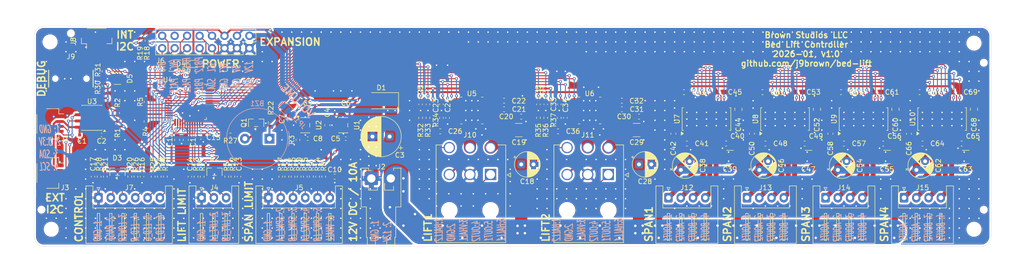
<source format=kicad_pcb>
(kicad_pcb (version 20241229) (generator "pcbnew") (generator_version "9.0")
  (title_block (title "Bed Lift Controller") (date "2026-01") (rev "v1.0") (company "Brown Studios LLC") (comment 1 "github.com/j9brown/bed-lift"))
  (layers (0 "F.Cu" mixed) (4 "In1.Cu" power) (6 "In2.Cu" power) (2 "B.Cu" mixed) (13 "F.Paste" user) (15 "B.Paste" user) (5 "F.SilkS" user "F.Silkscreen") (7 "B.SilkS" user "B.Silkscreen") (1 "F.Mask" user) (3 "B.Mask" user) (25 "Edge.Cuts" user))
  (net 0 "")
  (net 1 "GND")
  (net 2 "+12V")
  (net 3 "+3.3V")
  (net 4 "/~{RESET}")
  (net 5 "/lift1/IPROPI")
  (net 6 "/lift1/VCP")
  (net 7 "/lift1/CPL")
  (net 8 "/lift1/CPH")
  (net 9 "/lift2/IPROPI")
  (net 10 "/lift2/VCP")
  (net 11 "/lift2/CPL")
  (net 12 "/lift2/CPH")
  (net 13 "/span1/VCP")
  (net 14 "/span1/CPH")
  (net 15 "/span1/CPL")
  (net 16 "/span1/DVDD")
  (net 17 "/span2/VCP")
  (net 18 "/span2/CPL")
  (net 19 "/span2/CPH")
  (net 20 "/span2/DVDD")
  (net 21 "/span3/VCP")
  (net 22 "/span3/CPL")
  (net 23 "/span3/CPH")
  (net 24 "/span3/DVDD")
  (net 25 "/span4/VCP")
  (net 26 "/span4/CPH")
  (net 27 "/span4/CPL")
  (net 28 "/span4/DVDD")
  (net 29 "/SWDIO")
  (net 30 "/SWCLK{slash}BOOT0")
  (net 31 "Net-(U2-BP)")
  (net 32 "+5V")
  (net 33 "Net-(J4-Pin_3)")
  (net 34 "/lift1/OUT1")
  (net 35 "/lift1/OUT2")
  (net 36 "Net-(J4-Pin_2)")
  (net 37 "/lift2/OUT2")
  (net 38 "/lift2/OUT1")
  (net 39 "/span1/AOUT2")
  (net 40 "/span1/AOUT1")
  (net 41 "/span1/BOUT1")
  (net 42 "/span1/BOUT2")
  (net 43 "/span2/AOUT2")
  (net 44 "/span2/AOUT1")
  (net 45 "/span2/BOUT1")
  (net 46 "/span2/BOUT2")
  (net 47 "/span3/BOUT2")
  (net 48 "/span3/AOUT1")
  (net 49 "/span3/BOUT1")
  (net 50 "/span3/AOUT2")
  (net 51 "/span4/BOUT2")
  (net 52 "/span4/AOUT2")
  (net 53 "/span4/BOUT1")
  (net 54 "/span4/AOUT1")
  (net 55 "/~{CTRL_RAISE}")
  (net 56 "/~{CTRL_LOWER}")
  (net 57 "/~{LIFT_LIMIT_A}")
  (net 58 "Net-(D4-K)")
  (net 59 "/~{LIFT_LIMIT_B}")
  (net 61 "/LED_STATUS_B")
  (net 62 "Net-(J7-Pin_2)")
  (net 63 "/LIFT1_HALL2")
  (net 64 "/LIFT1_HALL1")
  (net 65 "/LIFT2_HALL2")
  (net 66 "/LIFT2_HALL1")
  (net 67 "Net-(J7-Pin_3)")
  (net 68 "/LED_STATUS_G")
  (net 69 "/LED_STATUS_R")
  (net 70 "/LIFT1_IN2")
  (net 71 "/~{LIFT_FAULT}")
  (net 72 "/LIFT1_IN1")
  (net 73 "/LIFT2_IN2")
  (net 74 "/LIFT2_IN1")
  (net 75 "/~{SPAN_FAULT}")
  (net 76 "/span1/SDO")
  (net 77 "/span2/SDO")
  (net 79 "/span3/SDO")
  (net 81 "Net-(J10-Pin_6)")
  (net 82 "Net-(J10-Pin_1)")
  (net 83 "Net-(J5-Pin_2)")
  (net 84 "Net-(J5-Pin_3)")
  (net 85 "Net-(J5-Pin_5)")
  (net 86 "Net-(J5-Pin_4)")
  (net 88 "/CONSOLE_RX")
  (net 89 "/CONSOLE_TX")
  (net 91 "Net-(J7-Pin_4)")
  (net 92 "/BUS_GND")
  (net 93 "/BUS_3V3")
  (net 94 "/BUS_SCL")
  (net 95 "/BUS_SDA")
  (net 96 "Net-(U1-BP)")
  (net 97 "Net-(J7-Pin_6)")
  (net 98 "Net-(J7-Pin_5)")
  (net 103 "/~{LED_POWER}")
  (net 104 "/EXP_PA12")
  (net 105 "/INT_I2C_SCL")
  (net 106 "/EXP_PB12")
  (net 107 "/EXP_PA15")
  (net 108 "/INT_I2C_SDA")
  (net 109 "/EXP_PB13")
  (net 110 "Net-(Q1-C)")
  (net 111 "/EXP_PA11")
  (net 112 "/EXT_I2C_SDA")
  (net 113 "/EXT_I2C_SCL")
  (net 114 "/5V_EN")
  (net 115 "/~{LIFT_SLEEP}")
  (net 116 "/~{SPAN_SLEEP}")
  (net 117 "/~{SPAN2_LIMIT_B}")
  (net 118 "/~{SPAN2_LIMIT_A}")
  (net 119 "/~{SPAN1_LIMIT_B}")
  (net 120 "/~{SPAN1_LIMIT_A}")
  (net 121 "/SPAN_SCLK")
  (net 122 "/SPAN_SCS")
  (net 123 "/SPAN_STEP")
  (net 124 "/SPAN_SDI")
  (net 125 "/SPAN_SDO")
  (net 130 "Net-(Q1-B)")
  (net 131 "/SOUND")
  (net 132 "Net-(JP1-C)")
  (net 133 "Net-(J11-Pin_6)")
  (net 134 "Net-(J11-Pin_1)")
  (footprint "Resistor_SMD:R_0402_1005Metric" (layer "F.Cu") (at 55.75 86 -90)
    (property "Reference" "R23")
    (property "Value" "220")
  )
  (footprint "DRV8874PWPR:HTSSOP-16 PWP0016J" (layer "F.Cu") (at 142.1875 72.5)
    (property "Reference" "U6")
    (property "Value" "DRV8874PWPR")
  )
  (footprint "Capacitor_SMD:C_0603_1608Metric" (layer "F.Cu") (at 58.15 78.5 -90)
    (property "Reference" "C12")
    (property "Value" "100n")
  )
  (footprint "Generic:JLCPCB_PCBA_Tooling_Hole" (layer "F.Cu") (at 222.5 62.75)
    (property "Reference" "TH1" (hide yes))
    (property "Value" "JLCPCB_PCBA_Tooling_Hole" (hide yes))
  )
  (footprint "Generic:JLCPCB_PCBA_Tooling_Hole" (layer "F.Cu") (at 30.5 92.75)
    (property "Reference" "TH1" (hide yes))
    (property "Value" "JLCPCB_PCBA_Tooling_Hole" (hide yes))
  )
  (footprint "Resistor_SMD:R_0402_1005Metric" (layer "F.Cu") (at 46 73 -90)
    (property "Reference" "R2")
    (property "Value" "2.2K")
  )
  (footprint "Capacitor_THT:CP_Radial_D5.0mm_P2.50mm" (layer "F.Cu") (at 128.25 83.5)
    (property "Reference" "C18")
    (property "Value" "47u")
  )
  (footprint "Capacitor_SMD:C_0402_1005Metric" (layer "F.Cu") (at 51 86 -90)
    (property "Reference" "C16")
    (property "Value" "100n")
  )
  (footprint "Capacitor_SMD:C_0805_2012Metric" (layer "F.Cu") (at 172.5 72.25 -90)
    (property "Reference" "C44")
    (property "Value" "1u")
  )
  (footprint "Resistor_SMD:R_0402_1005Metric" (layer "F.Cu") (at 84.25 86 -90)
    (property "Reference" "R15")
    (property "Value" "2.2K")
  )
  (footprint "Capacitor_SMD:C_0603_1608Metric" (layer "F.Cu") (at 59.9 78.5 -90)
    (property "Reference" "C11")
    (property "Value" "4.7u")
  )
  (footprint "Package_TO_SOT_SMD:SOT-363_SC-70-6" (layer "F.Cu") (at 46 66)
    (property "Reference" "D5")
    (property "Value" "PESD3V3L5UY")
  )
  (footprint "Generic:JLCPCB_PCBA_Tooling_Hole" (layer "F.Cu") (at 222.5 92.75)
    (property "Reference" "TH1" (hide yes))
    (property "Value" "JLCPCB_PCBA_Tooling_Hole" (hide yes))
  )
  (footprint "Connector_JST:JST_SH_SM04B-SRSS-TB_1x04-1MP_P1.00mm_Horizontal" (layer "F.Cu") (at 32.25 85.274999 -90)
    (property "Reference" "J3")
    (property "Value" "SM04B-SRSS-TB")
  )
  (footprint "Capacitor_SMD:C_0402_1005Metric" (layer "F.Cu") (at 112 71.25 -90)
    (property "Reference" "C23")
    (property "Value" "100n")
  )
  (footprint "Capacitor_THT:CP_Radial_D8.0mm_P3.50mm" (layer "F.Cu") (at 101.443 77.8215 180)
    (property "Reference" "C3")
    (property "Value" "680u")
  )
  (footprint "Capacitor_SMD:C_0402_1005Metric" (layer "F.Cu") (at 63 78)
    (property "Reference" "C15")
    (property "Value" "100n")
  )
  (footprint "Capacitor_SMD:C_0402_1005Metric" (layer "F.Cu") (at 42.75 77.5 180)
    (property "Reference" "C2")
    (property "Value" "100n")
  )
  (footprint "Capacitor_THT:CP_Radial_D5.0mm_P2.50mm" (layer "F.Cu") (at 152.25 83.5)
    (property "Reference" "C28")
    (property "Value" "47u")
  )
  (footprint "Resistor_SMD:R_0402_1005Metric" (layer "F.Cu") (at 136 74.0125 -90)
    (property "Reference" "R37")
    (property "Value" "470")
  )
  (footprint "Package_QFP:LQFP-48_7x7mm_P0.5mm" (layer "F.Cu") (at 60.5 70.75 90)
    (property "Reference" "U4")
    (property "Value" "STM32C051C8T6")
  )
  (footprint "Capacitor_SMD:C_0402_1005Metric" (layer "F.Cu") (at 137.25 74 -90)
    (property "Reference" "C34")
    (property "Value" "10n")
  )
  (footprint "Connector_JST:JST_XH_S4B-XH-A_1x04_P2.50mm_Horizontal" (layer "F.Cu") (at 174.25 90.305)
    (property "Reference" "J13")
    (property "Value" "S4B-XH-A")
  )
  (footprint "Capacitor_SMD:C_0603_1608Metric" (layer "F.Cu") (at 81 74.25 -90)
    (property "Reference" "C7")
    (property "Value" "1u")
  )
  (footprint "Resistor_SMD:R_0402_1005Metric" (layer "F.Cu") (at 62 64.5)
    (property "Reference" "R29")
    (property "Value" "1K")
  )
  (footprint "Package_TO_SOT_SMD:SOT-23" (layer "F.Cu") (at 74.25 75 90)
    (property "Reference" "Q1")
    (property "Value" "MMBT3904")
  )
  (footprint "Capacitor_SMD:C_0603_1608Metric" (layer "F.Cu") (at 175.25 77.25 90)
    (property "Reference" "C50")
    (property "Value" "220n")
  )
  (footprint "Capacitor_SMD:C_0603_1608Metric" (layer "F.Cu") (at 193.4 68.75)
    (property "Reference" "C59")
    (property "Value" "22n")
  )
  (footprint "Capacitor_SMD:C_0603_1608Metric" (layer "F.Cu") (at 216.7 68.75)
    (property "Reference" "C69")
    (property "Value" "100n")
  )
  (footprint "Resistor_SMD:R_0402_1005Metric" (layer "F.Cu") (at 69 77.5 180)
    (property "Reference" "R27")
    (property "Value" "10K")
  )
  (footprint "Capacitor_SMD:C_0603_1608Metric" (layer "F.Cu") (at 148.75 72.25 180)
    (property "Reference" "C31")
    (property "Value" "100n")
  )
  (footprint "Capacitor_SMD:C_1210_3225Metric" (layer "F.Cu") (at 170.8 82)
    (property "Reference" "C39")
    (property "Value" "22u")
  )
  (footprint "Resistor_SMD:R_0402_1005Metric" (layer "F.Cu") (at 133.25 74 90)
    (property "Reference" "R36")
    (property "Value" "1K")
  )
  (footprint "Resistor_SMD:R_0402_1005Metric" (layer "F.Cu") (at 51.8 74.75 -90)
    (property "Reference" "R4")
    (property "Value" "10K")
  )
  (footprint "Capacitor_SMD:C_0402_1005Metric" (layer "F.Cu") (at 109.25 71.25 -90)
    (property "Reference" "C27")
    (property "Value" "10n")
  )
  (footprint "Capacitor_SMD:C_1210_3225Metric" (layer "F.Cu") (at 186.8 82)
    (property "Reference" "C47")
    (property "Value" "22u")
  )
  (footprint "Capacitor_SMD:C_0603_1608Metric" (layer "F.Cu") (at 124.75 72.25 180)
    (property "Reference" "C21")
    (property "Value" "100n")
  )
  (footprint "Capacitor_SMD:C_0603_1608Metric" (layer "F.Cu") (at 178 79.25)
    (property "Reference" "C48")
    (property "Value" "10n")
  )
  (footprint "Resistor_SMD:R_0402_1005Metric" (layer "F.Cu") (at 131.75 74 -90)
    (property "Reference" "R35")
    (property "Value" "1K")
  )
  (footprint "Capacitor_SMD:C_0603_1608Metric" (layer "F.Cu") (at 184.7 68.75)
    (property "Reference" "C53")
    (property "Value" "100n")
  )
  (footprint "DRV8874PWPR:HTSSOP-16 PWP0016J" (layer "F.Cu") (at 118.1875 72.5)
    (property "Reference" "U5")
    (property "Value" "DRV8874PWPR")
  )
  (footprint "Capacitor_SMD:C_0402_1005Metric" (layer "F.Cu") (at 133.25 71.25 -90)
    (property "Reference" "C37")
    (property "Value" "10n")
  )
  (footprint "Resistor_SMD:R_0402_1005Metric" (layer "F.Cu") (at 42.25 86 -90)
    (property "Reference" "R28")
    (property "Value" "2.2K")
  )
  (footprint "Capacitor_SMD:C_0603_1608Metric" (layer "F.Cu") (at 209.4 68.75)
    (property "Reference" "C67")
    (property "Value" "22n")
  )
  (footprint "Capacitor_SMD:C_0402_1005Metric" (layer "F.Cu") (at 107.75 71.25 -90)
    (property "Reference" "C25")
    (property "Value" "10n")
  )
  (footprint "Connector_JST:JST_XH_S6B-XH-A_1x06_P2.50mm_Horizontal" (layer "F.Cu") (at 42.125 90.305)
    (property "Reference" "J7")
    (property "Value" "S6B-XH-A")
  )
  (footprint "Resistor_SMD:R_0402_1005Metric" (layer "F.Cu") (at 50.6 58.25 90)
    (property "Reference" "R19")
    (property "Value" "2.2K")
  )
  (footprint "DRV8434SPWPR:HTSSOP-28 PWP0028M" (layer "F.Cu") (at 166 74.25 90)
    (property "Reference" "U7")
    (property "Value" "DRV8434SPWPR")
  )
  (footprint "Resistor_SMD:R_0402_1005Metric" (layer "F.Cu") (at 112 74.0125 -90)
    (property "Reference" "R34")
    (property "Value" "470")
  )
  (footprint "Resistor_SMD:R_0402_1005Metric" (layer "F.Cu") (at 43.5 86 -90)
    (property "Reference" "R21")
    (property "Value" "22K")
  )
  (footprint "Resistor_SMD:R_0402_1005Metric" (layer "F.Cu") (at 63.25 86 -90)
    (property "Reference" "R7")
    (property "Value" "22K")
  )
  (footprint "Connector_JST:JST_SH_BM04B-SRSS-TB_1x04-1MP_P1.00mm_Vertical" (layer "F.Cu") (at 41.75 57.75)
    (property "Reference" "J8")
    (property "Value" "BM04B-SRSS-TB")
  )
  (footprint "DRV8434SPWPR:HTSSOP-28 PWP0028M" (layer "F.Cu") (at 182 74.25 90)
    (property "Reference" "U8")
    (property "Value" "DRV8434SPWPR")
  )
  (footprint "Capacitor_SMD:C_1210_3225Metric" (layer "F.Cu") (at 202.8 82)
    (property "Reference" "C55")
    (property "Value" "22u")
  )
  (footprint "Capacitor_SMD:C_0603_1608Metric" (layer "F.Cu") (at 177.4 68.75)
    (property "Reference" "C51")
    (property "Value" "22n")
  )
  (footprint "DRV8434SPWPR:HTSSOP-28 PWP0028M" (layer "F.Cu") (at 198 74.25 90)
    (property "Reference" "U9")
    (property "Value" "DRV8434SPWPR")
  )
  (footprint "Resistor_SMD:R_0402_1005Metric" (layer "F.Cu") (at 51.8 70.75 90)
    (property "Reference" "R5")
    (property "Value" "10K")
  )
  (footprint "Resistor_SMD:R_0402_1005Metric" (layer "F.Cu") (at 86.75 86 -90)
    (property "Reference" "R14")
    (property "Value" "2.2K")
  )
  (footprint "Resistor_SMD:R_0402_1005Metric" (layer "F.Cu") (at 69.5 86 -90)
    (property "Reference" "R12")
    (property "Value" "2.2K")
  )
  (footprint "Capacitor_SMD:C_0603_1608Metric" (layer "F.Cu") (at 88.75 75.5 -90)
    (property "Reference" "C4")
    (property "Value" "1u")
  )
  (footprint "Package_TO_SOT_SMD:SOT-23-5" (layer "F.Cu") (at 84.25 75.5)
    (property "Reference" "U2")
    (property "Value" "LP2985-50DBVR")
  )
  (footprint "Capacitor_SMD:C_0402_1005Metric" (layer "F.Cu") (at 70.75 86 -90)
    (property "Reference" "C13")
    (property "Value" "100n")
  )
  (footprint "Capacitor_SMD:C_0603_1608Metric" (layer "F.Cu") (at 152.25 73.75)
    (property "Reference" "C30")
    (property "Value" "100n")
  )
  (footprint "Resistor_SMD:R_0402_1005Metric" (layer "F.Cu") (at 85.5 85.99 -90)
    (property "Reference" "R9")
    (property "Value" "22K")
  )
  (footprint "Capacitor_SMD:C_0603_1608Metric" (layer "F.Cu") (at 148.75 70.5)
    (property "Reference" "C32")
    (property "Value" "22n")
  )
  (footprint "Capacitor_SMD:C_0805_2012Metric" (layer "F.Cu") (at 220.5 72.25 -90)
    (property "Reference" "C68")
    (property "Value" "1u")
  )
  (footprint "Resistor_SMD:R_0402_1005Metric" (layer "F.Cu") (at 80.5 86 -90)
    (property "Reference" "R11")
    (property "Value" "22K")
  )
  (footprint "Molex:MOLEX_39301060" (layer "F.Cu") (at 122 85.57)
    (property "Reference" "J10")
    (property "Value" "Molex Mini Fit Jr 39-30-1060")
  )
  (footprint "Capacitor_SMD:C_1210_3225Metric" (layer "F.Cu") (at 151.75 76.5 180)
    (property "Reference" "C29")
    (property "Value" "22u")
  )
  (footprint "Resistor_SMD:R_0603_1608Metric" (layer "F.Cu") (at 77.25 75 90)
    (property "Reference" "R22")
    (property "Value" "3.3K")
  )
  (footprint "Resistor_SMD:R_0402_1005Metric" (layer "F.Cu") (at 43.25 67.5 -90)
    (property "Reference" "R30")
    (property "Value" "100K")
  )
  (footprint "MountingHole:MountingHole_2.7mm_M2.5" (layer "F.Cu") (at 220.5 58.75)
    (property "Reference" "MP2" (hide yes))
    (property "Value" "MountingHole_2.7mm_M2.5")
  )
  (footprint "Generic:JLCPCB_PCBA_Tooling_Hole" (layer "F.Cu") (at 36.5 56.75)
    (property "Reference" "TH1" (hide yes))
    (property "Value" "JLCPCB_PCBA_Tooling_Hole" (hide yes))
  )
  (footprint "Resistor_SMD:R_0402_1005Metric" (layer "F.Cu") (at 53.25 86 -90)
    (property "Reference" "R25")
    (property "Value" "220")
  )
  (footprint "Capacitor_SMD:C_0603_1608Metric" (layer "F.Cu") (at 207.25 77.25 90)
    (property "Reference" "C66")
    (property "Value" "220n")
  )
  (footprint "Capacitor_SMD:C_0603_1608Metric" (layer "F.Cu") (at 194 79.25)
    (property "Reference" "C57")
    (property "Value" "10n")
  )
  (footprint "Capacitor_SMD:C_0603_1608Metric" (layer "F.Cu") (at 186 79.25 180)
    (property "Reference" "C49")
    (property "Value" "10n")
  )
  (footprint "Capacitor_SMD:C_0603_1608Metric" (layer "F.Cu") (at 128.25 73.75)
    (property "Reference" "C20")
    (property "Value" "100n")
  )
  (footprint "Capacitor_SMD:C_0603_1608Metric" (layer "F.Cu") (at 200.7 68.75)
    (property "Reference" "C61")
    (property "Value" "100n")
  )
  (footprint "Capacitor_SMD:C_0603_1608Metric" (layer "F.Cu") (at 162 79.25)
    (property "Reference" "C41")
    (property "Value" "10n")
  )
  (footprint "Capacitor_SMD:C_0402_1005Metric" (layer "F.Cu") (at 136 71.25 -90)
    (property "Reference" "C33")
    (property "Value" "100n")
  )
  (footprint "Resistor_SMD:R_0402_1005Metric" (layer "F.Cu") (at 49.75 86 -90)
    (property "Reference" "R26")
    (property "Value" "2.2K")
  )
  (footprint "Capacitor_SMD:C_0402_1005Metric" (layer "F.Cu") (at 38.75 77.5)
    (property "Reference" "C1")
    (property "Value" "100n")
  )
  (footprint "Capacitor_SMD:C_0402_1005Metric" (layer "F.Cu") (at 84.75 78.25)
    (property "Reference" "C8")
    (property "Value" "10n")
  )
  (footprint "Resistor_SMD:R_0402_1005Metric" (layer "F.Cu") (at 83 86 -90)
    (property "Reference" "R10")
    (property "Value" "22K")
  )
  (footprint "Connector_JST:JST_XH_S4B-XH-A_1x04_P2.50mm_Horizontal" (layer "F.Cu") (at 190.25 90.305)
    (property "Reference" "J14")
    (property "Value" "S4B-XH-A")
  )
  (footprint "Capacitor_SMD:C_0603_1608Metric" (layer "F.Cu") (at 92.5 72.5)
    (property "Reference" "C6")
    (property "Value" "2.2u")
  )
  (footprint "Package_TO_SOT_SMD:SOT-23-5" (layer "F.Cu") (at 92 75.5)
    (property "Reference" "U1")
    (property "Value" "LP2985-33DBVR")
  )
  (footprint "Capacitor_SMD:C_0603_1608Metric" (layer "F.Cu") (at 124.75 70.5)
    (property "Reference" "C22")
    (property "Value" "22n")
  )
  (footprint "Connector_PinSocket_2.54mm:PinSocket_2x08_P2.54mm_Vertical" (layer "F.Cu") (at 72.875001 59.79 -90)
    (property "Reference" "J6")
    (property "Value" "Conn_02x08_Odd_Even")
  )
  (footprint "Connector_JST:JST_SH_SM04B-SRSS-TB_1x04-1MP_P1.00mm_Horizontal" (layer "F.Cu") (at 32.25 75.25 -90)
    (property "Reference" "J1")
    (property "Value" "SM04B-SRSS-TB")
  )
  (footprint "Capacitor_THT:CP_Radial_D5.0mm_P2.50mm" (layer "F.Cu") (at 160.771746 84.633883 45)
    (property "Reference" "C38")
    (property "Value" "47u")
  )
  (footprint "DRV8434SPWPR:HTSSOP-28 PWP0028M" (layer "F.Cu") (at 214 74.25 90)
    (property "Reference" "U10")
    (property "Value" "DRV8434SPWPR")
  )
  (footprint "Capacitor_SMD:C_0402_1005Metric" (layer "F.Cu") (at 131.75 71.25 -90)
    (property "Reference" "C35")
    (property "Value" "10n")
  )
  (footprint "Capacitor_SMD:C_0402_1005Metric" (layer "F.Cu") (at 92.5 78.25)
    (property "Reference" "C5")
    (property "Value" "10n")
  )
  (footprint "Resistor_SMD:R_0402_1005Metric" (layer "F.Cu") (at 88 86 -90)
    (property "Reference" "R8")
    (property "Value" "22K")
  )
  (footprint "Capacitor_SMD:C_0402_1005Metric" (layer "F.Cu") (at 41 86 -90)
    (property "Reference" "C17")
    (property "Value" "100n")
  )
  (footprint "Molex:MOLEX_39301060" (layer "F.Cu") (at 146 85.57)
    (property "Reference" "J11")
    (property "Value" "Molex Mini Fit Jr 39-30-1060")
  )
  (footprint "Capacitor_SMD:C_0603_1608Metric" (layer "F.Cu") (at 84.75 72.5)
    (property "Reference" "C9")
    (property "Value" "2.2u")
  )
  (footprint "Resistor_SMD:R_0402_1005Metric" (layer "F.Cu") (at 43.25 64.5 90)
    (property "Reference" "R31")
    (property "Value" "100K")
  )
  (footprint "Diode_SMD:D_SMA" (layer "F.Cu") (at 99.75 70.5 180)
    (property "Reference" "D1")
    (property "Value" "SMAJ16A")
  )
  (footprint "Resistor_SMD:R_0402_1005Metric" (layer "F.Cu") (at 81.75 86 -90)
    (property "Reference" "R16")
    (property "Value" "2.2K")
  )
  (footprint "Resistor_SMD:R_0402_1005Metric" (layer "F.Cu") (at 79.25 86 -90)
    (property "Reference" "R17")
    (property "Value" "2.2K")
  )
  (footprint "MountingHole:MountingHole_2.7mm_M2.5" (layer "F.Cu") (at 220.5 96.75)
    (property "Reference" "MP4" (hide yes))
    (property "Value" "MountingHole_2.7mm_M2.5")
  )
  (footprint "Connector_JST:JST_XH_S3B-XH-A_1x03_P2.50mm_Horizontal" (layer "F.Cu") (at 63.125 90.305)
    (property "Reference" "J4")
    (property "Value" "S3B-XH-A")
  )
  (footprint "Connector_JST:JST_XH_S4B-XH-A_1x04_P2.50mm_Horizontal" (layer "F.Cu") (at 158.25 90.305)
    (property "Reference" "J12")
    (property "Value" "S4B-XH-A")
  )
  (footprint "Capacitor_SMD:C_0603_1608Metric" (layer "F.Cu") (at 135.75 76.75 180)
    (property "Reference" "C36")
    (property "Value" "1u")
  )
  (footprint "LED_SMD:LED_0603_1608Metric" (layer "F.Cu") (at 61.5 63)
    (property "Reference" "D4")
    (property "Value" "KT-0603R")
  )
  (footprint "Capacitor_SMD:C_0603_1608Metric" (layer "F.Cu") (at 111.75 76.75 180)
    (property "Reference" "C26")
    (property "Value" "1u")
  )
  (footprint "Capacitor_SMD:C_0402_1005Metric" (layer "F.Cu") (at 113.25 74 -90)
    (property "Reference" "C24")
    (property "Value" "10n")
  )
  (footprint "Resistor_SMD:R_0402_1005Metric" (layer "F.Cu") (at 109.25 74 90)
    (property "Reference" "R33")
    (property "Value" "1K")
  )
  (footprint "Connector_JST:JST_XH_S4B-XH-A_1x04_P2.50mm_Horizontal" (layer "F.Cu") (at 206.25 90.305)
    (property "Reference" "J15")
    (property "Value" "S4B-XH-A")
  )
  (footprint "Package_TO_SOT_SMD:SOT-23" (layer "F.Cu") (at 46 85 90)
    (property "Reference" "D3")
    (property "Value" "PESD5V0S2UAT")
  )
  (footprint "Capacitor_SMD:C_0603_1608Metric" (layer "F.Cu") (at 210 79.25)
    (property "Reference" "C64")
    (property "Value" "10n")
  )
  (footprint "Capacitor_SMD:C_0805_2012Metric" (layer "F.Cu") (at 204.5 72.25 -90)
    (property "Reference" "C60")
    (property "Value" "1u")
  )
  (footprint "Package_TO_SOT_SMD:SOT-23" (layer "F.Cu") (at 65.75 85 90)
    (property "Reference" "D2")
    (property "Value" "PESD5V0S2UAT")
  )
  (footprint "Capacitor_SMD:C_0603_1608Metric" (layer "F.Cu") (at 202 79.25 180)
    (property "Reference" "C56")
    (property "Value" "10n")
  )
  (footprint "Capacitor_SMD:C_0603_1608Metric" (layer "F.Cu") (at 161.4 68.75)
    (property "Reference" "C43")
    (property "Value" "22n")
  )
  (footprint "Resistor_SMD:R_0402_1005Metric" (layer "F.Cu") (at 68.25 86 -90)
    (property "Reference" "R6")
    (property "Value" "22K")
  )
  (footprint "MountingHole:MountingHole_2.7mm_M2.5" (layer "F.Cu") (at 32.5 96.75)
    (property "Reference" "MP3" (hide yes))
    (property "Value" "MountingHole_2.7mm_M2.5")
  )
  (footprint "Samtec:SAMTEC_FTSH-107-01-L-DV-K-A" (layer "F.Cu") (at 36.5 66)
    (property "Reference" "J9")
    (property "Value" "Conn_ST_STDC14")
  )
  (footprint "Capacitor_SMD:C_0603_1608Metric" (layer "F.Cu") (at 168.7 68.75)
    (property "Reference" "C45")
    (property "Value" "100n")
  )
  (footprint "Capacitor_SMD:C_0603_1608Metric" (layer "F.Cu") (at 159.25 77.25 90)
    (property "Reference" "C42")
    (property "Value" "220n")
  )
  (footprint "Capacitor_SMD:C_1210_3225Metric" (layer "F.Cu") (at 218.8 82)
    (property "Reference" "C63")
    (property "Value" "22u")
  )
  (footprint "Resistor_SMD:R_0402_1005Metric" (layer "F.Cu") (at 62 86 -90)
    (property "Reference" "R13")
    (property "Value" "2.2K")
  )
  (footprint "Capacitor_SMD:C_0603_1608Metric" (layer "F.Cu") (at 191.25 77.25 90)
    (property "Reference" "C58")
    (property "Value" "220n")
  )
  (footprint "Resistor_SMD:R_0402_1005Metric" (layer "F.Cu") (at 82.75 78.5 -90)
    (property "Reference" "R3")
    (property "Value" "10K")
  )
  (footprint "Package_SO:SOIC-8_3.9x4.9mm_P1.27mm" (layer "F.Cu") (at 40.75 74 180)
    (property "Reference" "U3")
    (property "Value" "ISO1640")
  )
  (footprint "Resistor_SMD:R_0402_1005Metric" (layer "F.Cu") (at 54.5 86 -90)
    (property "Reference" "R24")
    (property "Value" "220")
  )
  (footprint "Capacitor_THT:CP_Radial_D5.0mm_P2.50mm" (layer "F.Cu") (at 176.771746 84.633883 45)
    (property "Reference" "C46")
    (property "Value" "47u")
  )
  (footprint "Connector_JST:JST_VH_S2P-VH_1x02_P3.96mm_Horizontal" (layer "F.Cu") (at 97.713 86.3715)
    (property "Reference" "J2")
    (property "Value" "S2P-VH")
  )
  (footprint "Capacitor_SMD:C_0603_1608Metric" (layer "F.Cu") (at 90.25 86)
    (property "Reference" "C10")
    (property "Value" "1u")
  )
  (footprint "Capacitor_THT:CP_Radial_D5.0mm_P2.50mm" (layer "F.Cu") (at 208.771746 84.633883 45)
    (property "Reference" "C62")
    (property "Value" "47u")
  )
  (footprint "Resistor_SMD:R_0402_1005Metric" (layer "F.Cu") (at 46 75.25 90)
    (property "Reference" "R1")
    (property "Value" "2.2K")
  )
  (footprint "Resistor_SMD:R_0402_1005Metric" (layer "F.Cu") (at 52 58.25 90)
    (property "Reference" "R18")
    (property "Value" "2.2K")
  )
  (footprint "Capacitor_THT:CP_Radial_D5.0mm_P2.50mm" (layer "F.Cu") (at 192.771746 84.633883 45)
    (property "Reference" "C54")
    (property "Value" "47u")
  )
  (footprint "Capacitor_SMD:C_0603_1608Metric" (layer "F.Cu") (at 170 79.25 180)
    (property "Reference" "C40")
    (property "Value" "10n")
  )
  (footprint "Connector_JST:JST_XH_S6B-XH-A_1x06_P2.50mm_Horizontal" (layer "F.Cu") (at 76.75 90.305)
    (property "Reference" "J5")
    (property "Value" "S6B-XH-A")
  )
  (footprint "Capacitor_SMD:C_1210_3225Metric" (layer "F.Cu") (at 127.75 76.5 180)
    (property "Reference" "C19")
    (property "Value" "22u")
  )
  (footprint "Resistor_SMD:R_0402_1005Metric" (layer "F.Cu") (at 107.75 74 -90)
    (property "Reference" "R32")
    (property "Value" "1K")
  )
  (footprint "Capacitor_SMD:C_0402_1005Metric" (layer "F.Cu") (at 60.75 86 -90)
    (property "Reference" "C14")
    (property "Value" "100n")
  )
  (footprint "Capacitor_SMD:C_0805_2012Metric" (layer "F.Cu") (at 188.5 72.25 -90)
    (property "Reference" "C52")
    (property "Value" "1u")
  )
  (footprint "MountingHole:MountingHole_2.7mm_M2.5" (layer "F.Cu") (at 32.25 58.5)
    (property "Reference" "MP1" (hide yes))
    (property "Value" "MountingHole_2.7mm_M2.5")
  )
  (footprint "Capacitor_SMD:C_0603_1608Metric" (layer "F.Cu") (at 218 79.25 180)
    (property "Reference" "C65")
    (property "Value" "10n")
  )
  (footprint "Resistor_SMD:R_0402_1005Metric" (layer "F.Cu") (at 48.5 86 -90)
    (property "Reference" "R20")
    (property "Value" "22K")
  )
  (footprint "Buzzer_Beeper:Buzzer_TDK_PS1240P02BT_D12.2mm_H6.5mm" (layer "B.Cu") (at 76.95 78.25 180)
    (property "Reference" "BZ1")
    (property "Value" "PS1240P02BT")
  )
  (footprint "Heatsink:Heatsink_20x20" (layer "B.Cu") (at 166.6 70.7 180)
    (property "Reference" "REF**" (hide yes))
    (property "Value" "Heatsink_20x20")
  )
  (footprint "Heatsink:Heatsink_20x20" (layer "B.Cu") (at 187.1 70.7 180)
    (property "Reference" "REF**" (hide yes))
    (property "Value" "Heatsink_20x20")
  )
  (footprint "Heatsink:Heatsink_20x20" (layer "B.Cu") (at 120.15 67.05 180)
    (property "Reference" "REF**" (hide yes))
    (property "Value" "Heatsink_20x20")
  )
  (footprint "Heatsink:Heatsink_20x20" (layer "B.Cu") (at 140.65 67.05 180)
    (property "Reference" "REF**" (hide yes))
    (property "Value" "Heatsink_20x20")
  )
  (footprint "Jumper:SolderJumper-3_P1.3mm_Bridged12_RoundedPad1.0x1.5mm" (layer "B.Cu") (at 80.7 72.55 135)
    (property "Reference" "JP1")
    (property "Value" "SolderJumper_3_Bridged12")
  )
  (footprint "Heatsink:Heatsink_20x20" (layer "B.Cu") (at 207.6 70.7 180)
    (property "Reference" "REF**" (hide yes))
    (property "Value" "Heatsink_20x20")
  )
  (gr_poly (pts (xy 211.3 75.9) (xy 211.3 79.7) (xy 210.3 79.7) (xy 210.3 78.9) (xy 210.85 78.05) (xy 210.85 75.9)) (fill yes) (layer "F.Cu") (net 1))
  (gr_poly (pts (xy 194.65 76.55) (xy 194.65 77.95) (xy 193.975 78.9) (xy 193.975 79.7) (xy 192.8 79.7) (xy 192.8 78.625) (xy 194 78.049607) (xy 194.2 77.85) (xy 194.2 76.55)) (fill yes) (layer "F.Cu") (net 2))
  (gr_poly (pts (xy 116.15 74.55) (xy 116.15 75.15) (xy 116.65 75.65) (xy 114.55 76.65) (xy 114.4 75.05) (xy 114.4 74.55)) (fill yes) (layer "F.Cu") (net 34))
  (gr_poly (pts (xy 185.35 76.55) (xy 185.35 77.95) (xy 186.025 78.9) (xy 186.03 79.31) (xy 187.2 79.7) (xy 187.2 78.625) (xy 185.95 78.018578) (xy 185.8 77.85) (xy 185.8 76.55)) (fill yes) (layer "F.Cu") (net 2))
  (gr_poly (pts (xy 168.7 75.9) (xy 168.7 79.7) (xy 169.7 79.7) (xy 169.7 78.9) (xy 169.15 78.05) (xy 169.15 75.9)) (fill yes) (layer "F.Cu") (net 1))
  (gr_poly (pts (xy 120.3 73.9) (xy 122.65 73.9) (xy 123.2 74) (xy 124.1 74.6) (xy 124.75 75.8) (xy 122.25 75.8) (xy 122.25 74.8) (xy 121.85 74.35) (xy 120.3 74.35)) (fill yes) (layer "F.Cu") (net 35))
  (gr_poly (pts (xy 179.3 75.9) (xy 179.3 79.7) (xy 178.3 79.7) (xy 178.3 78.9) (xy 178.85 78.05) (xy 178.85 75.9)) (fill yes) (layer "F.Cu") (net 1))
  (gr_poly (pts (xy 169.35 76.55) (xy 169.35 77.95) (xy 170.025 78.9) (xy 170.03 79.31) (xy 171.2 79.7) (xy 171.2 78.625) (xy 169.95 78.018578) (xy 169.8 77.85) (xy 169.8 76.55)) (fill yes) (layer "F.Cu") (net 2))
  (gr_poly (pts (xy 185.35 76.55) (xy 185.35 77.95) (xy 186.025 78.9) (xy 186.03 79.31) (xy 187.2 79.7) (xy 187.2 78.625) (xy 185.95 78.018578) (xy 185.8 77.85) (xy 185.8 76.55)) (fill yes) (layer "F.Cu") (net 2))
  (gr_poly (pts (xy 210.65 76.55) (xy 210.65 77.95) (xy 209.975 78.9) (xy 209.975 79.7) (xy 208.8 79.7) (xy 208.8 78.625) (xy 210 78.049607) (xy 210.2 77.85) (xy 210.2 76.55)) (fill yes) (layer "F.Cu") (net 2))
  (gr_poly (pts (xy 120.3 73.25) (xy 120.3 73.7) (xy 122.8 73.7) (xy 123.35 73.8) (xy 125.521383 74.75) (xy 127 72.531036) (xy 125.825292 71.787619) (xy 124.696517 72.970238) (xy 123.6 72.95) (xy 123 73.25)) (fill yes) (layer "F.Cu") (net 2))
  (gr_poly (pts (xy 194.65 76.55) (xy 194.65 77.95) (xy 193.975 78.9) (xy 193.975 79.7) (xy 192.8 79.7) (xy 192.8 78.625) (xy 194 78.049607) (xy 194.2 77.85) (xy 194.2 76.55)) (fill yes) (layer "F.Cu") (net 2))
  (gr_poly (pts (xy 144.3 73.25) (xy 144.3 73.7) (xy 146.8 73.7) (xy 147.35 73.8) (xy 149.521383 74.75) (xy 151 72.531036) (xy 149.825292 71.787619) (xy 148.696517 72.970238) (xy 147.6 72.95) (xy 147 73.25)) (fill yes) (layer "F.Cu") (net 2))
  (gr_poly (pts (xy 184.7 75.9) (xy 184.7 79.7) (xy 185.7 79.7) (xy 185.7 78.9) (xy 185.15 78.05) (xy 185.15 75.9)) (fill yes) (layer "F.Cu") (net 1))
  (gr_poly (pts (xy 195.3 75.9) (xy 195.3 79.7) (xy 194.3 79.7) (xy 194.3 78.9) (xy 194.85 78.05) (xy 194.85 75.9)) (fill yes) (layer "F.Cu") (net 1))
  (gr_poly (pts (xy 120.3 73.25) (xy 120.3 73.7) (xy 122.8 73.7) (xy 123.35 73.8) (xy 125.521383 74.75) (xy 127 72.531036) (xy 125.825292 71.787619) (xy 124.696517 72.970238) (xy 123.6 72.95) (xy 123 73.25)) (fill yes) (layer "F.Cu") (net 2))
  (gr_poly (pts (xy 168.7 75.9) (xy 168.7 79.7) (xy 169.7 79.7) (xy 169.7 78.9) (xy 169.15 78.05) (xy 169.15 75.9)) (fill yes) (layer "F.Cu") (net 1))
  (gr_poly (pts (xy 163.3 75.9) (xy 163.3 79.7) (xy 162.3 79.7) (xy 162.3 78.9) (xy 162.85 78.05) (xy 162.85 75.9)) (fill yes) (layer "F.Cu") (net 1))
  (gr_poly (pts (xy 195.3 75.9) (xy 195.3 79.7) (xy 194.3 79.7) (xy 194.3 78.9) (xy 194.85 78.05) (xy 194.85 75.9)) (fill yes) (layer "F.Cu") (net 1))
  (gr_poly (pts (xy 201.35 76.55) (xy 201.35 77.95) (xy 202.025 78.9) (xy 202.03 79.31) (xy 203.2 79.7) (xy 203.2 78.625) (xy 201.95 78.018578) (xy 201.8 77.85) (xy 201.8 76.55)) (fill yes) (layer "F.Cu") (net 2))
  (gr_poly (pts (xy 184.7 75.9) (xy 184.7 79.7) (xy 185.7 79.7) (xy 185.7 78.9) (xy 185.15 78.05) (xy 185.15 75.9)) (fill yes) (layer "F.Cu") (net 1))
  (gr_poly (pts (xy 140.15 74.55) (xy 140.15 75.15) (xy 140.65 75.65) (xy 138.55 76.65) (xy 138.4 75.05) (xy 138.4 74.55)) (fill yes) (layer "F.Cu") (net 38))
  (gr_poly (pts (xy 178.65 76.55) (xy 178.65 77.95) (xy 177.975 78.9) (xy 177.975 79.7) (xy 176.8 79.7) (xy 176.8 78.625) (xy 178 78.049607) (xy 178.2 77.85) (xy 178.2 76.55)) (fill yes) (layer "F.Cu") (net 2))
  (gr_poly (pts (xy 163.3 75.9) (xy 163.3 79.7) (xy 162.3 79.7) (xy 162.3 78.9) (xy 162.85 78.05) (xy 162.85 75.9)) (fill yes) (layer "F.Cu") (net 1))
  (gr_poly (pts (xy 201.35 76.55) (xy 201.35 77.95) (xy 202.025 78.9) (xy 202.03 79.31) (xy 203.2 79.7) (xy 203.2 78.625) (xy 201.95 78.018578) (xy 201.8 77.85) (xy 201.8 76.55)) (fill yes) (layer "F.Cu") (net 2))
  (gr_poly (pts (xy 162.65 76.55) (xy 162.65 77.95) (xy 161.975 78.9) (xy 161.975 79.7) (xy 160.8 79.7) (xy 160.8 78.625) (xy 162 78.049607) (xy 162.2 77.85) (xy 162.2 76.55)) (fill yes) (layer "F.Cu") (net 2))
  (gr_poly (pts (xy 179.3 75.9) (xy 179.3 79.7) (xy 178.3 79.7) (xy 178.3 78.9) (xy 178.85 78.05) (xy 178.85 75.9)) (fill yes) (layer "F.Cu") (net 1))
  (gr_poly (pts (xy 200.7 75.9) (xy 200.7 79.7) (xy 201.7 79.7) (xy 201.7 78.9) (xy 201.15 78.05) (xy 201.15 75.9)) (fill yes) (layer "F.Cu") (net 1))
  (gr_poly (pts (xy 200.7 75.9) (xy 200.7 79.7) (xy 201.7 79.7) (xy 201.7 78.9) (xy 201.15 78.05) (xy 201.15 75.9)) (fill yes) (layer "F.Cu") (net 1))
  (gr_poly (pts (xy 162.65 76.55) (xy 162.65 77.95) (xy 161.975 78.9) (xy 161.975 79.7) (xy 160.8 79.7) (xy 160.8 78.625) (xy 162 78.049607) (xy 162.2 77.85) (xy 162.2 76.55)) (fill yes) (layer "F.Cu") (net 2))
  (gr_poly (pts (xy 144.3 73.9) (xy 146.65 73.9) (xy 147.2 74) (xy 148.1 74.6) (xy 148.75 75.8) (xy 146.25 75.8) (xy 146.25 74.8) (xy 145.85 74.35) (xy 144.3 74.35)) (fill yes) (layer "F.Cu") (net 37))
  (gr_poly (pts (xy 178.65 76.55) (xy 178.65 77.95) (xy 177.975 78.9) (xy 177.975 79.7) (xy 176.8 79.7) (xy 176.8 78.625) (xy 178 78.049607) (xy 178.2 77.85) (xy 178.2 76.55)) (fill yes) (layer "F.Cu") (net 2))
  (gr_poly (pts (xy 217.35 76.55) (xy 217.35 77.95) (xy 218.025 78.9) (xy 218.03 79.31) (xy 219.2 79.7) (xy 219.2 78.625) (xy 217.95 78.018578) (xy 217.8 77.85) (xy 217.8 76.55)) (fill yes) (layer "F.Cu") (net 2))
  (gr_poly (pts (xy 169.35 76.55) (xy 169.35 77.95) (xy 170.025 78.9) (xy 170.03 79.31) (xy 171.2 79.7) (xy 171.2 78.625) (xy 169.95 78.018578) (xy 169.8 77.85) (xy 169.8 76.55)) (fill yes) (layer "F.Cu") (net 2))
  (gr_poly (pts (xy 216.7 75.9) (xy 216.7 79.7) (xy 217.7 79.7) (xy 217.7 78.9) (xy 217.15 78.05) (xy 217.15 75.9)) (fill yes) (layer "F.Cu") (net 1))
  (gr_poly (pts (xy 120.3 73.9) (xy 122.65 73.9) (xy 123.2 74) (xy 124.1 74.6) (xy 124.75 75.8) (xy 122.25 75.8) (xy 122.25 74.8) (xy 121.85 74.35) (xy 120.3 74.35)) (fill yes) (layer "F.Cu") (net 35))
  (gr_poly (pts (xy 116.15 74.55) (xy 116.15 75.15) (xy 116.65 75.65) (xy 114.55 76.65) (xy 114.4 75.05) (xy 114.4 74.55)) (fill yes) (layer "F.Cu") (net 34))
  (gr_line (start 224 57.25) (end 224 98.25) (stroke (width 0.05)) (layer "Edge.Cuts"))
  (gr_arc (start 224 98.25) (mid 223.414214 99.664214) (end 222 100.25) (stroke (width 0.05)) (layer "Edge.Cuts"))
  (gr_line (start 222 100.25) (end 31 100.25) (stroke (width 0.05)) (layer "Edge.Cuts"))
  (gr_arc (start 222 55.25) (mid 223.414214 55.835786) (end 224 57.25) (stroke (width 0.05)) (layer "Edge.Cuts"))
  (gr_arc (start 31 100.25) (mid 29.585786 99.664214) (end 29 98.25) (stroke (width 0.05)) (layer "Edge.Cuts"))
  (gr_arc (start 29 57.25) (mid 29.585786 55.835786) (end 31 55.25) (stroke (width 0.05)) (layer "Edge.Cuts"))
  (gr_line (start 29 98.25) (end 29 57.25) (stroke (width 0.05)) (layer "Edge.Cuts"))
  (gr_line (start 31 55.25) (end 222 55.25) (stroke (width 0.05)) (layer "Edge.Cuts"))
  (gr_text "LIFT LIMIT" (at 59.125 99.55 90) (layer "F.SilkS") (effects (font (size 1.5 1.5) (thickness 0.3) (bold yes)) (justify left)))
  (gr_text "SPAN2" (at 170.25 99.5 90) (layer "F.SilkS") (effects (font (size 1.5 1.5) (thickness 0.3) (bold yes)) (justify left)))
  (gr_text "SPAN1" (at 154.25 99.5 90) (layer "F.SilkS") (effects (font (size 1.5 1.5) (thickness 0.3) (bold yes)) (justify left)))
  (gr_text "EXT\nI2C" (at 33.25 91.5 0) (layer "F.SilkS") (effects (font (size 1.5 1.5) (thickness 0.3) (bold yes))))
  (gr_text "INT\nI2C" (at 47.5 58.25 0) (layer "F.SilkS") (effects (font (size 1.5 1.5) (thickness 0.3) (bold yes))))
  (gr_text "SPAN LIMIT" (at 72.75 99.55 90) (layer "F.SilkS") (effects (font (size 1.5 1.5) (thickness 0.3) (bold yes)) (justify left)))
  (gr_text "DEBUG" (at 30.5 66 90) (layer "F.SilkS") (effects (font (size 1.5 1.5) (thickness 0.3) (bold yes))))
  (gr_text "CONTROL" (at 38.125 99.55 90) (layer "F.SilkS") (effects (font (size 1.5 1.5) (thickness 0.3) (bold yes)) (justify left)))
  (gr_text "POWER" (at 63 63 0) (layer "F.SilkS") (effects (font (size 1.5 1.5) (thickness 0.3) (bold yes)) (justify left)))
  (gr_text "LIFT1" (at 109.25 99.5 90) (layer "F.SilkS") (effects (font (size 1.5 1.5) (thickness 0.3) (bold yes)) (justify left)))
  (gr_text "12V DC / 10A" (at 94 99.5 90) (layer "F.SilkS") (effects (font (size 1.5 1.5) (thickness 0.3) (bold yes)) (justify left)))
  (gr_text "SPAN3" (at 186.25 99.5 90) (layer "F.SilkS") (effects (font (size 1.5 1.5) (thickness 0.3) (bold yes)) (justify left)))
  (gr_text "${COMPANY}\n${TITLE}\n${ISSUE_DATE}, ${REVISION}\n${COMMENT1}" (at 186.35 60 0) (layer "F.SilkS") (effects (font (size 1.2 1.2) (thickness 0.24) (bold yes))))
  (gr_text "SPAN4" (at 202.25 99.5 90) (layer "F.SilkS") (effects (font (size 1.5 1.5) (thickness 0.3) (bold yes)) (justify left)))
  (gr_text "LIFT2" (at 133.25 99.5 90) (layer "F.SilkS") (effects (font (size 1.5 1.5) (thickness 0.3) (bold yes)) (justify left)))
  (gr_text "EXPANSION" (at 74.75 58.5 0) (layer "F.SilkS") (effects (font (size 1.5 1.5) (thickness 0.3) (bold yes)) (justify left)))
  (gr_text "1: GND\n2: LIFT_LA\n3: LIFT_LB" (at 65.65 99.25 90) (layer "B.SilkS") (effects (font (size 1.58 0.8) (thickness 0.1875) (italic yes)) (justify right mirror)))
  (gr_text "BT0\n(NC)\nPA12\nPB12\nSCL\n3V3\n5V\n12V" (at 63.9 64.75 90) (layer "B.SilkS") (effects (font (size 1.58 0.8) (thickness 0.1875) (italic yes)) (justify right mirror)))
  (gr_text "VOLUME" (at 82.7 70.55 315) (layer "B.SilkS") (effects (font (size 1.5 1.5) (thickness 0.3) (bold yes)) (justify mirror)))
  (gr_text "1: AOUT1\n2: AOUT2\n3: BOUT2\n4: BOUT1" (at 193.95 99.25 90) (layer "B.SilkS") (effects (font (size 1.58 0.8) (thickness 0.1875) (italic yes)) (justify right mirror)))
  (gr_text "1: AOUT1\n2: AOUT2\n3: BOUT2\n4: BOUT1" (at 209.95 99.25 90) (layer "B.SilkS") (effects (font (size 1.58 0.8) (thickness 0.1875) (italic yes)) (justify right mirror)))
  (gr_text "1: GND\n2: SPN1_LA\n3: SPN1_LB\n4: SPN2_LA\n5: SPN2_LB\n6: VHALL" (at 83 99.25 90) (layer "B.SilkS") (effects (font (size 1.58 0.8) (thickness 0.1875) (italic yes)) (justify right mirror)))
  (gr_text "1: GND\n2: 12V" (at 99.7 99.25 90) (layer "B.SilkS") (effects (font (size 1.58 0.8) (thickness 0.1875) (italic yes)) (justify right mirror)))
  (gr_text "RST\nPA15\nPA11\nPB13\nSDA\nGND\nGND\nGND" (at 63.9 65.75 90) (layer "B.SilkS") (effects (font (size 1.58 0.8) (thickness 0.1875) (italic yes)) (justify left mirror)))
  (gr_text "1: GND\n2: RAISE\n3: LOWER\n4: LED_R\n5: LED_G\n6: LED_B" (at 48.35 99.25 90) (layer "B.SilkS") (effects (font (size 1.58 0.8) (thickness 0.1875) (italic yes)) (justify right mirror)))
  (gr_text "1: GND\n2: 3.3V\n3: SDA\n4: SCL" (at 30 80.15 0) (layer "B.SilkS") (effects (font (size 1.58 0.8) (thickness 0.1875) (italic yes)) (justify right mirror)))
  (gr_text "1:HALL2\n2:GND\n3:VHALL\n4:OUT2\n5:OUT1\n6:HALL1" (at 141.8 99.25 90) (layer "B.SilkS") (effects (font (size 1.58 0.8) (thickness 0.1875) (italic yes)) (justify right mirror)))
  (gr_text "1: AOUT1\n2: AOUT2\n3: BOUT2\n4: BOUT1" (at 177.95 99.25 90) (layer "B.SilkS") (effects (font (size 1.58 0.8) (thickness 0.1875) (italic yes)) (justify right mirror)))
  (gr_text "1: AOUT1\n2: AOUT2\n3: BOUT2\n4: BOUT1" (at 161.95 99.25 90) (layer "B.SilkS") (effects (font (size 1.58 0.8) (thickness 0.1875) (italic yes)) (justify right mirror)))
  (gr_text "1:HALL2\n2:GND\n3:VHALL\n4:OUT2\n5:OUT1\n6:HALL1" (at 117.8 99.25 90) (layer "B.SilkS") (effects (font (size 1.58 0.8) (thickness 0.1875) (italic yes)) (justify right mirror)))
  (segment (start 92.02 77.25) (end 92.02 78.25) (width 0.4) (layer "F.Cu") (net 1))
  (segment (start 97.943 86.1415) (end 97.713 86.3715) (width 2.5) (layer "F.Cu") (net 1))
  (segment (start 110.975 76.475) (end 110.25 75.75) (width 0.4) (layer "F.Cu") (net 1))
  (segment (start 185.225 80.5) (end 185.225 79.25) (width 1) (layer "F.Cu") (net 1))
  (segment (start 169.225 80.5) (end 169.225 79.25) (width 1) (layer "F.Cu") (net 1))
  (segment (start 97.943 77.8215) (end 97.943 72.5) (width 2.5) (layer "F.Cu") (net 1))
  (segment (start 218.225 77.1) (end 218.225 75.725) (width 0.4) (layer "F.Cu") (net 1))
  (segment (start 65.75 84.062499) (end 65.75 85.5) (width 0.4) (layer "F.Cu") (net 1))
  (segment (start 43.225 72.095) (end 42.250001 72.095) (width 0.4) (layer "F.Cu") (net 1))
  (segment (start 91.926 75.5) (end 91.926 75.25) (width 0.4) (layer "F.Cu") (net 1))
  (segment (start 130.75 80.024999) (end 129.225001 78.5) (width 1.5) (layer "F.Cu") (net 1))
  (segment (start 112 74.5225) (end 113.2075 74.5225) (width 0.4) (layer "F.Cu") (net 1))
  (segment (start 133.25 71.73) (end 133.25 72.5) (width 0.4) (layer "F.Cu") (net 1))
  (segment (start 91.9 78.38) (end 92.02 78.5) (width 0.4) (layer "F.Cu") (net 1))
  (segment (start 51 86.48) (end 51 87.25) (width 0.4) (layer "F.Cu") (net 1))
  (segment (start 36.5 68.035) (end 36.5 66) (width 0.4) (layer "F.Cu") (net 1))
  (segment (start 136 71.73) (end 136 72.5) (width 0.4) (layer "F.Cu") (net 1))
  (segment (start 180.375 71.3875) (end 180.375 70.475) (width 0.2) (layer "F.Cu") (net 1))
  (segment (start 170.225 77.1) (end 170.225 75.725) (width 0.4) (layer "F.Cu") (net 1))
  (segment (start 210.775 79.25) (end 210.775 80.424999) (width 1) (layer "F.Cu") (net 1))
  (segment (start 210.775 82.380629) (end 210.289513 82.866116) (width 1) (layer "F.Cu") (net 1))
  (segment (start 180.375 70.475) (end 179.75 69.85) (width 0.2) (layer "F.Cu") (net 1))
  (segment (start 121.05 74.775) (end 119.4625 74.775) (width 0.4) (layer "F.Cu") (net 1))
  (segment (start 84.27 77.5) (end 84.27 78.25) (width 0.4) (layer "F.Cu") (net 1))
  (segment (start 84.27 75.52) (end 84.27 77.5) (width 0.4) (layer "F.Cu") (net 1))
  (segment (start 82.49 79.01) (end 82 79.5) (width 0.4) (layer "F.Cu") (net 1))
  (segment (start 59.05 79.25) (end 59.875 79.25) (width 0.4) (layer "F.Cu") (net 1))
  (segment (start 169.225 81.9) (end 169.325 82) (width 1) (layer "F.Cu") (net 1))
  (segment (start 130.75 83.5) (end 130.75 80.024999) (width 1.5) (layer "F.Cu") (net 1))
  (segment (start 162.775 82.380629) (end 162.289513 82.866116) (width 1) (layer "F.Cu") (net 1))
  (segment (start 145.05 74.775) (end 143.4625 74.775) (width 0.4) (layer "F.Cu") (net 1))
  (segment (start 129.225001 76.5) (end 129.225001 74.75) (width 1.5) (layer "F.Cu") (net 1))
  (segment (start 129.225001 76.5) (end 129.225001 78.5) (width 1.5) (layer "F.Cu") (net 1))
  (segment (start 83.1125 75.5) (end 84.25 75.5) (width 0.4) (layer "F.Cu") (net 1))
  (segment (start 202.225 77.1) (end 202.225 75.725) (width 0.4) (layer "F.Cu") (net 1))
  (segment (start 178.775 80.5) (end 178.775 82.380629) (width 1) (layer "F.Cu") (net 1))
  (segment (start 84.25 72.775) (end 84.25 75.024999) (width 0.4) (layer "F.Cu") (net 1))
  (segment (start 46 84.062499) (end 46 85.5) (width 0.4) (layer "F.Cu") (net 1))
  (segment (start 178.775 79.25) (end 178.775 80.424999) (width 1) (layer "F.Cu") (net 1))
  (segment (start 75.3625 75.9375) (end 76.2 75.1) (width 0.4) (layer "F.Cu") (net 1))
  (segment (start 153.225001 74.75) (end 153.225001 73.950001) (width 1.5) (layer "F.Cu") (net 1))
  (segment (start 162.775 79.25) (end 162.775 80.5) (width 1) (layer "F.Cu") (net 1))
  (segment (start 154.75 80.024999) (end 153.225001 78.5) (width 1.5) (layer "F.Cu") (net 1))
  (segment (start 60.75 74.9125) (end 60.75 73.6) (width 0.3) (layer "F.Cu") (net 1))
  (segment (start 60.75 86.48) (end 60.75 87.25) (width 0.4) (layer "F.Cu") (net 1))
  (segment (start 42.250001 72.095) (end 41.849 72.496001) (width 0.4) (layer "F.Cu") (net 1))
  (segment (start 186.225 77.1) (end 186.225 75.725) (width 0.4) (layer "F.Cu") (net 1))
  (segment (start 41 86.48) (end 41 87.25) (width 0.4) (layer "F.Cu") (net 1))
  (segment (start 35.23 68.035) (end 35.23 66.02) (width 0.4) (layer "F.Cu") (net 1))
  (segment (start 178.775 79.25) (end 178.775 80.5) (width 1) (layer "F.Cu") (net 1))
  (segment (start 196.375 70.475) (end 195.75 69.85) (width 0.2) (layer "F.Cu") (net 1))
  (segment (start 89.68 75.5) (end 89.525 75.5) (width 0.4) (layer "F.Cu") (net 1))
  (segment (start 58.15 79.275) (end 59.025 79.275) (width 0.4) (layer "F.Cu") (net 1))
  (segment (start 121.05 70.875) (end 119.5625 70.875) (width 0.4) (layer "F.Cu") (net 1))
  (segment (start 91.025 86.45) (end 90.25 87.225) (width 0.4) (layer "F.Cu") (net 1))
  (segment (start 92.02 75.344) (end 92.02 77.25) (width 0.4) (layer "F.Cu") (net 1))
  (segment (start 51.8 70.24) (end 51.8 69.55) (width 0.4) (layer "F.Cu") (net 1))
  (segment (start 217.225 80.5) (end 217.225 79.25) (width 1) (layer "F.Cu") (net 1))
  (segment (start 201.225 80.5) (end 201.225 79.25) (width 1) (layer "F.Cu") (net 1))
  (segment (start 109.25 71.73) (end 109.25 72.5) (width 0.4) (layer "F.Cu") (net 1))
  (segment (start 84.25 75.024999) (end 84.25 74.75) (width 0.4) (layer "F.Cu") (net 1))
  (segment (start 97.943 72.5) (end 97.943 70.693) (width 2.5) (layer "F.Cu") (net 1))
  (segment (start 59.025 79.275) (end 59.05 79.25) (width 0.4) (layer "F.Cu") (net 1))
  (segment (start 162.775 79.25) (end 162.775 80.424999) (width 1) (layer "F.Cu") (net 1))
  (segment (start 169.225 80.5) (end 169.225 81.9) (width 1) (layer "F.Cu") (net 1))
  (segment (start 131.75 71.73) (end 131.75 72.5) (width 0.4) (layer "F.Cu") (net 1))
  (segment (start 162.775 80.5) (end 162.775 82.380629) (width 1) (layer "F.Cu") (net 1))
  (segment (start 81.475 75.5) (end 83.1125 75.5) (width 0.4) (layer "F.Cu") (net 1))
  (segment (start 40.25 59.575) (end 39.575 59.575) (width 0.4) (layer "F.Cu") (net 1))
  (segment (start 91.926 75.25) (end 91.926 72.701) (width 0.4) (layer "F.Cu") (net 1))
  (segment (start 129.225001 74.75) (end 129.225001 73.950001) (width 1.5) (layer "F.Cu") (net 1))
  (segment (start 112 71.73) (end 112 72.5) (width 0.4) (layer "F.Cu") (net 1))
  (segment (start 217.225 81.9) (end 217.325 82) (width 1) (layer "F.Cu") (net 1))
  (segment (start 153.225001 76.5) (end 153.225001 78.5) (width 1.5) (layer "F.Cu") (net 1))
  (segment (start 60.75 74.9125) (end 60.75 78.425) (width 0.3) (layer "F.Cu") (net 1))
  (segment (start 90.8625 75.5) (end 89.68 75.5) (width 0.4) (layer "F.Cu") (net 1))
  (segment (start 136 74.5225) (end 137.2075 74.5225) (width 0.4) (layer "F.Cu") (net 1))
  (segment (start 194.775 82.380629) (end 194.289513 82.866116) (width 1) (layer "F.Cu") (net 1))
  (segment (start 70.75 86.48) (end 70.75 87.25) (width 0.4) (layer "F.Cu") (net 1))
  (segment (start 194.775 79.25) (end 194.775 80.5) (width 1) (layer "F.Cu") (net 1))
  (segment (start 210.775 79.25) (end 210.775 80.5) (width 1) (layer "F.Cu") (net 1))
  (segment (start 212.375 71.3875) (end 212.375 70.475) (width 0.2) (layer "F.Cu") (net 1))
  (segment (start 217.225 80.5) (end 217.225 81.9) (width 1) (layer "F.Cu") (net 1))
  (segment (start 91.025 86) (end 91.025 86.45) (width 0.4) (layer "F.Cu") (net 1))
  (segment (start 60.75 78.425) (end 59.9 79.275) (width 0.3) (layer "F.Cu") (net 1))
  (segment (start 41.849 77.079) (end 42.27 77.5) (width 0.4) (layer "F.Cu") (net 1))
  (segment (start 164.375 71.3875) (end 164.375 70.475) (width 0.2) (layer "F.Cu") (net 1))
  (segment (start 84.25 72.775) (end 83.975 72.5) (width 0.4) (layer "F.Cu") (net 1))
  (segment (start 153.225001 76.5) (end 153.225001 74.75) (width 1.5) (layer "F.Cu") (net 1))
  (segment (start 185.225 81.9) (end 185.325 82) (width 1) (layer "F.Cu") (net 1))
  (segment (start 194.775 79.25) (end 194.775 80.424999) (width 1) (layer "F.Cu") (net 1))
  (segment (start 185.225 80.5) (end 185.225 81.9) (width 1) (layer "F.Cu") (net 1))
  (segment (start 107.75 71.73) (end 107.75 72.5) (width 0.4) (layer "F.Cu") (net 1))
  (segment (start 91.926 75.25) (end 92.02 75.344) (width 0.4) (layer "F.Cu") (net 1))
  (segment (start 113.25 74.48) (end 113.25 75.2625) (width 0.4) (layer "F.Cu") (net 1))
  (segment (start 210.775 80.5) (end 210.775 82.380629) (width 1) (layer "F.Cu") (net 1))
  (segment (start 75.2 75.9375) (end 75.3625 75.9375) (width 0.4) (layer "F.Cu") (net 1))
  (segment (start 84.25 75.5) (end 84.27 75.52) (width 0.4) (layer "F.Cu") (net 1))
  (segment (start 178.775 82.380629) (end 178.289513 82.866116) (width 1) (layer "F.Cu") (net 1))
  (segment (start 194.775 80.5) (end 194.775 82.380629) (width 1) (layer "F.Cu") (net 1))
  (segment (start 82.75 79.01) (end 82.49 79.01) (width 0.4) (layer "F.Cu") (net 1))
  (segment (start 43.95 66) (end 45.05 66) (width 0.4) (layer "F.Cu") (net 1))
  (segment (start 145.05 70.875) (end 143.5625 70.875) (width 0.4) (layer "F.Cu") (net 1))
  (segment (start 90.8625 75.5) (end 91.926 75.5) (width 0.4) (layer "F.Cu") (net 1))
  (segment (start 97.943 77.8215) (end 97.943 86.1415) (width 2.5) (layer "F.Cu") (net 1))
  (segment (start 63.48 78) (end 63.48 78.9) (width 0.4) (layer "F.Cu") (net 1))
  (segment (start 134.975 76.475) (end 134.25 75.75) (width 0.4) (layer "F.Cu") (net 1))
  (segment (start 220.25 73.025) (end 218.525 73.025) (width 0.4) (layer "F.Cu") (net 1))
  (segment (start 41.849 72.496001) (end 41.849 77.079) (width 0.4) (layer "F.Cu") (net 1))
  (segment (start 212.375 70.475) (end 211.75 69.85) (width 0.2) (layer "F.Cu") (net 1))
  (segment (start 196.375 71.3875) (end 196.375 70.475) (width 0.2) (layer "F.Cu") (net 1))
  (segment (start 81 75.025) (end 81.475 75.5) (width 0.4) (layer "F.Cu") (net 1))
  (segment (start 201.225 81.9) (end 201.325 82) (width 1) (layer "F.Cu") (net 1))
  (segment (start 201.225 80.5) (end 201.225 81.9) (width 1) (layer "F.Cu") (net 1))
  (segment (start 154.75 83.5) (end 154.75 80.024999) (width 1.5) (layer "F.Cu") (net 1))
  (segment (start 204.25 73.025) (end 202.525 73.025) (width 0.4) (layer "F.Cu") (net 1))
  (segment (start 51.8 75.26) (end 51.8 75.95) (width 0.4) (layer "F.Cu") (net 1))
  (segment (start 164.375 70.475) (end 163.75 69.85) (width 0.2) (layer "F.Cu") (net 1))
  (segment (start 172.25 73.025) (end 170.525 73.025) (width 0.4) (layer "F.Cu") (net 1))
  (segment (start 188.25 73.025) (end 186.525 73.025) (width 0.4) (layer "F.Cu") (net 1))
  (segment (start 89.525 75.5) (end 88.75 76.275) (width 0.4) (layer "F.Cu") (net 1))
  (segment (start 137.25 74.48) (end 137.25 75.2625) (width 0.4) (layer "F.Cu") (net 1))
  (segment (start 84.25 74.75) (end 84.25 75.5) (width 0.4) (layer "F.Cu") (net 1))
  (via (at 101.5 56.5) (size 0.5) (drill 0.3) (layers "F.Cu" "B.Cu") (net 1))
  (via (at 79.5 96.5) (size 0.5) (drill 0.3) (layers "F.Cu" "B.Cu") (net 1))
  (via (at 215.5 58.5) (size 0.5) (drill 0.3) (layers "F.Cu" "B.Cu") (net 1))
  (via (at 95.5 98.5) (size 0.5) (drill 0.3) (layers "F.Cu" "B.Cu") (net 1))
  (via (at 169.5 60.5) (size 0.5) (drill 0.3) (layers "F.Cu" "B.Cu") (net 1))
  (via (at 169.5 88.5) (size 0.5) (drill 0.3) (layers "F.Cu" "B.Cu") (net 1))
  (via (at 188 74.5) (size 0.5) (drill 0.3) (layers "F.Cu" "B.Cu") (net 1))
  (via (at 135.5 58.5) (size 0.5) (drill 0.3) (layers "F.Cu" "B.Cu") (net 1))
  (via (at 217.5 58.5) (size 0.5) (drill 0.3) (layers "F.Cu" "B.Cu") (net 1))
  (via (at 35.5 92.5) (size 0.5) (drill 0.3) (layers "F.Cu" "B.Cu") (net 1))
  (via (at 179.5 56.5) (size 0.5) (drill 0.3) (layers "F.Cu" "B.Cu") (net 1))
  (via (at 209.5 94.5) (size 0.5) (drill 0.3) (layers "F.Cu" "B.Cu") (net 1))
  (via (at 126 84.5) (size 0.5) (drill 0.3) (layers "F.Cu" "B.Cu") (net 1))
  (via (at 217.25 80.2) (size 0.6) (drill 0.3) (layers "F.Cu" "B.Cu") (net 1))
  (via (at 218 74.25) (size 0.5) (drill 0.3) (layers "F.Cu" "B.Cu") (net 1))
  (via (at 91.5 90.5) (size 0.5) (drill 0.3) (layers "F.Cu" "B.Cu") (net 1))
  (via (at 159.5 72) (size 0.5) (drill 0.3) (layers "F.Cu" "B.Cu") (net 1))
  (via (at 217.5 56.5) (size 0.5) (drill 0.3) (layers "F.Cu" "B.Cu") (net 1))
  (via (at 189.5 60.5) (size 0.5) (drill 0.3) (layers "F.Cu" "B.Cu") (net 1))
  (via (at 120.25 77.5) (size 0.5) (drill 0.3) (layers "F.Cu" "B.Cu") (net 1))
  (via (at 51.5 62.5) (size 0.5) (drill 0.3) (layers "F.Cu" "B.Cu") (net 1))
  (via (at 37.5 92.5) (size 0.5) (drill 0.3) (layers "F.Cu" "B.Cu") (net 1))
  (via (at 71.5 64.5) (size 0.5) (drill 0.3) (layers "F.Cu" "B.Cu") (net 1))
  (via (at 214 72.9) (size 0.5) (drill 0.3) (layers "F.Cu" "B.Cu") (net 1))
  (via (at 118.1875 72.5) (size 0.5) (drill 0.3) (layers "F.Cu" "B.Cu") (net 1))
  (via (at 87.5 92.5) (size 0.5) (drill 0.3) (layers "F.Cu" "B.Cu") (net 1))
  (via (at 83.5 92.5) (size 0.5) (drill 0.3) (layers "F.Cu" "B.Cu") (net 1))
  (via (at 180 74.25) (size 0.5) (drill 0.3) (layers "F.Cu" "B.Cu") (net 1))
  (via (at 39.5 88.5) (size 0.5) (drill 0.3) (layers "F.Cu" "B.Cu") (net 1))
  (via (at 140.9625 72.5) (size 0.5) (drill 0.3) (layers "F.Cu" "B.Cu") (net 1))
  (via (at 113.5 82.5) (size 0.5) (drill 0.3) (layers "F.Cu" "B.Cu") (net 1))
  (via (at 194.775 80.5) (size 0.6) (drill 0.3) (layers "F.Cu" "B.Cu") (net 1))
  (via (at 200 75.6) (size 0.5) (drill 0.3) (layers "F.Cu" "B.Cu") (net 1))
  (via (at 69.05 58.5) (size 0.6) (drill 0.3) (layers "F.Cu" "B.Cu") (net 1))
  (via (at 172 77) (size 0.5) (drill 0.3) (layers "F.Cu" "B.Cu") (net 1))
  (via (at 131.5 92.5) (size 0.5) (drill 0.3) (layers "F.Cu" "B.Cu") (net 1))
  (via (at 207.5 94.5) (size 0.5) (drill 0.3) (layers "F.Cu" "B.Cu") (net 1))
  (via (at 219.5 90.5) (size 0.5) (drill 0.3) (layers "F.Cu" "B.Cu") (net 1))
  (via (at 185.5 92.5) (size 0.5) (drill 0.3) (layers "F.Cu" "B.Cu") (net 1))
  (via (at 33.5 92.5) (size 0.5) (drill 0.3) (layers "F.Cu" "B.Cu") (net 1))
  (via (at 203.5 60.5) (size 0.5) (drill 0.3) (layers "F.Cu" "B.Cu") (net 1))
  (via (at 82 79.5) (size 0.6) (drill 0.3) (layers "F.Cu" "B.Cu") (net 1))
  (via (at 107.75 72.5) (size 0.6) (drill 0.3) (layers "F.Cu" "B.Cu") (net 1))
  (via (at 186.5 82.85) (size 0.5) (drill 0.3) (layers "F.Cu" "B.Cu") (net 1))
  (via (at 53.5 94.5) (size 0.5) (drill 0.3) (layers "F.Cu" "B.Cu") (net 1))
  (via (at 142.2 72.5) (size 0.5) (drill 0.3) (layers "F.Cu" "B.Cu") (net 1))
  (via (at 149.5 56.5) (size 0.5) (drill 0.3) (layers "F.Cu" "B.Cu") (net 1))
  (via (at 60.75 87.25) (size 0.6) (drill 0.3) (layers "F.Cu" "B.Cu") (net 1))
  (via (at 63.5 98.5) (size 0.5) (drill 0.3) (layers "F.Cu" "B.Cu") (net 1))
  (via (at 185.5 90.5) (size 0.5) (drill 0.3) (layers "F.Cu" "B.Cu") (net 1))
  (via (at 110.25 75.75) (size 0.6) (drill 0.3) (layers "F.Cu" "B.Cu") (net 1))
  (via (at 98.7 79.95) (size 0.6) (drill 0.3) (layers "F.Cu" "B.Cu") (net 1))
  (via (at 159.5 79.5) (size 0.5) (drill 0.3) (layers "F.Cu" "B.Cu") (net 1))
  (via (at 77.5 98.5) (size 0.5) (drill 0.3) (layers "F.Cu" "B.Cu") (net 1))
  (via (at 35.5 94.5) (size 0.5) (drill 0.3) (layers "F.Cu" "B.Cu") (net 1))
  (via (at 218.5 81) (size 0.5) (drill 0.3) (layers "F.Cu" "B.Cu") (net 1))
  (via (at 198 75.6) (size 0.5) (drill 0.3) (layers "F.Cu" "B.Cu") (net 1))
  (via (at 205.5 74.5) (size 0.5) (drill 0.3) (layers "F.Cu" "B.Cu") (net 1))
  (via (at 139.5 56.5) (size 0.5) (drill 0.3) (layers "F.Cu" "B.Cu") (net 1))
  (via (at 184 72.9) (size 0.5) (drill 0.3) (layers "F.Cu" "B.Cu") (net 1))
  (via (at 214 74.25) (size 0.5) (drill 0.3) (layers "F.Cu" "B.Cu") (net 1))
  (via (at 135.5 64.5) (size 0.5) (drill 0.3) (layers "F.Cu" "B.Cu") (net 1))
  (via (at 210.775 80.5) (size 0.6) (drill 0.3) (layers "F.Cu" "B.Cu") (net 1))
  (via (at 31.5 66.5) (size 0.5) (drill 0.3) (layers "F.Cu" "B.Cu") (net 1))
  (via (at 180 75.6) (size 0.5) (drill 0.3) (layers "F.Cu" "B.Cu") (net 1))
  (via (at 69.5 62.5) (size 0.5) (drill 0.3) (layers "F.Cu" "B.Cu") (net 1))
  (via (at 187.5 60.5) (size 0.5) (drill 0.3) (layers "F.Cu" "B.Cu") (net 1))
  (via (at 149.5 86.5) (size 0.5) (drill 0.3) (layers "F.Cu" "B.Cu") (net 1))
  (via (at 219.5 56.5) (size 0.5) (drill 0.3) (layers "F.Cu" "B.Cu") (net 1))
  (via (at 183.5 56.5) (size 0.5) (drill 0.3) (layers "F.Cu" "B.Cu") (net 1))
  (via (at 185.5 88.5) (size 0.5) (drill 0.3) (layers "F.Cu" "B.Cu") (net 1))
  (via (at 157.5 58.5) (size 0.5) (drill 0.3) (layers "F.Cu" "B.Cu") (net 1))
  (via (at 111 63.25) (size 0.5) (drill 0.3) (layers "F.Cu" "B.Cu") (net 1))
  (via (at 155.5 76.5) (size 0.5) (drill 0.3) (layers "F.Cu" "B.Cu") (net 1))
  (via (at 65.5 96.5) (size 0.5) (drill 0.3) (layers "F.Cu" "B.Cu") (net 1))
  (via (at 191.5 74.5) (size 0.5) (drill 0.3) (layers "F.Cu" "B.Cu") (net 1))
  (via (at 57.5 92.5) (size 0.5) (drill 0.3) (layers "F.Cu" "B.Cu") (net 1))
  (via (at 157.5 82.5) (size 0.5) (drill 0.3) (layers "F.Cu" "B.Cu") (net 1))
  (via (at 186 72.9) (size 0.5) (drill 0.3) (layers "F.Cu" "B.Cu") (net 1))
  (via (at 69.5 98.5) (size 0.5) (drill 0.3) (layers "F.Cu" "B.Cu") (net 1))
  (via (at 69.5 92.5) (size 0.5) (drill 0.3) (layers "F.Cu" "B.Cu") (net 1))
  (via (at 95.5 90.5) (size 0.5) (drill 0.3) (layers "F.Cu" "B.Cu") (net 1))
  (via (at 69.5 94.5) (size 0.5) (drill 0.3) (layers "F.Cu" "B.Cu") (net 1))
  (via (at 173.5 60.5) (size 0.5) (drill 0.3) (layers "F.Cu" "B.Cu") (net 1))
  (via (at 75.5 98.5) (size 0.5) (drill 0.3) (layers "F.Cu" "B.Cu") (net 1))
  (via (at 178 74.25) (size 0.5) (drill 0.3) (layers "F.Cu" "B.Cu") (net 1))
  (via (at 185.5 56.5) (size 0.5) (drill 0.3) (layers "F.Cu" "B.Cu") (net 1))
  (via (at 145.5 60.5) (size 0.5) (drill 0.3) (layers "F.Cu" "B.Cu") (net 1))
  (via (at 204 74.5) (size 0.5) (drill 0.3) (layers "F.Cu" "B.Cu") (net 1))
  (via (at 87.5 98.5) (size 0.5) (drill 0.3) (layers "F.Cu" "B.Cu") (net 1))
  (via (at 69.5 96.5) (size 0.5) (drill 0.3) (layers "F.Cu" "B.Cu") (net 1))
  (via (at 87.5 94.5) (size 0.5) (drill 0.3) (layers "F.Cu" "B.Cu") (net 1))
  (via (at 175.5 79.5) (size 0.5) (drill 0.3) (layers "F.Cu" "B.Cu") (net 1))
  (via (at 75.5 94.5) (size 0.5) (drill 0.3) (layers "F.Cu" "B.Cu") (net 1))
  (via (at 166 74.25) (size 0.5) (drill 0.3) (layers "F.Cu" "B.Cu") (net 1))
  (via (at 49.5 70.5) (size 0.5) (drill 0.3) (layers "F.Cu" "B.Cu") (net 1))
  (via (at 182 75.6) (size 0.5) (drill 0.3) (layers "F.Cu" "B.Cu") (net 1))
  (via (at 145.5 56.5) (size 0.5) (drill 0.3) (layers "F.Cu" "B.Cu") (net 1))
  (via (at 81.5 56.5) (size 0.5) (drill 0.3) (layers "F.Cu" "B.Cu") (net 1))
  (via (at 204 69.5) (size 0.5) (drill 0.3) (layers "F.Cu" "B.Cu") (net 1))
  (via (at 191.5 79.5) (size 0.5) (drill 0.3) (layers "F.Cu" "B.Cu") (net 1))
  (via (at 119.4375 72.5) (size 0.5) (drill 0.3) (layers "F.Cu" "B.Cu") (net 1))
  (via (at 79.5 92.5) (size 0.5) (drill 0.3) (layers "F.Cu" "B.Cu") (net 1))
  (via (at 185.25 80.2) (size 0.6) (drill 0.3) (layers "F.Cu" "B.Cu") (net 1))
  (via (at 45.5 94.5) (size 0.5) (drill 0.3) (layers "F.Cu" "B.Cu") (net 1))
  (via (at 119 76.25) (size 0.5) (drill 0.3) (layers "F.Cu" "B.Cu") (net 1))
  (via (at 55.5 92.5) (size 0.5) (drill 0.3) (layers "F.Cu" "B.Cu") (net 1))
  (via (at 117.5 82.5) (size 0.5) (drill 0.3) (layers "F.Cu" "B.Cu") (net 1))
  (via (at 57.5 94.5) (size 0.5) (drill 0.3) (layers "F.Cu" "B.Cu") (net 1))
  (via (at 47.5 94.5) (size 0.5) (drill 0.3) (layers "F.Cu" "B.Cu") (net 1))
  (via (at 159.5 74.5) (size 0.5) (drill 0.3) (layers "F.Cu" "B.Cu") (net 1))
  (via (at 166 72.9) (size 0.5) (drill 0.3) (layers "F.Cu" "B.Cu") (net 1))
  (via (at 41.5 94.5) (size 0.5) (drill 0.3) (layers "F.Cu" "B.Cu") (net 1))
  (via (at 211.5 98.5) (size 0.5) (drill 0.3) (layers "F.Cu" "B.Cu") (net 1))
  (via (at 162 75.6) (size 0.5) (drill 0.3) (layers "F.Cu" "B.Cu") (net 1))
  (via (at 215.5 56.5) (size 0.5) (drill 0.3) (layers "F.Cu" "B.Cu") (net 1))
  (via (at 105.5 74.5) (size 0.5) (drill 0.3) (layers "F.Cu" "B.Cu") (net 1))
  (via (at 179.75 69.85) (size 0.6) (drill 0.3) (layers "F.Cu" "B.Cu") (net 1))
  (via (at 139.5 88.5) (size 0.5) (drill 0.3) (layers "F.Cu" "B.Cu") (net 1))
  (via (at 181.5 56.5) (size 0.5) (drill 0.3) (layers "F.Cu" "B.Cu") (net 1))
  (via (at 169.5 92.5) (size 0.5) (drill 0.3) (layers "F.Cu" "B.Cu") (net 1))
  (via (at 155.5 58.5) (size 0.5) (drill 0.3) (layers "F.Cu" "B.Cu") (net 1))
  (via (at 85.5 94.5) (size 0.5) (drill 0.3) (layers "F.Cu" "B.Cu") (net 1))
  (via (at 67.5 96.5) (size 0.5) (drill 0.3) (layers "F.Cu" "B.Cu") (net 1))
  (via (at 98.7 83.75) (size 0.6) (drill 0.3) (layers "F.Cu" "B.Cu") (net 1))
  (via (at 93.5 98.5) (size 0.5) (drill 0.3) (layers "F.Cu" "B.Cu") (net 1))
  (via (at 151.5 58.5) (size 0.5) (drill 0.3) (layers "F.Cu" "B.Cu") (net 1))
  (via (at 217.5 96.5) (size 0.5) (drill 0.3) (layers "F.Cu" "B.Cu") (net 1))
  (via (at 121.5 58.5) (size 0.5) (drill 0.3) (layers "F.Cu" "B.Cu") (net 1))
  (via (at 196 72.9) (size 0.5) (drill 0.3) (layers "F.Cu" "B.Cu") (net 1))
  (via (at 45.5 68.5) (size 0.5) (drill 0.3) (layers "F.Cu" "B.Cu") (net 1))
  (via (at 194 92) (size 0.5) (drill 0.3) (layers "F.Cu" "B.Cu") (net 1))
  (via (at 49.5 98.5) (size 0.5) (drill 0.3) (layers "F.Cu" "B.Cu") (net 1))
  (via (at 178 72.9) (size 0.5) (drill 0.3) (layers "F.Cu" "B.Cu") (net 1))
  (via (at 202 75.6) (size 0.5) (drill 0.3) (layers "F.Cu" "B.Cu") (net 1))
  (via (at 131.5 58.5) (size 0.5) (drill 0.3) (layers "F.Cu" "B.Cu") (net 1))
  (via (at 84.25 73.85) (size 0.6) (drill 0.3) (layers "F.Cu" "B.Cu") (net 1))
  (via (at 215.5 96.5) (size 0.5) (drill 0.3) (layers "F.Cu" "B.Cu") (net 1))
  (via (at 77.5 94.5) (size 0.5) (drill 0.3) (layers "F.Cu" "B.Cu") (net 1))
  (via (at 77.5 96.5) (size 0.5) (drill 0.3) (layers "F.Cu" "B.Cu") (net 1))
  (via (at 151.5 70.5) (size 0.5) (drill 0.3) (layers "F.Cu" "B.Cu") (net 1))
  (via (at 157.5 72.5) (size 0.5) (drill 0.3) (layers "F.Cu" "B.Cu") (net 1))
  (via (at 69.5 64.5) (size 0.5) (drill 0.3) (layers "F.Cu" "B.Cu") (net 1))
  (via (at 213.5 56.5) (size 0.5) (drill 0.3) (layers "F.Cu" "B.Cu") (net 1))
  (via (at 142.2 74.5) (size 0.5) (drill 0.3) (layers "F.Cu" "B.Cu") (net 1))
  (via (at 219.5 88.5) (size 0.5) (drill 0.3) (layers "F.Cu" "B.Cu") (net 1))
  (via (at 167.5 58.5) (size 0.5) (drill 0.3) (layers "F.Cu" "B.Cu") (net 1))
  (via (at 175.5 60.5) (size 0.5) (drill 0.3) (layers "F.Cu" "B.Cu") (net 1))
  (via (at 111 84.5) (size 0.5) (drill 0.3) (layers "F.Cu" "B.Cu") (net 1))
  (via (at 71.5 92.5) (size 0.5) (drill 0.3) (layers "F.Cu" "B.Cu") (net 1))
  (via (at 143.5 82.5) (size 0.5) (drill 0.3) (layers "F.Cu" "B.Cu") (net 1))
  (via (at 189.5 78.5) (size 0.5) (drill 0.3) (layers "F.Cu" "B.Cu") (net 1))
  (via (at 141.5 60.5) (size 0.5) (drill 0.3) (layers "F.Cu" "B.Cu") (net 1))
  (via (at 33.5 94.5) (size 0.5) (drill 0.3) (layers "F.Cu" "B.Cu") (net 1))
  (via (at 217.5 94.5) (size 0.5) (drill 0.3) (layers "F.Cu" "B.Cu") (net 1))
  (via (at 169.5 90.5) (size 0.5) (drill 0.3) (layers "F.Cu" "B.Cu") (net 1))
  (via (at 41.5 66.5) (size 0.5) (drill 0.3) (layers "F.Cu" "B.Cu") (net 1))
  (via (at 141 67.75) (size 0.5) (drill 0.3) (layers "F.Cu" "B.Cu") (net 1))
  (via (at 216 75.6) (size 0.5) (drill 0.3) (layers "F.Cu" "B.Cu") (net 1))
  (via (at 62.5 72.5) (size 0.5) (drill 0.3) (layers "F.Cu" "B.Cu") (net 1))
  (via (at 173.5 74.5) (size 0.5) (drill 0.3) (layers "F.Cu" "B.Cu") (net 1))
  (via (at 43.5 88.5) (size 0.5) (drill 0.3) (layers "F.Cu" "B.Cu") (net 1))
  (via (at 155.5 60.5) (size 0.5) (drill 0.3) (layers "F.Cu" "B.Cu") (net 1))
  (via (at 141.5 92.5) (size 0.5) (drill 0.3) (layers "F.Cu" "B.Cu") (net 1))
  (via (at 209.5 96.5) (size 0.5) (drill 0.3) (layers "F.Cu" "B.Cu") (net 1))
  (via (at 83.5 94.5) (size 0.5) (drill 0.3) (layers "F.Cu" "B.Cu") (net 1))
  (via (at 202 72.9) (size 0.5) (drill 0.3) (layers "F.Cu" "B.Cu") (net 1))
  (via (at 167.5 60.5) (size 0.5) (drill 0.3) (layers "F.Cu" "B.Cu") (net 1))
  (via (at 67.5 64.5) (size 0.5) (drill 0.3) (layers "F.Cu" "B.Cu") (net 1))
  (via (at 187.5 56.5) (size 0.5) (drill 0.3) (layers "F.Cu" "B.Cu") (net 1))
  (via (at 75.5 86.5) (size 0.5) (drill 0.3) (layers "F.Cu" "B.Cu") (net 1))
  (via (at 73.5 94.5) (size 0.5) (drill 0.3) (layers "F.Cu" "B.Cu") (net 1))
  (via (at 129.225001 78.5) (size 0.6) (drill 0.3) (layers "F.Cu" "B.Cu") (net 1))
  (via (at 200 72.9) (size 0.5) (drill 0.3) (layers "F.Cu" "B.Cu") (net 1))
  (via (at 212 72.9) (size 0.5) (drill 0.3) (layers "F.Cu" "B.Cu") (net 1))
  (via (at 145.5 82.5) (size 0.5) (drill 0.3) (layers "F.Cu" "B.Cu") (net 1))
  (via (at 43.95 66) (size 0.6) (drill 0.3) (layers "F.Cu" "B.Cu") (net 1))
  (via (at 39.5 86.5) (size 0.5) (drill 0.3) (layers "F.Cu" "B.Cu") (net 1))
  (via (at 209.5 92.5) (size 0.5) (drill 0.3) (layers "F.Cu" "B.Cu") (net 1))
  (via (at 143.45 74.5) (size 0.5) (drill 0.3) (layers "F.Cu" "B.Cu") (net 1))
  (via (at 221.5 64.5) (size 0.5) (drill 0.3) (layers "F.Cu" "B.Cu") (net 1))
  (via (at 135.5 56.5) (size 0.5) (drill 0.3) (layers "F.Cu" "B.Cu") (net 1))
  (via (at 111 87) (size 0.5) (drill 0.3) (layers "F.Cu" "B.Cu") (net 1))
  (via (at 133.5 84.5) (size 0.5) (drill 0.3) (layers "F.Cu" "B.Cu") (net 1))
  (via (at 141.5 82.5) (size 0.5) (drill 0.3) (layers "F.Cu" "B.Cu") (net 1))
  (via (at 47.5 96.5) (size 0.5) (drill 0.3) (layers "F.Cu" "B.Cu") (net 1))
  (via (at 194 74.25) (size 0.5) (drill 0.3) (layers "F.Cu" "B.Cu") (net 1))
  (via (at 196.5 92) (size 0.5) (drill 0.3) (layers "F.Cu" "B.Cu") (net 1))
  (via (at 57.5 86.5) (size 0.5) (drill 0.3) (layers "F.Cu" "B.Cu") (net 1))
  (via (at 219.5 66.5) (size 0.5) (drill 0.3) (layers "F.Cu" "B.Cu") (net 1))
  (via (at 109.5 84.5) (size 0.5) (drill 0.3) (layers "F.Cu" "B.Cu") (net 1))
  (via (at 91.5 68.5) (size 0.5) (drill 0.3) (layers "F.Cu" "B.Cu") (net 1))
  (via (at 131.5 88.5) (size 0.5) (drill 0.3) (layers "F.Cu" "B.Cu") (net 1))
  (via (at 45.5 96.5) (size 0.5) (drill 0.3) (layers "F.Cu" "B.Cu") (net 1))
  (via (at 93.5 82.5) (size 0.5) (drill 0.3) (layers "F.Cu" "B.Cu") (net 1))
  (via (at 188 69.5) (size 0.5) (drill 0.3) (layers "F.Cu" "B.Cu") (net 1))
  (via (at 49.5 92.5) (size 0.5) (drill 0.3) (layers "F.Cu" "B.Cu") (net 1))
  (via (at 213.5 92.5) (size 0.5) (drill 0.3) (layers "F.Cu" "B.Cu") (net 1))
  (via (at 162 72.9) (size 0.5) (drill 0.3) (layers "F.Cu" "B.Cu") (net 1))
  (via (at 211.5 60.5) (size 0.5) (drill 0.3) (layers "F.Cu" "B.Cu") (net 1))
  (via (at 127.5 58.5) (size 0.5) (drill 0.3) (layers "F.Cu" "B.Cu") (net 1))
  (via (at 157.5 80.5) (size 0.5) (drill 0.3) (layers "F.Cu" "B.Cu") (net 1))
  (via (at 123.5 56.5) (size 0.5) (drill 0.3) (layers "F.Cu" "B.Cu") (net 1))
  (via (at 65.5 98.5) (size 0.5) (drill 0.3) (layers "F.Cu" "B.Cu") (net 1))
  (via (at 137.5 58.5) (size 0.5) (drill 0.3) (layers "F.Cu" "B.Cu") (net 1))
  (via (at 36.5 66) (size 0.6) (drill 0.3) (layers "F.Cu" "B.Cu") (net 1))
  (via (at 199 92) (size 0.5) (drill 0.3) (layers "F.Cu" "B.Cu") (net 1))
  (via (at 172 74.5) (size 0.5) (drill 0.3) (layers "F.Cu" "B.Cu") (net 1))
  (via (at 133.5 80.5) (size 0.5) (drill 0.3) (layers "F.Cu" "B.Cu") (net 1))
  (via (at 185.5 86.5) (size 0.5) (drill 0.3) (layers "F.Cu" "B.Cu") (net 1))
  (via (at 51.8 69.55) (size 0.6) (drill 0.3) (layers "F.Cu" "B.Cu") (net 1))
  (via (at 210 74.25) (size 0.5) (drill 0.3) (layers "F.Cu" "B.Cu") (net 1))
  (via (at 217.5 98.5) (size 0.5) (drill 0.3) (layers "F.Cu" "B.Cu") (net 1))
  (via (at 137.5 82.5) (size 0.5) (drill 0.3) (layers "F.Cu" "B.Cu") (net 1))
  (via (at 204 77) (size 0.5) (drill 0.3) (layers "F.Cu" "B.Cu") (net 1))
  (via (at 207.5 92.5) (size 0.5) (drill 0.3) (layers "F.Cu" "B.Cu") (net 1))
  (via (at 211.75 69.85) (size 0.6) (drill 0.3) (layers "F.Cu" "B.Cu") (net 1))
  (via (at 221.5 86.5) (size 0.5) (drill 0.3) (layers "F.Cu" "B.Cu") (net 1))
  (via (at 201.5 60.5) (size 0.5) (drill 0.3) (layers "F.Cu" "B.Cu") (net 1))
  (via (at 63.48 78.9) (size 0.6) (drill 0.3) (layers "F.Cu" "B.Cu") (net 1))
  (via (at 71.55 58.5) (size 0.6) (drill 0.3) (layers "F.Cu" "B.Cu") (net 1))
  (via (at 41.5 82.5) (size 0.5) (drill 0.3) (layers "F.Cu" "B.Cu") (net 1))
  (via (at 89.5 96.5) (size 0.5) (drill 0.3) (layers "F.Cu" "B.Cu") (net 1))
  (via (at 49.5 88.5) (size 0.5) (drill 0.3) (layers "F.Cu" "B.Cu") (net 1))
  (via (at 205.5 78.5) (size 0.5) (drill 0.3) (layers "F.Cu" "B.Cu") (net 1))
  (via (at 77.5 62.5) (size 0.5) (drill 0.3) (layers "F.Cu" "B.Cu") (net 1))
  (via (at 55.5 96.5) (size 0.5) (drill 0.3) (layers "F.Cu" "B.Cu") (net 1))
  (via (at 109.5 90.5) (size 0.5) (drill 0.3) (layers "F.Cu" "B.Cu") (net 1))
  (via (at 39.5 84.5) (size 0.5) (drill 0.3) (layers "F.Cu" "B.Cu") (net 1))
  (via (at 109.5 56.5) (size 0.5) (drill 0.3) (layers "F.Cu" "B.Cu") (net 1))
  (via (at 217.5 90.5) (size 0.5) (drill 0.3) (layers "F.Cu" "B.Cu") (net 1))
  (via (at 91.5 96.5) (size 0.5) (drill 0.3) (layers "F.Cu" "B.Cu") (net 1))
  (via (at 77.5 84.5) (size 0.5) (drill 0.3) (layers "F.Cu" "B.Cu") (net 1))
  (via (at 177.5 60.5) (size 0.5) (drill 0.3) (layers "F.Cu" "B.Cu") (net 1))
  (via (at 107.5 84.5) (size 0.5) (drill 0.3) (layers "F.Cu" "B.Cu") (net 1))
  (via (at 81.5 94.5) (size 0.5) (drill 0.3) (layers "F.Cu" "B.Cu") (net 1))
  (via (at 211.5 92.5) (size 0.5) (drill 0.3) (layers "F.Cu" "B.Cu") (net 1))
  (via (at 95.5 82.5) (size 0.5) (drill 0.3) (layers "F.Cu" "B.Cu") (net 1))
  (via (at 209.5 56.5) (size 0.5) (drill 0.3) (layers "F.Cu" "B.Cu") (net 1))
  (via (at 137.5 90.5) (size 0.5) (drill 0.3) (layers "F.Cu" "B.Cu") (net 1))
  (via (at 175.5 56.5) (size 0.5) (drill 0.3) (layers "F.Cu" "B.Cu") (net 1))
  (via (at 155.5 86.5) (size 0.5) (drill 0.3) (layers "F.Cu" "B.Cu") (net 1))
  (via (at 73.5 90.5) (size 0.5) (drill 0.3) (layers "F.Cu" "B.Cu") (net 1))
  (via (at 116 92) (size 0.5) (drill 0.3) (layers "F.Cu" "B.Cu") (net 1))
  (via (at 195.75 69.85) (size 0.6) (drill 0.3) (layers "F.Cu" "B.Cu") (net 1))
  (via (at 45.5 98.5) (size 0.5) (drill 0.3) (layers "F.Cu" "B.Cu") (net 1))
  (via (at 129.5 58.5) (size 0.5) (drill 0.3) (layers "F.Cu" "B.Cu") (net 1))
  (via (at 91.5 88.5) (size 0.5) (drill 0.3) (layers "F.Cu" "B.Cu") (net 1))
  (via (at 95.5 96.5) (size 0.5) (drill 0.3) (layers "F.Cu" "B.Cu") (net 1))
  (via (at 134.25 75.75) (size 0.6) (drill 0.3) (layers "F.Cu" "B.Cu") (net 1))
  (via (at 169.5 56.5) (size 0.5) (drill 0.3) (layers "F.Cu" "B.Cu") (net 1))
  (via (at 45.5 70.5) (size 0.5) (drill 0.3) (layers "F.Cu" "B.Cu") (net 1))
  (via (at 205.5 60.5) (size 0.5) (drill 0.3) (layers "F.Cu" "B.Cu") (net 1))
  (via (at 73.5 96.5) (size 0.5) (drill 0.3) (layers "F.Cu" "B.Cu") (net 1))
  (via (at 221.5 76.5) (size 0.5) (drill 0.3) (layers "F.Cu" "B.Cu") (net 1))
  (via (at 133.5 56.5) (size 0.5) (drill 0.3) (layers "F.Cu" "B.Cu") (net 1))
  (via (at 189.5 56.5) (size 0.5) (drill 0.3) (layers "F.Cu" "B.Cu") (net 1))
  (via (at 173.5 78.5) (size 0.5) (drill 0.3) (layers "F.Cu" "B.Cu") (net 1))
  (via (at 145.5 88.5) (size 0.5) (drill 0.3) (layers "F.Cu" "B.Cu") (net 1))
  (via (at 39.5 92.5) (size 0.5) (drill 0.3) (layers "F.Cu" "B.Cu") (net 1))
  (via (at 182 72.9) (size 0.5) (drill 0.3) (layers "F.Cu" "B.Cu") (net 1))
  (via (at 163.5 60.5) (size 0.5) (drill 0.3) (layers "F.Cu" "B.Cu") (net 1))
  (via (at 63.5 92.5) (size 0.5) (drill 0.3) (layers "F.Cu" "B.Cu") (net 1))
  (via (at 75.5 96.5) (size 0.5) (drill 0.3) (layers "F.Cu" "B.Cu") (net 1))
  (via (at 140.9625 74.5) (size 0.5) (drill 0.3) (layers "F.Cu" "B.Cu") (net 1))
  (via (at 71.5 62.5) (size 0.5) (drill 0.3) (layers "F.Cu" "B.Cu") (net 1))
  (via (at 169.25 80.2) (size 0.6) (drill 0.3) (layers "F.Cu" "B.Cu") (net 1))
  (via (at 207.5 56.5) (size 0.5) (drill 0.3) (layers "F.Cu" "B.Cu") (net 1))
  (via (at 180 72.9) (size 0.5) (drill 0.3) (layers "F.Cu" "B.Cu") (net 1))
  (via (at 207.5 72.5) (size 0.5) (drill 0.3) (layers "F.Cu" "B.Cu") (net 1))
  (via (at 153.225001 74.75) (size 0.6) (drill 0.3) (layers "F.Cu" "B.Cu") (net 1))
  (via (at 143.5 56.5) (size 0.5) (drill 0.3) (layers "F.Cu" "B.Cu") (net 1))
  (via (at 98.7 81.85) (size 0.6) (drill 0.3) (layers "F.Cu" "B.Cu") (net 1))
  (via (at 143.5 92.5) (size 0.5) (drill 0.3) (layers "F.Cu" "B.Cu") (net 1))
  (via (at 43.5 80.5) (size 0.5) (drill 0.3) (layers "F.Cu" "B.Cu") (net 1))
  (via (at 217.5 92.5) (size 0.5) (drill 0.3) (layers "F.Cu" "B.Cu") (net 1))
  (via (at 178.775 80.5) (size 0.6) (drill 0.3) (layers "F.Cu" "B.Cu") (net 1))
  (via (at 93.5 86.5) (size 0.5) (drill 0.3) (layers "F.Cu" "B.Cu") (net 1))
  (via (at 199.5 56.5) (size 0.5) (drill 0.3) (layers "F.Cu" "B.Cu") (net 1))
  (via (at 113.25 75.2625) (size 0.6) (drill 0.3) (layers "F.Cu" "B.Cu") (net 1))
  (via (at 109.25 72.5) (size 0.6) (drill 0.3) (layers "F.Cu" "B.Cu") (net 1))
  (via (at 111 92) (size 0.5) (drill 0.3) (layers "F.Cu" "B.Cu") (net 1))
  (via (at 213.5 96.5) (size 0.5) (drill 0.3) (layers "F.Cu" "B.Cu") (net 1))
  (via (at 133.5 82.5) (size 0.5) (drill 0.3) (layers "F.Cu" "B.Cu") (net 1))
  (via (at 83.5 98.5) (size 0.5) (drill 0.3) (layers "F.Cu" "B.Cu") (net 1))
  (via (at 105.5 56.5) (size 0.5) (drill 0.3) (layers "F.Cu" "B.Cu") (net 1))
  (via (at 191.5 72) (size 0.5) (drill 0.3) (layers "F.Cu" "B.Cu") (net 1))
  (via (at 75.5 60.5) (size 0.5) (drill 0.3) (layers "F.Cu" "B.Cu") (net 1))
  (via (at 166 75.6) (size 0.5) (drill 0.3) (layers "F.Cu" "B.Cu") (net 1))
  (via (at 215.5 92.5) (size 0.5) (drill 0.3) (layers "F.Cu" "B.Cu") (net 1))
  (via (at 61.5 98.5) (size 0.5) (drill 0.3) (layers "F.Cu" "B.Cu") (net 1))
  (via (at 215.5 98.5) (size 0.5) (drill 0.3) (layers "F.Cu" "B.Cu") (net 1))
  (via (at 189.5 58.5) (size 0.5) (drill 0.3) (layers "F.Cu" "B.Cu") (net 1))
  (via (at 191.5 92.5) (size 0.5) (drill 0.3) (layers "F.Cu" "B.Cu") (net 1))
  (via (at 191.5 58.5) (size 0.5) (drill 0.3) (layers "F.Cu" "B.Cu") (net 1))
  (via (at 184 74.25) (size 0.5) (drill 0.3) (layers "F.Cu" "B.Cu") (net 1))
  (via (at 191.5 56.5) (size 0.5) (drill 0.3) (layers "F.Cu" "B.Cu") (net 1))
  (via (at 137.25 64.5) (size 0.5) (drill 0.3) (layers "F.Cu" "B.Cu") (net 1))
  (via (at 103.5 56.5) (size 0.5) (drill 0.3) (layers "F.Cu" "B.Cu") (net 1))
  (via (at 118.1875 70.5) (size 0.5) (drill 0.3) (layers "F.Cu" "B.Cu") (net 1))
  (via (at 183.5 60.5) (size 0.5) (drill 0.3) (layers "F.Cu" "B.Cu") (net 1))
  (via (at 121.5 82.5) (size 0.5) (drill 0.3) (layers "F.Cu" "B.Cu") (net 1))
  (via (at 119.5 58.5) (size 0.5) (drill 0.3) (layers "F.Cu" "B.Cu") (net 1))
  (via (at 95.5 78.5) (size 0.5) (drill 0.3) (layers "F.Cu" "B.Cu") (net 1))
  (via (at 77.5 88.5) (size 0.5) (drill 0.3) (layers "F.Cu" "B.Cu") (net 1))
  (via (at 221.5 56.5) (size 0.5) (drill 0.3) (layers "F.Cu" "B.Cu") (net 1))
  (via (at 75.5 62.5) (size 0.5) (drill 0.3) (layers "F.Cu" "B.Cu") (net 1))
  (via (at 41.5 98.5) (size 0.5) (drill 0.3) (layers "F.Cu" "B.Cu") (net 1))
  (via (at 207.5 96.5) (size 0.5) (drill 0.3) (layers "F.Cu" "B.Cu") (net 1))
  (via (at 85.5 56.5) (size 0.5) (drill 0.3) (layers "F.Cu" "B.Cu") (net 1))
  (via (at 170 75.6) (size 0.5) (drill 0.3) (layers "F.Cu" "B.Cu") (net 1))
  (via (at 79.5 78.5) (size 0.5) (drill 0.3) (layers "F.Cu" "B.Cu") (net 1))
  (via (at 135.5 88.5) (size 0.5) (drill 0.3) (layers "F.Cu" "B.Cu") (net 1))
  (via (at 59.5 92.5) (size 0.5) (drill 0.3) (layers "F.Cu" "B.Cu") (net 1))
  (via (at 212 74.25) (size 0.5) (drill 0.3) (layers "F.Cu" "B.Cu") (net 1))
  (via (at 115.5 56.5) (size 0.5) (drill 0.3) (layers "F.Cu" "B.Cu") (net 1))
  (via (at 213.5 98.5) (size 0.5) (drill 0.3) (layers "F.Cu" "B.Cu") (net 1))
  (via (at 153.5 70.5) (size 0.5) (drill 0.3) (layers "F.Cu" "B.Cu") (net 1))
  (via (at 202.5 81) (size 0.5) (drill 0.3) (layers "F.Cu" "B.Cu") (net 1))
  (via (at 125.5 58.5) (size 0.5) (drill 0.3) (layers "F.Cu" "B.Cu") (net 1))
  (via (at 43.5 92.5) (size 0.5) (drill 0.3) (layers "F.Cu" "B.Cu") (net 1))
  (via (at 147.5 60.5) (size 0.5) (drill 0.3) (layers "F.Cu" "B.Cu") (net 1))
  (via (at 76.2 75.1) (size 0.6) (drill 0.3) (layers "F.Cu" "B.Cu") (net 1))
  (via (at 107.5 80.5) (size 0.5) (drill 0.3) (layers "F.Cu" "B.Cu") (net 1))
  (via (at 91.5 82.5) (size 0.5) (drill 0.3) (layers "F.Cu" "B.Cu") (net 1))
  (via (at 51.8 75.95) (size 0.6) (drill 0.3) (layers "F.Cu" "B.Cu") (net 1))
  (via (at 89.5 98.5) (size 0.5) (drill 0.3) (layers "F.Cu" "B.Cu") (net 1))
  (via (at 203.5 56.5) (size 0.5) (drill 0.3) (layers "F.Cu" "B.Cu") (net 1))
  (via (at 143.45 72.5) (size 0.5) (drill 0.3) (layers "F.Cu" "B.Cu") (net 1))
  (via (at 93.5 90.5) (size 0.5) (drill 0.3) (layers "F.Cu" "B.Cu") (net 1))
  (via (at 168 74.25) (size 0.5) (drill 0.3) (layers "F.Cu" "B.Cu") (net 1))
  (via (at 201.5 88.5) (size 0.5) (drill 0.3) (layers "F.Cu" "B.Cu") (net 1))
  (via (at 207.5 60.5) (size 0.5) (drill 0.3) (layers "F.Cu" "B.Cu") (net 1))
  (via (at 33.5 90.5) (size 0.5) (drill 0.3) (layers "F.Cu" "B.Cu") (net 1))
  (via (at 175.5 74.5) (size 0.5) (drill 0.3) (layers "F.Cu" "B.Cu") (net 1))
  (via (at 91.5 94.5) (size 0.5) (drill 0.3) (layers "F.Cu" "B.Cu") (net 1))
  (via (at 81.5 58.5) (size 0.5) (drill 0.3) (layers "F.Cu" "B.Cu") (net 1))
  (via (at 200 74.25) (size 0.5) (drill 0.3) (layers "F.Cu" "B.Cu") (net 1))
  (via (at 97.5 94.5) (size 0.5) (drill 0.3) (layers "F.Cu" "B.Cu") (net 1))
  (via (at 155.5 56.5) (size 0.5) (drill 0.3) (layers "F.Cu" "B.Cu") (net 1))
  (via (at 59.05 79.25) (size 0.6) (drill 0.3) (layers "F.Cu" "B.Cu") (net 1))
  (via (at 141.5 90.5) (size 0.5) (drill 0.3) (layers "F.Cu" "B.Cu") (net 1))
  (via (at 39.575 59.575) (size 0.6) (drill 0.3) (layers "F.Cu" "B.Cu") (net 1))
  (via (at 107.5 88.5) (size 0.5) (drill 0.3) (layers "F.Cu" "B.Cu") (net 1))
  (via (at 171.5 58.5) (size 0.5) (drill 0.3) (layers "F.Cu" "B.Cu") (net 1))
  (via (at 53.5 92.5) (size 0.5) (drill 0.3) (layers "F.Cu" "B.Cu") (net 1))
  (via (at 129.225001 74.75) (size 0.6) (drill 0.3) (layers "F.Cu" "B.Cu") (net 1))
  (via (at 118.5 92) (size 0.5) (drill 0.3) (layers "F.Cu" "B.Cu") (net 1))
  (via (at 107.5 56.5) (size 0.5) (drill 0.3) (layers "F.Cu" "B.Cu") (net 1))
  (via (at 65.75 85.5) (size 0.6) (drill 0.3) (layers "F.Cu" "B.Cu") (net 1))
  (via (at 133.5 88.5) (size 0.5) (drill 0.3) (layers "F.Cu" "B.Cu") (net 1))
  (via (at 93.5 94.5) (size 0.5) (drill 0.3) (layers "F.Cu" "B.Cu") (net 1))
  (via (at 51 87.25) (size 0.6) (drill 0.3) (layers "F.Cu" "B.Cu") (net 1))
  (via (at 205.5 56.5) (size 0.5) (drill 0.3) (layers "F.Cu" "B.Cu") (net 1))
  (via (at 209.5 98.5) (size 0.5) (drill 0.3) (layers "F.Cu" "B.Cu") (net 1))
  (via (at 49.5 96.5) (size 0.5) (drill 0.3) (layers "F.Cu" "B.Cu") (net 1))
  (via (at 107.5 86.5) (size 0.5) (drill 0.3) (layers "F.Cu" "B.Cu") (net 1))
  (via (at 67.5 98.5) (size 0.5) (drill 0.3) (layers "F.Cu" "B.Cu") (net 1))
  (via (at 217.5 62.5) (size 0.5) (drill 0.3) (layers "F.Cu" "B.Cu") (net 1))
  (via (at 149.5 82.5) (size 0.5) (drill 0.3) (layers "F.Cu" "B.Cu") (net 1))
  (via (at 93.5 96.5) (size 0.5) (drill 0.3) (layers "F.Cu" "B.Cu") (net 1))
  (via (at 188 77) (size 0.5) (drill 0.3) (layers "F.Cu" "B.Cu") (net 1))
  (via (at 35.5 90.5) (size 0.5) (drill 0.3) (layers "F.Cu" "B.Cu") (net 1))
  (via (at 183 92) (size 0.5) (drill 0.3) (layers "F.Cu" "B.Cu") (net 1))
  (via (at 165.5 60.5) (size 0.5) (drill 0.3) (layers "F.Cu" "B.Cu") (net 1))
  (via (at 143.5 90.5) (size 0.5) (drill 0.3) (layers "F.Cu" "B.Cu") (net 1))
  (via (at 45.5 78.5) (size 0.5) (drill 0.3) (layers "F.Cu" "B.Cu") (net 1))
  (via (at 141.5 88.5) (size 0.5) (drill 0.3) (layers "F.Cu" "B.Cu") (net 1))
  (via (at 157.5 84.5) (size 0.5) (drill 0.3) (layers "F.Cu" "B.Cu") (net 1))
  (via (at 73.5 62.5) (size 0.5) (drill 0.3) (layers "F.Cu" "B.Cu") (net 1))
  (via (at 218.5 82.85) (size 0.5) (drill 0.3) (layers "F.Cu" "B.Cu") (net 1))
  (via (at 125.5 82.5) (size 0.5) (drill 0.3) (layers "F.Cu" "B.Cu") (net 1))
  (via (at 143.5 60.5) (size 0.5) (drill 0.3) (layers "F.Cu" "B.Cu") (net 1))
  (via (at 97.2 81.85) (size 0.6) (drill 0.3) (layers "F.Cu" "B.Cu") (net 1))
  (via (at 155.5 72.5) (size 0.5) (drill 0.3) (layers "F.Cu" "B.Cu") (net 1))
  (via (at 171.5 60.5) (size 0.5) (drill 0.3) (layers "F.Cu" "B.Cu") (net 1))
  (via (at 201.5 58.5) (size 0.5) (drill 0.3) (layers "F.Cu" "B.Cu") (net 1))
  (via (at 164 74.25) (size 0.5) (drill 0.3) (layers "F.Cu" "B.Cu") (net 1))
  (via (at 113.5 89.5) (size 0.5) (drill 0.3) (layers "F.Cu" "B.Cu") (net 1))
  (via (at 37.5 98.5) (size 0.5) (drill 0.3) (layers "F.Cu" "B.Cu") (net 1))
  (via (at 31.5 68.5) (size 0.5) (drill 0.3) (layers "F.Cu" "B.Cu") (net 1))
  (via (at 201.5 56.5) (size 0.5) (drill 0.3) (layers "F.Cu" "B.Cu") (net 1))
  (via (at 89.68 75.5) (size 0.6) (drill 0.3) (layers "F.Cu" "B.Cu") (net 1))
  (via (at 125.5 56.5) (size 0.5) (drill 0.3) (layers "F.Cu" "B.Cu") (net 1))
  (via (at 211.5 58.5) (size 0.5) (drill 0.3) (layers "F.Cu" "B.Cu") (net 1))
  (via (at 139.5 58.5) (size 0.5) (drill 0.3) (layers "F.Cu" "B.Cu") (net 1))
  (via (at 93.5 88.5) (size 0.5) (drill 0.3) (layers "F.Cu" "B.Cu") (net 1))
  (via (at 128.5 69.5) (size 0.5) (drill 0.3) (layers "F.Cu" "B.Cu") (net 1))
  (via (at 161.5 58.5) (size 0.5) (drill 0.3) (layers "F.Cu" "B.Cu") (net 1))
  (via (at 37.5 88.5) (size 0.5) (drill 0.3) (layers "F.Cu" "B.Cu") (net 1))
  (via (at 155.5 74.5) (size 0.5) (drill 0.3) (layers "F.Cu" "B.Cu") (net 1))
  (via (at 37.5 90.5) (size 0.5) (drill 0.3) (layers "F.Cu" "B.Cu") (net 1))
  (via (at 126 87) (size 0.5) (drill 0.3) (layers "F.Cu" "B.Cu") (net 1))
  (via (at 207.5 74.5) (size 0.5) (drill 0.3) (layers "F.Cu" "B.Cu") (net 1))
  (via (at 143.5 88.5) (size 0.5) (drill 0.3) (layers "F.Cu" "B.Cu") (net 1))
  (via (at 133.5 90.5) (size 0.5) (drill 0.3) (layers "F.Cu" "B.Cu") (net 1))
  (via (at 212 75.6) (size 0.5) (drill 0.3) (layers "F.Cu" "B.Cu") (net 1))
  (via (at 113.25 63.25) (size 0.5) (drill 0.3) (layers "F.Cu" "B.Cu") (net 1))
  (via (at 116.95 70.5) (size 0.5) (drill 0.3) (layers "F.Cu" "B.Cu") (net 1))
  (via (at 151.5 56.5) (size 0.5) (drill 0.3) (layers "F.Cu" "B.Cu") (net 1))
  (via (at 47.5 92.5) (size 0.5) (drill 0.3) (layers "F.Cu" "B.Cu") (net 1))
  (via (at 85.5 96.5) (size 0.5) (drill 0.3) (layers "F.Cu" "B.Cu") (net 1))
  (via (at 177.5 56.5) (size 0.5) (drill 0.3) (layers "F.Cu" "B.Cu") (net 1))
  (via (at 144.25 77.5) (size 0.5) (drill 0.3) (layers "F.Cu" "B.Cu") (net 1))
  (via (at 215.5 60.5) (size 0.5) (drill 0.3) (layers "F.Cu" "B.Cu") (net 1))
  (via (at 79.5 98.5) (size 0.5) (drill 0.3) (layers "F.Cu" "B.Cu") (net 1))
  (via (at 207.5 98.5) (size 0.5) (drill 0.3) (layers "F.Cu" "B.Cu") (net 1))
  (via (at 121 89.5) (size 0.5) (drill 0.3) (layers "F.Cu" "B.Cu") (net 1))
  (via (at 90.25 87.225) (size 0.6) (drill 0.3) (layers "F.Cu" "B.Cu") (net 1))
  (via (at 105.5 72.5) (size 0.5) (drill 0.3) (layers "F.Cu" "B.Cu") (net 1))
  (via (at 53.5 98.5) (size 0.5) (drill 0.3) (layers "F.Cu" "B.Cu") (net 1))
  (via (at 47.5 56.5) (size 0.5) (drill 0.3) (layers "F.Cu" "B.Cu") (net 1))
  (via (at 173.5 56.5) (size 0.5) (drill 0.3) (layers "F.Cu" "B.Cu") (net 1))
  (via (at 207.5 70.5) (size 0.5) (drill 0.3) (layers "F.Cu" "B.Cu") (net 1))
  (via (at 211.5 96.5) (size 0.5) (drill 0.3) (layers "F.Cu" "B.Cu") (net 1))
  (via (at 221.5 74.5) (size 0.5) (drill 0.3) (layers "F.Cu" "B.Cu") (net 1))
  (via (at 149.5 92.5) (size 0.5) (drill 0.3) (layers "F.Cu" "B.Cu") (net 1))
  (via (at 143.45 70.5) (size 0.5) (drill 0.3) (layers "F.Cu" "B.Cu") (net 1))
  (via (at 83.5 96.5) (size 0.5) (drill 0.3) (layers "F.Cu" "B.Cu") (net 1))
  (via (at 59.25 73) (size 0.5) (drill 0.3) (layers "F.Cu" "B.Cu") (net 1))
  (via (at 101.5 98.5) (size 0.5) (drill 0.3) (layers "F.Cu" "B.Cu") (net 1))
  (via (at 187.5 58.5) (size 0.5) (drill 0.3) (layers "F.Cu" "B.Cu") (net 1))
  (via (at 39.5 90.5) (size 0.5) (drill 0.3) (layers "F.Cu" "B.Cu") (net 1))
  (via (at 142.2 70.5) (size 0.5) (drill 0.3) (layers "F.Cu" "B.Cu") (net 1))
  (via (at 203.5 58.5) (size 0.5) (drill 0.3) (layers "F.Cu" "B.Cu") (net 1))
  (via (at 109.5 86.5) (size 0.5) (drill 0.3) (layers "F.Cu" "B.Cu") (net 1))
  (via (at 185.5 60.5) (size 0.5) (drill 0.3) (layers "F.Cu" "B.Cu") (net 1))
  (via (at 99.5 56.5) (size 0.5) (drill 0.3) (layers "F.Cu" "B.Cu") (net 1))
  (via (at 168 72.9) (size 0.5) (drill 0.3) (layers "F.Cu" "B.Cu") (net 1))
  (via (at 135.5 90.5) (size 0.5) (drill 0.3) (layers "F.Cu" "B.Cu") (net 1))
  (via (at 127.5 56.5) (size 0.5) (drill 0.3) (layers "F.Cu" "B.Cu") (net 1))
  (via (at 197.5 60.5) (size 0.5) (drill 0.3) (layers "F.Cu" "B.Cu") (net 1))
  (via (at 199.5 60.5) (size 0.5) (drill 0.3) (layers "F.Cu" "B.Cu") (net 1))
  (via (at 205.5 58.5) (size 0.5) (drill 0.3) (layers "F.Cu" "B.Cu") (net 1))
  (via (at 109.5 88.5) (size 0.5) (drill 0.3) (layers "F.Cu" "B.Cu") (net 1))
  (via (at 169.5 58.5) (size 0.5) (drill 0.3) (layers "F.Cu" "B.Cu") (net 1))
  (via (at 47.5 68.5) (size 0.5) (drill 0.3) (layers "F.Cu" "B.Cu") (net 1))
  (via (at 133.5 86.5) (size 0.5) (drill 0.3) (layers "F.Cu" "B.Cu") (net 1))
  (via (at 35.5 58.5) (size 0.5) (drill 0.3) (layers "F.Cu" "B.Cu") (net 1))
  (via (at 119.5 82.5) (size 0.5) (drill 0.3) (layers "F.Cu" "B.Cu") (net 1))
  (via (at 97.5 88.5) (size 0.5) (drill 0.3) (layers "F.Cu" "B.Cu") (net 1))
  (via (at 219.5 64.5) (size 0.5) (drill 0.3) (layers "F.Cu" "B.Cu") (net 1))
  (via (at 123.5 82.5) (size 0.5) (drill 0.3) (layers "F.Cu" "B.Cu") (net 1))
  (via (at 175.5 70.5) (size 0.5) (drill 0.3) (layers "F.Cu" "B.Cu") (net 1))
  (via (at 95.5 76.5) (size 0.5) (drill 0.3) (layers "F.Cu" "B.Cu") (net 1))
  (via (at 175.5 92.5) (size 0.5) (drill 0.3) (layers "F.Cu" "B.Cu") (net 1))
  (via (at 43.5 98.5) (size 0.5) (drill 0.3) (layers "F.Cu" "B.Cu") (net 1))
  (via (at 61.5 92.5) (size 0.5) (drill 0.3) (layers "F.Cu" "B.Cu") (net 1))
  (via (at 159.5 70.5) (size 0.5) (drill 0.3) (layers "F.Cu" "B.Cu") (net 1))
  (via (at 111 89.5) (size 0.5) (drill 0.3) (layers "F.Cu" "B.Cu") (net 1))
  (via (at 116.95 74.5) (size 0.5) (drill 0.3) (layers "F.Cu" "B.Cu") (net 1))
  (via (at 35.23 66.02) (size 0.6) (drill 0.3) (layers "F.Cu" "B.Cu") (net 1))
  (via (at 39.5 82.5) (size 0.5) (drill 0.3) (layers "F.Cu" "B.Cu") (net 1))
  (via (at 201.5 90.5) (size 0.5) (drill 0.3) (layers "F.Cu" "B.Cu") (net 1))
  (via (at 140.9625 70.5) (size 0.5) (drill 0.3) (layers "F.Cu" "B.Cu") (net 1))
  (via (at 201.5 92.5) (size 0.5) (drill 0.3) (layers "F.Cu" "B.Cu") (net 1))
  (via (at 137.25 75.2625) (size 0.6) (drill 0.3) (layers "F.Cu" "B.Cu") (net 1))
  (via (at 77.5 92.5) (size 0.5) (drill 0.3) (layers "F.Cu" "B.Cu") (net 1))
  (via (at 85.5 88.5) (size 0.5) (drill 0.3) (layers "F.Cu" "B.Cu") (net 1))
  (via (at 97.5 56.5) (size 0.5) (drill 0.3) (layers "F.Cu" "B.Cu") (net 1))
  (via (at 95.5 74.5) (size 0.5) (drill 0.3) (layers "F.Cu" "B.Cu") (net 1))
  (via (at 95.5 92.5) (size 0.5) (drill 0.3) (layers "F.Cu" "B.Cu") (net 1))
  (via (at 213.5 60.5) (size 0.5) (drill 0.3) (layers "F.Cu" "B.Cu") (net 1))
  (via (at 131.5 86.5) (size 0.5) (drill 0.3) (layers "F.Cu" "B.Cu") (net 1))
  (via (at 37.5 58.5) (size 0.5) (drill 0.3) (layers "F.Cu" "B.Cu") (net 1))
  (via (at 149.5 60.5) (size 0.5) (drill 0.3) (layers "F.Cu" "B.Cu") (net 1))
  (via (at 167 92) (size 0.5) (drill 0.3) (layers "F.Cu" "B.Cu") (net 1))
  (via (at 221.5 90.5) (size 0.5) (drill 0.3) (layers "F.Cu" "B.Cu") (net 1))
  (via (at 73.5 92.5) (size 0.5) (drill 0.3) (layers "F.Cu" "B.Cu") (net 1))
  (via (at 162 92) (size 0.5) (drill 0.3) (layers "F.Cu" "B.Cu") (net 1))
  (via (at 195.5 60.5) (size 0.5) (drill 0.3) (layers "F.Cu" "B.Cu") (net 1))
  (via (at 193.5 58.5) (size 0.5) (drill 0.3) (layers "F.Cu" "B.Cu") (net 1))
  (via (at 151.5 60.5) (size 0.5) (drill 0.3) (layers "F.Cu" "B.Cu") (net 1))
  (via (at 35.5 98.5) (size 0.5) (drill 0.3) (layers "F.Cu" "B.Cu") (net 1))
  (via (at 141.5 58.5) (size 0.5) (drill 0.3) (layers "F.Cu" "B.Cu") (net 1))
  (via (at 41.5 80.5) (size 0.5) (drill 0.3) (layers "F.Cu" "B.Cu") (net 1))
  (via (at 116.95 72.5) (size 0.5) (drill 0.3) (layers "F.Cu" "B.Cu") (net 1))
  (via (at 187.5 86.5) (size 0.5) (drill 0.3) (layers "F.Cu" "B.Cu") (net 1))
  (via (at 61.5 94.5) (size 0.5) (drill 0.3) (layers "F.Cu" "B.Cu") (net 1))
  (via (at 159.5 56.5) (size 0.5) (drill 0.3) (layers "F.Cu" "B.Cu") (net 1))
  (via (at 65.5 92.5) (size 0.5) (drill 0.3) (layers "F.Cu" "B.Cu") (net 1))
  (via (at 170.5 81) (size 0.5) (drill 0.3) (layers "F.Cu" "B.Cu") (net 1))
  (via (at 123.5 89.5) (size 0.5) (drill 0.3) (layers "F.Cu" "B.Cu") (net 1))
  (via (at 92.02 77.25) (size 0.6) (drill 0.3) (layers "F.Cu" "B.Cu") (net 1))
  (via (at 118.1875 74.5) (size 0.5) (drill 0.3) (layers "F.Cu" "B.Cu") (net 1))
  (via (at 149.5 90.5) (size 0.5) (drill 0.3) (layers "F.Cu" "B.Cu") (net 1))
  (via (at 73.5 86.5) (size 0.5) (drill 0.3) (layers "F.Cu" "B.Cu") (net 1))
  (via (at 67.5 92.5) (size 0.5) (drill 0.3) (layers "F.Cu" "B.Cu") (net 1))
  (via (at 89.5 94.5) (size 0.5) (drill 0.3) (layers "F.Cu" "B.Cu") (net 1))
  (via (at 41.5 96.5) (size 0.5) (drill 0.3) (layers "F.Cu" "B.Cu") (net 1))
  (via (at 157.5 70.5) (size 0.5) (drill 0.3) (layers "F.Cu" "B.Cu") (net 1))
  (via (at 169.5 86.5) (size 0.5) (drill 0.3) (layers "F.Cu" "B.Cu") (net 1))
  (via (at 177.5 58.5) (size 0.5) (drill 0.3) (layers "F.Cu" "B.Cu") (net 1))
  (via (at 43.5 96.5) (size 0.5) (drill 0.3) (layers "F.Cu" "B.Cu") (net 1))
  (via (at 97.5 92.5) (size 0.5) (drill 0.3) (layers "F.Cu" "B.Cu") (net 1))
  (via (at 75.5 84.5) (size 0.5) (drill 0.3) (layers "F.Cu" "B.Cu") (net 1))
  (via (at 91.5 56.5) (size 0.5) (drill 0.3) (layers "F.Cu" "B.Cu") (net 1))
  (via (at 111.5 56.5) (size 0.5) (drill 0.3) (layers "F.Cu" "B.Cu") (net 1))
  (via (at 171.5 86.5) (size 0.5) (drill 0.3) (layers "F.Cu" "B.Cu") (net 1))
  (via (at 81.5 98.5) (size 0.5) (drill 0.3) (layers "F.Cu" "B.Cu") (net 1))
  (via (at 89.5 56.5) (size 0.5) (drill 0.3) (layers "F.Cu" "B.Cu") (net 1))
  (via (at 165.5 56.5) (size 0.5) (drill 0.3) (layers "F.Cu" "B.Cu") (net 1))
  (via (at 195.5 56.5) (size 0.5) (drill 0.3) (layers "F.Cu" "B.Cu") (net 1))
  (via (at 113.5 56.5) (size 0.5) (drill 0.3) (layers "F.Cu" "B.Cu") (net 1))
  (via (at 97.5 96.5) (size 0.5) (drill 0.3) (layers "F.Cu" "B.Cu") (net 1))
  (via (at 163.5 56.5) (size 0.5) (drill 0.3) (layers "F.Cu" "B.Cu") (net 1))
  (via (at 97.15 79.95) (size 0.6) (drill 0.3) (layers "F.Cu" "B.Cu") (net 1))
  (via (at 79.5 76.5) (size 0.5) (drill 0.3) (layers "F.Cu" "B.Cu") (net 1))
  (via (at 199.5 58.5) (size 0.5) (drill 0.3) (layers "F.Cu" "B.Cu") (net 1))
  (via (at 184 75.6) (size 0.5) (drill 0.3) (layers "F.Cu" "B.Cu") (net 1))
  (via (at 181.5 60.5) (size 0.5) (drill 0.3) (layers "F.Cu" "B.Cu") (net 1))
  (via (at 85.5 92.5) (size 0.5) (drill 0.3) (layers "F.Cu" "B.Cu") (net 1))
  (via (at 129.5 56.5) (size 0.5) (drill 0.3) (layers "F.Cu" "B.Cu") (net 1))
  (via (at 171.5 56.5) (size 0.5) (drill 0.3) (layers "F.Cu" "B.Cu") (net 1))
  (via (at 51.5 96.5) (size 0.5) (drill 0.3) (layers "F.Cu" "B.Cu") (net 1))
  (via (at 93.5 84.5) (size 0.5) (drill 0.3) (layers "F.Cu" "B.Cu") (net 1))
  (via (at 47.5 98.5) (size 0.5) (drill 0.3) (layers "F.Cu" "B.Cu") (net 1))
  (via (at 75.5 92.5) (size 0.5) (drill 0.3) (layers "F.Cu" "B.Cu") (net 1))
  (via (at 89.5 92.5) (size 0.5) (drill 0.3) (layers "F.Cu" "B.Cu") (net 1))
  (via (at 180.5 92) (size 0.5) (drill 0.3) (layers "F.Cu" "B.Cu") (net 1))
  (via (at 157.5 56.5) (size 0.5) (drill 0.3) (layers "F.Cu" "B.Cu") (net 1))
  (via (at 116 89.5) (size 0.5) (drill 0.3) (layers "F.Cu" "B.Cu") (net 1))
  (via (at 131.5 56.5) (size 0.5) (drill 0.3) (layers "F.Cu" "B.Cu") (net 1))
  (via (at 153.225001 78.5) (size 0.6) (drill 0.3) (layers "F.Cu" "B.Cu") (net 1))
  (via (at 47.5 70.5) (size 0.5) (drill 0.3) (layers "F.Cu" "B.Cu") (net 1))
  (via (at 145.5 58.5) (size 0.5) (drill 0.3) (layers "F.Cu" "B.Cu") (net 1))
  (via (at 95.5 86.5) (size 0.5) (drill 0.3) (layers "F.Cu" "B.Cu") (net 1))
  (via (at 119.4375 70.5) (size 0.5) (drill 0.3) (layers "F.Cu" "B.Cu") (net 1))
  (via (at 159.5 92.5) (size 0.5) (drill 0.3) (layers "F.Cu" "B.Cu") (net 1))
  (via (at 57.5 62.5) (size 0.5) (drill 0.3) (layers "F.Cu" "B.Cu") (net 1))
  (via (at 91.926 73.85) (size 0.6) (drill 0.3) (layers "F.Cu" "B.Cu") (net 1))
  (via (at 213.5 94.5) (size 0.5) (drill 0.3) (layers "F.Cu" "B.Cu") (net 1))
  (via (at 112 72.5) (size 0.6) (drill 0.3) (layers "F.Cu" "B.Cu") (net 1))
  (via (at 195.5 58.5) (size 0.5) (drill 0.3) (layers "F.Cu" "B.Cu") (net 1))
  (via (at 95.5 84.5) (size 0.5) (drill 0.3) (layers "F.Cu" "B.Cu") (net 1))
  (via (at 219.5 62.5) (size 0.5) (drill 0.3) (layers "F.Cu" "B.Cu") (net 1))
  (via (at 164 75.6) (size 0.5) (drill 0.3) (layers "F.Cu" "B.Cu") (net 1))
  (via (at 193.5 56.5) (size 0.5) (drill 0.3) (layers "F.Cu" "B.Cu") (net 1))
  (via (at 70.75 87.25) (size 0.6) (drill 0.3) (layers "F.Cu" "B.Cu") (net 1))
  (via (at 147.5 56.5) (size 0.5) (drill 0.3) (layers "F.Cu" "B.Cu") (net 1))
  (via (at 219.5 86.5) (size 0.5) (drill 0.3) (layers "F.Cu" "B.Cu") (net 1))
  (via (at 57.5 96.5) (size 0.5) (drill 0.3) (layers "F.Cu" "B.Cu") (net 1))
  (via (at 147.5 82.5) (size 0.5) (drill 0.3) (layers "F.Cu" "B.Cu") (net 1))
  (via (at 77.5 86.5) (size 0.5) (drill 0.3) (layers "F.Cu" "B.Cu") (net 1))
  (via (at 49.5 68.5) (size 0.5) (drill 0.3) (layers "F.Cu" "B.Cu") (net 1))
  (via (at 197.5 56.5) (size 0.5) (drill 0.3) (layers "F.Cu" "B.Cu") (net 1))
  (via (at 97.5 98.5) (size 0.5) (drill 0.3) (layers "F.Cu" "B.Cu") (net 1))
  (via (at 203.5 86.5) (size 0.5) (drill 0.3) (layers "F.Cu" "B.Cu") (net 1))
  (via (at 221.5 68.5) (size 0.5) (drill 0.3) (layers "F.Cu" "B.Cu") (net 1))
  (via (at 189.5 76.5) (size 0.5) (drill 0.3) (layers "F.Cu" "B.Cu") (net 1))
  (via (at 201.5 86.5) (size 0.5) (drill 0.3) (layers "F.Cu" "B.Cu") (net 1))
  (via (at 61.5 96.5) (size 0.5) (drill 0.3) (layers "F.Cu" "B.Cu") (net 1))
  (via (at 157.5 76.5) (size 0.5) (drill 0.3) (layers "F.Cu" "B.Cu") (net 1))
  (via (at 144 67.75) (size 0.5) (drill 0.3) (layers "F.Cu" "B.Cu") (net 1))
  (via (at 139.5 90.5) (size 0.5) (drill 0.3) (layers "F.Cu" "B.Cu") (net 1))
  (via (at 218 72.9) (size 0.5) (drill 0.3) (layers "F.Cu" "B.Cu") (net 1))
  (via (at 149.5 88.5) (size 0.5) (drill 0.3) (layers "F.Cu" "B.Cu") (net 1))
  (via (at 71.5 94.5) (size 0.5) (drill 0.3) (layers "F.Cu" "B.Cu") (net 1))
  (via (at 117.5 58.5) (size 0.5) (drill 0.3) (layers "F.Cu" "B.Cu") (net 1))
  (via (at 71.5 96.5) (size 0.5) (drill 0.3) (layers "F.Cu" "B.Cu") (net 1))
  (via (at 57.5 98.5) (size 0.5) (drill 0.3) (layers "F.Cu" "B.Cu") (net 1))
  (via (at 59.5 96.5) (size 0.5) (drill 0.3) (layers "F.Cu" "B.Cu") (net 1))
  (via (at 133.25 72.5) (size 0.6) (drill 0.3) (layers "F.Cu" "B.Cu") (net 1))
  (via (at 157.5 78.5) (size 0.5) (drill 0.3) (layers "F.Cu" "B.Cu") (net 1))
  (via (at 182 74.25) (size 0.5) (drill 0.3) (layers "F.Cu" "B.Cu") (net 1))
  (via (at 57.5 90.5) (size 0.5) (drill 0.3) (layers "F.Cu" "B.Cu") (net 1))
  (via (at 37.5 60.5) (size 0.5) (drill 0.3) (layers "F.Cu" "B.Cu") (net 1))
  (via (at 141.5 56.5) (size 0.5) (drill 0.3) (layers "F.Cu" "B.Cu") (net 1))
  (via (at 119.5 56.5) (size 0.5) (drill 0.3) (layers "F.Cu" "B.Cu") (net 1))
  (via (at 170 74.25) (size 0.5) (drill 0.3) (layers "F.Cu" "B.Cu") (net 1))
  (via (at 165.5 58.5) (size 0.5) (drill 0.3) (layers "F.Cu" "B.Cu") (net 1))
  (via (at 109.5 82.5) (size 0.5) (drill 0.3) (layers "F.Cu" "B.Cu") (net 1))
  (via (at 37.5 96.5) (size 0.5) (drill 0.3) (layers "F.Cu" "B.Cu") (net 1))
  (via (at 210 72.9) (size 0.5) (drill 0.3) (layers "F.Cu" "B.Cu") (net 1))
  (via (at 164.5 92) (size 0.5) (drill 0.3) (layers "F.Cu" "B.Cu") (net 1))
  (via (at 162 74.25) (size 0.5) (drill 0.3) (layers "F.Cu" "B.Cu") (net 1))
  (via (at 39.5 96.5) (size 0.5) (drill 0.3) (layers "F.Cu" "B.Cu") (net 1))
  (via (at 87.5 80.5) (size 0.5) (drill 0.3) (layers "F.Cu" "B.Cu") (net 1))
  (via (at 205.5 76.5) (size 0.5) (drill 0.3) (layers "F.Cu" "B.Cu") (net 1))
  (via (at 172 69.5) (size 0.5) (drill 0.3) (layers "F.Cu" "B.Cu") (net 1))
  (via (at 153.5 58.5) (size 0.5) (drill 0.3) (layers "F.Cu" "B.Cu") (net 1))
  (via (at 147.5 88.5) (size 0.5) (drill 0.3) (layers "F.Cu" "B.Cu") (net 1))
  (via (at 31.5 90.5) (size 0.5) (drill 0.3) (layers "F.Cu" "B.Cu") (net 1))
  (via (at 90 68.5) (size 0.6) (drill 0.3) (layers "F.Cu" "B.Cu") (net 1))
  (via (at 164 72.9) (size 0.5) (drill 0.3) (layers "F.Cu" "B.Cu") (net 1))
  (via (at 162.775 80.5) (size 0.6) (drill 0.3) (layers "F.Cu" "B.Cu") (net 1))
  (via (at 73.5 98.5) (size 0.5) (drill 0.3) (layers "F.Cu" "B.Cu") (net 1))
  (via (at 91.5 92.5) (size 0.5) (drill 0.3) (layers "F.Cu" "B.Cu") (net 1))
  (via (at 79.5 56.5) (size 0.5) (drill 0.3) (layers "F.Cu" "B.Cu") (net 1))
  (via (at 59.5 98.5) (size 0.5) (drill 0.3) (layers "F.Cu" "B.Cu") (net 1))
  (via (at 198 74.25) (size 0.5) (drill 0.3) (layers "F.Cu" "B.Cu") (net 1))
  (via (at 147.5 90.5) (size 0.5) (drill 0.3) (layers "F.Cu" "B.Cu") (net 1))
  (via (at 47.5 78.5) (size 0.5) (drill 0.3) (layers "F.Cu" "B.Cu") (net 1))
  (via (at 147.5 58.5) (size 0.5) (drill 0.3) (layers "F.Cu" "B.Cu") (net 1))
  (via (at 126 89.5) (size 0.5) (drill 0.3) (layers "F.Cu" "B.Cu") (net 1))
  (via (at 153.5 56.5) (size 0.5) (drill 0.3) (layers "F.Cu" "B.Cu") (net 1))
  (via (at 85.5 98.5) (size 0.5) (drill 0.3) (layers "F.Cu" "B.Cu") (net 1))
  (via (at 61.5 90.5) (size 0.5) (drill 0.3) (layers "F.Cu" "B.Cu") (net 1))
  (via (at 31.5 62.5) (size 0.5) (drill 0.3) (layers "F.Cu" "B.Cu") (net 1))
  (via (at 35.5 96.5) (size 0.5) (drill 0.3) (layers "F.Cu" "B.Cu") (net 1))
  (via (at 179.5 60.5) (size 0.5) (drill 0.3) (layers "F.Cu" "B.Cu") (net 1))
  (via (at 83.5 56.5) (size 0.5) (drill 0.3) (layers "F.Cu" "B.Cu") (net 1))
  (via (at 217.5 88.5) (size 0.5) (drill 0.3) (layers "F.Cu" "B.Cu") (net 1))
  (via (at 63.5 88.5) (size 0.5) (drill 0.3) (layers "F.Cu" "B.Cu") (net 1))
  (via (at 217.5 86.5) (size 0.5) (drill 0.3) (layers "F.Cu" "B.Cu") (net 1))
  (via (at 67.5 62.5) (size 0.5) (drill 0.3) (layers "F.Cu" "B.Cu") (net 1))
  (via (at 51.5 98.5) (size 0.5) (drill 0.3) (layers "F.Cu" "B.Cu") (net 1))
  (via (at 168 75.6) (size 0.5) (drill 0.3) (layers "F.Cu" "B.Cu") (net 1))
  (via (at 31.5 94.5) (size 0.5) (drill 0.3) (layers "F.Cu" "B.Cu") (net 1))
  (via (at 194 75.6) (size 0.5) (drill 0.3) (layers "F.Cu" "B.Cu") (net 1))
  (via (at 209.5 60.5) (size 0.5) (drill 0.3) (layers "F.Cu" "B.Cu") (net 1))
  (via (at 45.5 92.5) (size 0.5) (drill 0.3) (layers "F.Cu" "B.Cu") (net 1))
  (via (at 99.5 98.5) (size 0.5) (drill 0.3) (layers "F.Cu" "B.Cu") (net 1))
  (via (at 216 74.25) (size 0.5) (drill 0.3) (layers "F.Cu" "B.Cu") (net 1))
  (via (at 79.5 94.5) (size 0.5) (drill 0.3) (layers "F.Cu" "B.Cu") (net 1))
  (via (at 137.5 56.5) (size 0.5) (drill 0.3) (layers "F.Cu" "B.Cu") (net 1))
  (via (at 221.5 94.5) (size 0.5) (drill 0.3) (layers "F.Cu" "B.Cu") (net 1))
  (via (at 149.5 58.5) (size 0.5) (drill 0.3) (layers "F.Cu" "B.Cu") (net 1))
  (via (at 49.5 56.5) (size 0.5) (drill 0.3) (layers "F.Cu" "B.Cu") (net 1))
  (via (at 41.5 56.5) (size 0.5) (drill 0.3) (layers "F.Cu" "B.Cu") (net 1))
  (via (at 194 72.9) (size 0.5) (drill 0.3) (layers "F.Cu" "B.Cu") (net 1))
  (via (at 178 75.6) (size 0.5) (drill 0.3) (layers "F.Cu" "B.Cu") (net 1))
  (via (at 95.5 56.5) (size 0.5) (drill 0.3) (layers "F.Cu" "B.Cu") (net 1))
  (via (at 95.5 80.5) (size 0.5) (drill 0.3) (layers "F.Cu" "B.Cu") (net 1))
  (via (at 63.5 94.5) (size 0.5) (drill 0.3) (layers "F.Cu" "B.Cu") (net 1))
  (via (at 39.5 94.5) (size 0.5) (drill 0.3) (layers "F.Cu" "B.Cu") (net 1))
  (via (at 149.5 84.5) (size 0.5) (drill 0.3) (layers "F.Cu" "B.Cu") (net 1))
  (via (at 60.75 73.6) (size 0.6) (drill 0.3) (layers "F.Cu" "B.Cu") (net 1))
  (via (at 59.5 90.5) (size 0.5) (drill 0.3) (layers "F.Cu" "B.Cu") (net 1))
  (via (at 167.5 56.5) (size 0.5) (drill 0.3) (layers "F.Cu" "B.Cu") (net 1))
  (via (at 86.25 68.5) (size 0.6) (drill 0.3) (layers "F.Cu" "B.Cu") (net 1))
  (via (at 55.5 94.5) (size 0.5) (drill 0.3) (layers "F.Cu" "B.Cu") (net 1))
  (via (at 117.5 56.5) (size 0.5) (drill 0.3) (layers "F.Cu" "B.Cu") (net 1))
  (via (at 37.5 94.5) (size 0.5) (drill 0.3) (layers "F.Cu" "B.Cu") (net 1))
  (via (at 219.5 94.5) (size 0.5) (drill 0.3) (layers "F.Cu" "B.Cu") (net 1))
  (via (at 215.5 94.5) (size 0.5) (drill 0.3) (layers "F.Cu" "B.Cu") (net 1))
  (via (at 97.5 90.5) (size 0.5) (drill 0.3) (layers "F.Cu" "B.Cu") (net 1))
  (via (at 81.5 92.5) (size 0.5) (drill 0.3) (layers "F.Cu" "B.Cu") (net 1))
  (via (at 53.5 96.5) (size 0.5) (drill 0.3) (layers "F.Cu" "B.Cu") (net 1))
  (via (at 84.27 77.5) (size 0.6) (drill 0.3) (layers "F.Cu" "B.Cu") (net 1))
  (via (at 179.5 58.5) (size 0.5) (drill 0.3) (layers "F.Cu" "B.Cu") (net 1))
  (via (at 47.5 62.5) (size 0.5) (drill 0.3) (layers "F.Cu" "B.Cu") (net 1))
  (via (at 121 76.25) (size 0.5) (drill 0.3) (layers "F.Cu" "B.Cu") (net 1))
  (via (at 173.5 76.5) (size 0.5) (drill 0.3) (layers "F.Cu" "B.Cu") (net 1))
  (via (at 155.5 70.5) (size 0.5) (drill 0.3) (layers "F.Cu" "B.Cu") (net 1))
  (via (at 97.2 73.85) (size 0.6) (drill 0.3) (layers "F.Cu" "B.Cu") (net 1))
  (via (at 131.75 72.5) (size 0.6) (drill 0.3) (layers "F.Cu" "B.Cu") (net 1))
  (via (at 219.5 68.5) (size 0.5) (drill 0.3) (layers "F.Cu" "B.Cu") (net 1))
  (via (at 196 74.25) (size 0.5) (drill 0.3) (layers "F.Cu" "B.Cu") (net 1))
  (via (at 186 75.6) (size 0.5) (drill 0.3) (layers "F.Cu" "B.Cu") (net 1))
  (via (at 59.5 84.5) (size 0.5) (drill 0.3) (layers "F.Cu" "B.Cu") (net 1))
  (via (at 136 72.5) (size 0.6) (drill 0.3) (layers "F.Cu" "B.Cu") (net 1))
  (via (at 123.5 58.5) (size 0.5) (drill 0.3) (layers "F.Cu" "B.Cu") (net 1))
  (via (at 191.5 60.5) (size 0.5) (drill 0.3) (layers "F.Cu" "B.Cu") (net 1))
  (via (at 55.5 98.5) (size 0.5) (drill 0.3) (layers "F.Cu" "B.Cu") (net 1))
  (via (at 221.5 78.5) (size 0.5) (drill 0.3) (layers "F.Cu" "B.Cu") (net 1))
  (via (at 95.5 88.5) (size 0.5) (drill 0.3) (layers "F.Cu" "B.Cu") (net 1))
  (via (at 95.5 94.5) (size 0.5) (drill 0.3) (layers "F.Cu" "B.Cu") (net 1))
  (via (at 163.75 69.85) (size 0.6) (drill 0.3) (layers "F.Cu" "B.Cu") (net 1))
  (via (at 159.5 58.5) (size 0.5) (drill 0.3) (layers "F.Cu" "B.Cu") (net 1))
  (via (at 213.5 58.5) (size 0.5) (drill 0.3) (layers "F.Cu" "B.Cu") (net 1))
  (via (at 221.5 88.5) (size 0.5) (drill 0.3) (layers "F.Cu" "B.Cu") (net 1))
  (via (at 51.5 92.5) (size 0.5) (drill 0.3) (layers "F.Cu" "B.Cu") (net 1))
  (via (at 126 92) (size 0.5) (drill 0.3) (layers "F.Cu" "B.Cu") (net 1))
  (via (at 216 72.9) (size 0.5) (drill 0.3) (layers "F.Cu" "B.Cu") (net 1))
  (via (at 63.5 96.5) (size 0.5) (drill 0.3) (layers "F.Cu" "B.Cu") (net 1))
  (via (at 211.5 94.5) (size 0.5) (drill 0.3) (layers "F.Cu" "B.Cu") (net 1))
  (via (at 209.5 58.5) (size 0.5) (drill 0.3) (layers "F.Cu" "B.Cu") (net 1))
  (via (at 49.5 94.5) (size 0.5) (drill 0.3) (layers "F.Cu" "B.Cu") (net 1))
  (via (at 91.5 84.5) (size 0.5) (drill 0.3) (layers "F.Cu" "B.Cu") (net 1))
  (via (at 159.5 60.5) (size 0.5) (drill 0.3) (layers "F.Cu" "B.Cu") (net 1))
  (via (at 47.5 80.5) (size 0.5) (drill 0.3) (layers "F.Cu" "B.Cu") (net 1))
  (via (at 185.5 58.5) (size 0.5) (drill 0.3) (layers "F.Cu" "B.Cu") (net 1))
  (via (at 196 75.6) (size 0.5) (drill 0.3) (layers "F.Cu" "B.Cu") (net 1))
  (via (at 41 87.25) (size 0.6) (drill 0.3) (layers "F.Cu" "B.Cu") (net 1))
  (via (at 143.5 58.5) (size 0.5) (drill 0.3) (layers "F.Cu" "B.Cu") (net 1))
  (via (at 157.5 74.5) (size 0.5) (drill 0.3) (layers "F.Cu" "B.Cu") (net 1))
  (via (at 145 76.25) (size 0.5) (drill 0.3) (layers "F.Cu" "B.Cu") (net 1))
  (via (at 202.5 82.85) (size 0.5) (drill 0.3) (layers "F.Cu" "B.Cu") (net 1))
  (via (at 197.5 58.5) (size 0.5) (drill 0.3) (layers "F.Cu" "B.Cu") (net 1))
  (via (at 118.5 89.5) (size 0.5) (drill 0.3) (layers "F.Cu" "B.Cu") (net 1))
  (via (at 183.5 58.5) (size 0.5) (drill 0.3) (layers "F.Cu" "B.Cu") (net 1))
  (via (at 186 74.25) (size 0.5) (drill 0.3) (layers "F.Cu" "B.Cu") (net 1))
  (via (at 81.5 96.5) (size 0.5) (drill 0.3) (layers "F.Cu" "B.Cu") (net 1))
  (via (at 133.5 92.5) (size 0.5) (drill 0.3) (layers "F.Cu" "B.Cu") (net 1))
  (via (at 57.5 88.5) (size 0.5) (drill 0.3) (layers "F.Cu" "B.Cu") (net 1))
  (via (at 93.75 68.5) (size 0.6) (drill 0.3) (layers "F.Cu" "B.Cu") (net 1))
  (via (at 219.5 92.5) (size 0.5) (drill 0.3) (layers "F.Cu" "B.Cu") (net 1))
  (via (at 81.87 75.5) (size 0.6) (drill 0.3) (layers "F.Cu" "B.Cu") (net 1))
  (via (at 93.5 56.5) (size 0.5) (drill 0.3) (layers "F.Cu" "B.Cu") (net 1))
  (via (at 173.5 58.5) (size 0.5) (drill 0.3) (layers "F.Cu" "B.Cu") (net 1))
  (via (at 170.5 82.85) (size 0.5) (drill 0.3) (layers "F.Cu" "B.Cu") (net 1))
  (via (at 73.5 84.5) (size 0.5) (drill 0.3) (layers "F.Cu" "B.Cu") (net 1))
  (via (at 198 72.9) (size 0.5) (drill 0.3) (layers "F.Cu" "B.Cu") (net 1))
  (via (at 218 75.6) (size 0.5) (drill 0.3) (layers "F.Cu" "B.Cu") (net 1))
  (via (at 211.5 56.5) (size 0.5) (drill 0.3) (layers "F.Cu" "B.Cu") (net 1))
  (via (at 186.5 81) (size 0.5) (drill 0.3) (layers "F.Cu" "B.Cu") (net 1))
  (via (at 214 75.6) (size 0.5) (drill 0.3) (layers "F.Cu" "B.Cu") (net 1))
  (via (at 170 72.9) (size 0.5) (drill 0.3) (layers "F.Cu" "B.Cu") (net 1))
  (via (at 210 75.6) (size 0.5) (drill 0.3) (layers "F.Cu" "B.Cu") (net 1))
  (via (at 175.5 58.5) (size 0.5) (drill 0.3) (layers "F.Cu" "B.Cu") (net 1))
  (via (at 35.5 60.5) (size 0.5) (drill 0.3) (layers "F.Cu" "B.Cu") (net 1))
  (via (at 163.5 58.5) (size 0.5) (drill 0.3) (layers "F.Cu" "B.Cu") (net 1))
  (via (at 45.5 80.5) (size 0.5) (drill 0.3) (layers "F.Cu" "B.Cu") (net 1))
  (via (at 153.5 60.5) (size 0.5) (drill 0.3) (layers "F.Cu" "B.Cu") (net 1))
  (via (at 59.5 94.5) (size 0.5) (drill 0.3) (layers "F.Cu" "B.Cu") (net 1))
  (via (at 46 85.5) (size 0.6) (drill 0.3) (layers "F.Cu" "B.Cu") (net 1))
  (via (at 99.5 96.5) (size 0.5) (drill 0.3) (layers "F.Cu" "B.Cu") (net 1))
  (via (at 49.5 74.5) (size 0.5) (drill 0.3) (layers "F.Cu" "B.Cu") (net 1))
  (via (at 221.5 66.5) (size 0.5) (drill 0.3) (layers "F.Cu" "B.Cu") (net 1))
  (via (at 87.5 56.5) (size 0.5) (drill 0.3) (layers "F.Cu" "B.Cu") (net 1))
  (via (at 93.5 92.5) (size 0.5) (drill 0.3) (layers "F.Cu" "B.Cu") (net 1))
  (via (at 133.5 58.5) (size 0.5) (drill 0.3) (layers "F.Cu" "B.Cu") (net 1))
  (via (at 31.5 64.5) (size 0.5) (drill 0.3) (layers "F.Cu" "B.Cu") (net 1))
  (via (at 109.5 80.5) (size 0.5) (drill 0.3) (layers "F.Cu" "B.Cu") (net 1))
  (via (at 97.2 83.75) (size 0.6) (drill 0.3) (layers "F.Cu" "B.Cu") (net 1))
  (via (at 41.5 92.5) (size 0.5) (drill 0.3) (layers "F.Cu" "B.Cu") (net 1))
  (via (at 119.4375 74.5) (size 0.5) (drill 0.3) (layers "F.Cu" "B.Cu") (net 1))
  (via (at 49.5 62.5) (size 0.5) (drill 0.3) (layers "F.Cu" "B.Cu") (net 1))
  (via (at 145.5 90.5) (size 0.5) (drill 0.3) (layers "F.Cu" "B.Cu") (net 1))
  (via (at 161.5 60.5) (size 0.5) (drill 0.3) (layers "F.Cu" "B.Cu") (net 1))
  (via (at 73.5 88.5) (size 0.5) (drill 0.3) (layers "F.Cu" "B.Cu") (net 1))
  (via (at 121.5 56.5) (size 0.5) (drill 0.3) (layers "F.Cu" "B.Cu") (net 1))
  (via (at 131.5 90.5) (size 0.5) (drill 0.3) (layers "F.Cu" "B.Cu") (net 1))
  (via (at 191.5 70.5) (size 0.5) (drill 0.3) (layers "F.Cu" "B.Cu") (net 1))
  (via (at 39.5 98.5) (size 0.5) (drill 0.3) (layers "F.Cu" "B.Cu") (net 1))
  (via (at 143 76.25) (size 0.5) (drill 0.3) (layers "F.Cu" "B.Cu") (net 1))
  (via (at 178 92) (size 0.5) (drill 0.3) (layers "F.Cu" "B.Cu") (net 1))
  (via (at 91.5 98.5) (size 0.5) (drill 0.3) (layers "F.Cu" "B.Cu") (net 1))
  (via (at 98.7 75.75) (size 0.6) (drill 0.3) (layers "F.Cu" "B.Cu") (net 1))
  (via (at 137.5 88.5) (size 0.5) (drill 0.3) (layers "F.Cu" "B.Cu") (net 1))
  (via (at 157.5 60.5) (size 0.5) (drill 0.3) (layers "F.Cu" "B.Cu") (net 1))
  (via (at 175.5 72) (size 0.5) (drill 0.3) (layers "F.Cu" "B.Cu") (net 1))
  (via (at 181.5 58.5) (size 0.5) (drill 0.3) (layers "F.Cu" "B.Cu") (net 1))
  (via (at 161.5 56.5) (size 0.5) (drill 0.3) (layers "F.Cu" "B.Cu") (net 1))
  (via (at 105.5 70.5) (size 0.5) (drill 0.3) (layers "F.Cu" "B.Cu") (net 1))
  (via (at 51.5 94.5) (size 0.5) (drill 0.3) (layers "F.Cu" "B.Cu") (net 1))
  (via (at 201.25 80.2) (size 0.6) (drill 0.3) (layers "F.Cu" "B.Cu") (net 1))
  (via (at 107.5 78.5) (size 0.5) (drill 0.3) (layers "F.Cu" "B.Cu") (net 1))
  (via (at 67.5 94.5) (size 0.5) (drill 0.3) (layers "F.Cu" "B.Cu") (net 1))
  (via (at 189.5 74.5) (size 0.5) (drill 0.3) (layers "F.Cu" "B.Cu") (net 1))
  (via (at 98.7 73.85) (size 0.6) (drill 0.3) (layers "F.Cu" "B.Cu") (net 1))
  (via (at 71.5 98.5) (size 0.5) (drill 0.3) (layers "F.Cu" "B.Cu") (net 1))
  (via (at 193.5 60.5) (size 0.5) (drill 0.3) (layers "F.Cu" "B.Cu") (net 1))
  (via (at 107.5 82.5) (size 0.5) (drill 0.3) (layers "F.Cu" "B.Cu") (net 1))
  (via (at 75.5 88.5) (size 0.5) (drill 0.3) (layers "F.Cu" "B.Cu") (net 1))
  (via (at 217.5 60.5) (size 0.5) (drill 0.3) (layers "F.Cu" "B.Cu") (net 1))
  (via (at 202 74.25) (size 0.5) (drill 0.3) (layers "F.Cu" "B.Cu") (net 1))
  (via (at 71.5 90.5) (size 0.5) (drill 0.3) (layers "F.Cu" "B.Cu") (net 1))
  (via (at 87.5 96.5) (size 0.5) (drill 0.3) (layers "F.Cu" "B.Cu") (net 1))
  (via (at 207.5 58.5) (size 0.5) (drill 0.3) (layers "F.Cu" "B.Cu") (net 1))
  (via (at 43.5 94.5) (size 0.5) (drill 0.3) (layers "F.Cu" "B.Cu") (net 1))
  (via (at 97.2 75.75) (size 0.6) (drill 0.3) (layers "F.Cu" "B.Cu") (net 1))
  (via (at 65.5 94.5) (size 0.5) (drill 0.3) (layers "F.Cu" "B.Cu") (net 1))
  (segment (start 107.75 97.25) (end 148.25 97.25) (width 5) (layer "F.Cu") (net 2))
  (segment (start 193.225 79.25) (end 193.225 81.025) (width 1.5) (layer "F.Cu") (net 2))
  (segment (start 160.771746 84.633883) (end 160.771746 81.478254) (width 1.5) (layer "F.Cu") (net 2))
  (segment (start 102.75 78.75) (end 102.75 87.5) (width 5) (layer "F.Cu") (net 2))
  (segment (start 192.25 78.025) (end 193.2 78.975) (width 0.4) (layer "F.Cu") (net 2))
  (segment (start 101.75 70.5) (end 101.75 78.25) (width 2.5) (layer "F.Cu") (net 2))
  (segment (start 148.25 97.25) (end 202.2 97.25) (width 5) (layer "F.Cu") (net 2))
  (segment (start 208.771746 81.478254) (end 209.225 81.025) (width 1.5) (layer "F.Cu") (net 2))
  (segment (start 150.75 77.75) (end 150.75 73.75) (width 2.5) (layer "F.Cu") (net 2))
  (segment (start 192.771746 84.633883) (end 192.771746 81.478254) (width 1.5) (layer "F.Cu") (net 2))
  (segment (start 171.05 84.65) (end 169.75 84.65) (width 1.5) (layer "F.Cu") (net 2))
  (segment (start 161.225 79.25) (end 161.225 81.025) (width 1.5) (layer "F.Cu") (net 2))
  (segment (start 220.275 82) (end 220.275 83.425) (width 1.5) (layer "F.Cu") (net 2))
  (segment (start 128.25 83.5) (end 128.25 80.9) (width 2.5) (layer "F.Cu") (net 2))
  (segment (start 156.25 98.5) (end 156.25 89.155629) (width 1.5) (layer "F.Cu") (net 2))
  (segment (start 191.25 78.025) (end 192.25 78.025) (width 0.4) (layer "F.Cu") (net 2))
  (segment (start 102.75 92.25) (end 107.75 97.25) (width 5) (layer "F.Cu") (net 2))
  (segment (start 220.275 83.425) (end 219.05 84.65) (width 1.5) (layer "F.Cu") (net 2))
  (segment (start 204.275 82) (end 204.275 80.75) (width 1.5) (layer "F.Cu") (net 2))
  (segment (start 188.275 82) (end 188.275 83.425) (width 1.5) (layer "F.Cu") (net 2))
  (segment (start 90.2725 77.04) (end 88.28989 77.04) (width 0.2) (layer "F.Cu") (net 2))
  (segment (start 81.525 73.475) (end 81 73.475) (width 0.4) (layer "F.Cu") (net 2))
  (segment (start 172.275 80.75) (end 170.775 79.25) (width 1.5) (layer "F.Cu") (net 2))
  (segment (start 177.225 79.25) (end 177.225 81.025) (width 1.5) (layer "F.Cu") (net 2))
  (segment (start 172.275 82) (end 172.275 80.75) (width 1.5) (layer "F.Cu") (net 2))
  (segment (start 188.275 82) (end 188.275 80.75) (width 1.5) (layer "F.Cu") (net 2))
  (segment (start 187.05 84.65) (end 185.75 84.65) (width 1.5) (layer "F.Cu") (net 2))
  (segment (start 207.25 78.025) (end 208.25 78.025) (width 0.4) (layer "F.Cu") (net 2))
  (segment (start 176.25 78.025) (end 177.2 78.975) (width 0.4) (layer "F.Cu") (net 2))
  (segment (start 126.75 77.75) (end 126.75 73.75) (width 2.5) (layer "F.Cu") (net 2))
  (segment (start 160.771746 81.478254) (end 161.225 81.025) (width 1.5) (layer "F.Cu") (net 2))
  (segment (start 172.275 82) (end 172.275 83.425) (width 1.5) (layer "F.Cu") (net 2))
  (segment (start 220.275 82) (end 220.275 80.75) (width 1.5) (layer "F.Cu") (net 2))
  (segment (start 90.8625 76.45) (end 90.2725 77.04) (width 0.2) (layer "F.Cu") (net 2))
  (segment (start 209.225 79.25) (end 209.225 81.025) (width 1.5) (layer "F.Cu") (net 2))
  (segment (start 87.974 75.501) (end 88.75 74.725) (width 0.2) (layer "F.Cu") (net 2))
  (segment (start 90.25 73.937501) (end 90.8625 74.550001) (width 0.4) (layer "F.Cu") (net 2))
  (segment (start 152.25 83.5) (end 152.25 97.6) (width 2.5) (layer "F.Cu") (net 2))
  (segment (start 188.275 80.75) (end 186.775 79.25) (width 1.5) (layer "F.Cu") (net 2))
  (segment (start 88.924999 74.550001) (end 90.8625 74.550001) (width 0.4) (layer "F.Cu") (net 2))
  (segment (start 126.75 77.75) (end 126.75 79.4) (width 2.5) (layer "F.Cu") (net 2))
  (segment (start 90.25 72.5) (end 90.25 73.937501) (width 0.4) (layer "F.Cu") (net 2))
  (segment (start 152.25 83.5) (end 152.25 80.9) (width 2.5) (layer "F.Cu") (net 2))
  (segment (start 204.275 82) (end 204.275 83.425) (width 1.5) (layer "F.Cu") (net 2))
  (segment (start 102.75 86.25) (end 102.75 88.75) (width 5) (layer "F.Cu") (net 2))
  (segment (start 128.25 83.5) (end 128.25 97.6) (width 2.5) (layer "F.Cu") (net 2))
  (segment (start 160.25 78.025) (end 161.2 78.975) (width 0.4) (layer "F.Cu") (net 2))
  (segment (start 172.25 98.5) (end 172.25 89.155629) (width 1.5) (layer "F.Cu") (net 2))
  (segment (start 102.75 88.75) (end 102.75 92.25) (width 5) (layer "F.Cu") (net 2))
  (segment (start 204.25 89.155629) (end 208.771746 84.633883) (width 1.5) (layer "F.Cu") (net 2))
  (segment (start 172.275 83.425) (end 171.05 84.65) (width 1.5) (layer "F.Cu") (net 2))
  (segment (start 150.75 77.75) (end 150.75 79.4) (width 2.5) (layer "F.Cu") (net 2))
  (segment (start 220.275 80.75) (end 218.775 79.25) (width 1.5) (layer "F.Cu") (net 2))
  (segment (start 188.25 98.5) (end 188.25 89.155629) (width 1.5) (layer "F.Cu") (net 2))
  (segment (start 83.1125 74.55) (end 82.075 74.55) (width 0.4) (layer "F.Cu") (net 2))
  (segment (start 82.95 72.05) (end 81.525 73.475) (width 0.4) (layer "F.Cu") (net 2))
  (segment (start 204.275 80.75) (end 202.775 79.25) (width 1.5) (layer "F.Cu") (net 2))
  (segment (start 152.25 80.9) (end 150.75 79.4) (width 2.5) (layer "F.Cu") (net 2))
  (segment (start 204.275 83.425) (end 203.05 84.65) (width 1.5) (layer "F.Cu") (net 2))
  (segment (start 204.25 98.5) (end 204.25 89.155629) (width 1.5) (layer "F.Cu") (net 2))
  (segment (start 203.05 84.65) (end 201.75 84.65) (width 1.5) (layer "F.Cu") (net 2))
  (segment (start 159.25 78.025) (end 160.25 78.025) (width 0.4) (layer "F.Cu") (net 2))
  (segment (start 88.28989 77.04) (end 87.974 76.72411) (width 0.2) (layer "F.Cu") (net 2))
  (segment (start 208.25 78.025) (end 209.2 78.975) (width 0.4) (layer "F.Cu") (net 2))
  (segment (start 188.275 83.425) (end 187.05 84.65) (width 1.5) (layer "F.Cu") (net 2))
  (segment (start 128.25 80.9) (end 126.75 79.4) (width 2.5) (layer "F.Cu") (net 2))
  (segment (start 219.05 84.65) (end 217.75 84.65) (width 1.5) (layer "F.Cu") (net 2))
  (segment (start 176.771746 84.633883) (end 176.771746 81.478254) (width 1.5) (layer "F.Cu") (net 2))
  (segment (start 175.25 78.025) (end 176.25 78.025) (width 0.4) (layer "F.Cu") (net 2))
  (segment (start 172.25 89.155629) (end 176.771746 84.633883) (width 1.5) (layer "F.Cu") (net 2))
  (segment (start 82.075 74.55) (end 81 73.475) (width 0.4) (layer "F.Cu") (net 2))
  (segment (start 87.974 76.72411) (end 87.974 75.501) (width 0.2) (layer "F.Cu") (net 2))
  (segment (start 192.771746 81.478254) (end 193.225 81.025) (width 1.5) (layer "F.Cu") (net 2))
  (segment (start 188.25 89.155629) (end 192.771746 84.633883) (width 1.5) (layer "F.Cu") (net 2))
  (segment (start 208.771746 84.633883) (end 208.771746 81.478254) (width 1.5) (layer "F.Cu") (net 2))
  (segment (start 202.2 97.25) (end 204 97.25) (width 5) (layer "F.Cu") (net 2))
  (segment (start 156.25 89.155629) (end 160.771746 84.633883) (width 1.5) (layer "F.Cu") (net 2))
  (segment (start 176.771746 81.478254) (end 177.225 81.025) (width 1.5) (layer "F.Cu") (net 2))
  (via (at 188.25 98.5) (size 0.8) (drill 0.5) (layers "F.Cu" "B.Cu") (net 2))
  (via (at 124.25 98.5) (size 0.8) (drill 0.5) (layers "F.Cu" "B.Cu") (net 2))
  (via (at 112.25 96) (size 0.8) (drill 0.5) (layers "F.Cu" "B.Cu") (net 2))
  (via (at 136.25 96) (size 0.8) (drill 0.5) (layers "F.Cu" "B.Cu") (net 2))
  (via (at 203.5 96) (size 0.8) (drill 0.5) (layers "F.Cu" "B.Cu") (net 2))
  (via (at 120.25 96) (size 0.8) (drill 0.5) (layers "F.Cu" "B.Cu") (net 2))
  (via (at 171.5 96) (size 0.8) (drill 0.5) (layers "F.Cu" "B.Cu") (net 2))
  (via (at 140.25 98.5) (size 0.8) (drill 0.5) (layers "F.Cu" "B.Cu") (net 2))
  (via (at 106.6 93.65) (size 0.8) (drill 0.5) (layers "F.Cu" "B.Cu") (net 2))
  (via (at 153 96) (size 0.8) (drill 0.5) (layers "F.Cu" "B.Cu") (net 2))
  (via (at 173 96) (size 0.8) (drill 0.5) (layers "F.Cu" "B.Cu") (net 2))
  (via (at 217.75 84.65) (size 0.6) (drill 0.3) (layers "F.Cu" "B.Cu") (net 2))
  (via (at 156.25 98.5) (size 0.8) (drill 0.5) (layers "F.Cu" "B.Cu") (net 2))
  (via (at 102.55 72.5) (size 0.6) (drill 0.3) (layers "F.Cu" "B.Cu") (net 2))
  (via (at 129 97.55) (size 0.8) (drill 0.5) (layers "F.Cu" "B.Cu") (net 2))
  (via (at 104.25 86.35) (size 0.8) (drill 0.5) (layers "F.Cu" "B.Cu") (net 2))
  (via (at 132.25 98.5) (size 0.8) (drill 0.5) (layers "F.Cu" "B.Cu") (net 2))
  (via (at 171.05 84.65) (size 0.6) (drill 0.3) (layers "F.Cu" "B.Cu") (net 2))
  (via (at 104.25 89) (size 0.8) (drill 0.5) (layers "F.Cu" "B.Cu") (net 2))
  (via (at 151.5 96.05) (size 0.8) (drill 0.5) (layers "F.Cu" "B.Cu") (net 2))
  (via (at 219.05 84.65) (size 0.6) (drill 0.3) (layers "F.Cu" "B.Cu") (net 2))
  (via (at 203.05 84.65) (size 0.6) (drill 0.3) (layers "F.Cu" "B.Cu") (net 2))
  (via (at 187.5 96) (size 0.8) (drill 0.5) (layers "F.Cu" "B.Cu") (net 2))
  (via (at 155.5 96) (size 0.8) (drill 0.5) (layers "F.Cu" "B.Cu") (net 2))
  (via (at 200.25 96) (size 0.8) (drill 0.5) (layers "F.Cu" "B.Cu") (net 2))
  (via (at 101.5 92.25) (size 0.8) (drill 0.5) (layers "F.Cu" "B.Cu") (net 2))
  (via (at 104.25 96) (size 0.8) (drill 0.5) (layers "F.Cu" "B.Cu") (net 2))
  (via (at 184.25 96) (size 0.8) (drill 0.5) (layers "F.Cu" "B.Cu") (net 2))
  (via (at 144.25 96) (size 0.8) (drill 0.5) (layers "F.Cu" "B.Cu") (net 2))
  (via (at 108.25 98.5) (size 0.8) (drill 0.5) (layers "F.Cu" "B.Cu") (net 2))
  (via (at 185.75 84.65) (size 0.6) (drill 0.3) (layers "F.Cu" "B.Cu") (net 2))
  (via (at 157 96) (size 0.8) (drill 0.5) (layers "F.Cu" "B.Cu") (net 2))
  (via (at 164.25 98.5) (size 0.8) (drill 0.5) (layers "F.Cu" "B.Cu") (net 2))
  (via (at 172.25 98.5) (size 0.8) (drill 0.5) (layers "F.Cu" "B.Cu") (net 2))
  (via (at 116.25 98.5) (size 0.8) (drill 0.5) (layers "F.Cu" "B.Cu") (net 2))
  (via (at 129 96) (size 0.8) (drill 0.5) (layers "F.Cu" "B.Cu") (net 2))
  (via (at 160.25 96) (size 0.8) (drill 0.5) (layers "F.Cu" "B.Cu") (net 2))
  (via (at 153 97.55) (size 0.8) (drill 0.5) (layers "F.Cu" "B.Cu") (net 2))
  (via (at 205 96) (size 0.8) (drill 0.5) (layers "F.Cu" "B.Cu") (net 2))
  (via (at 82.95 72.05) (size 0.6) (drill 0.3) (layers "F.Cu" "B.Cu") (net 2))
  (via (at 204.25 98.5) (size 0.8) (drill 0.5) (layers "F.Cu" "B.Cu") (net 2))
  (via (at 148.25 98.5) (size 0.8) (drill 0.5) (layers "F.Cu" "B.Cu") (net 2))
  (via (at 180.25 98.5) (size 0.8) (drill 0.5) (layers "F.Cu" "B.Cu") (net 2))
  (via (at 201.75 84.65) (size 0.6) (drill 0.3) (layers "F.Cu" "B.Cu") (net 2))
  (via (at 196.25 98.5) (size 0.8) (drill 0.5) (layers "F.Cu" "B.Cu") (net 2))
  (via (at 176.25 96) (size 0.8) (drill 0.5) (layers "F.Cu" "B.Cu") (net 2))
  (via (at 168.25 96) (size 0.8) (drill 0.5) (layers "F.Cu" "B.Cu") (net 2))
  (via (at 189 96) (size 0.8) (drill 0.5) (layers "F.Cu" "B.Cu") (net 2))
  (via (at 101.05 72.5) (size 0.6) (drill 0.3) (layers "F.Cu" "B.Cu") (net 2))
  (via (at 151.5 97.55) (size 0.8) (drill 0.5) (layers "F.Cu" "B.Cu") (net 2))
  (via (at 169.75 84.65) (size 0.6) (drill 0.3) (layers "F.Cu" "B.Cu") (net 2))
  (via (at 127.5 96.05) (size 0.8) (drill 0.5) (layers "F.Cu" "B.Cu") (net 2))
  (via (at 192.25 96) (size 0.8) (drill 0.5) (layers "F.Cu" "B.Cu") (net 2))
  (via (at 90.25 72.5) (size 0.6) (drill 0.3) (layers "F.Cu" "B.Cu") (net 2))
  (via (at 187.05 84.65) (size 0.6) (drill 0.3) (layers "F.Cu" "B.Cu") (net 2))
  (via (at 127.5 97.55) (size 0.8) (drill 0.5) (layers "F.Cu" "B.Cu") (net 2))
  (segment (start 169.75 84.65) (end 160.787863 84.65) (width 1.5) (layer "B.Cu") (net 2))
  (segment (start 107.75 97.25) (end 148.25 97.25) (width 5) (layer "B.Cu") (net 2))
  (segment (start 185.75 84.65) (end 176.787863 84.65) (width 1.5) (layer "B.Cu") (net 2))
  (segment (start 102.75 88.75) (end 102.75 92.25) (width 5) (layer "B.Cu") (net 2))
  (segment (start 90.25 72.5) (end 85.1 72.5) (width 1) (layer "B.Cu") (net 2))
  (segment (start 102.75 86.25) (end 102.75 88.75) (width 5) (layer "B.Cu") (net 2))
  (segment (start 79.6 60.9) (end 75.95 57.25) (width 1) (layer "B.Cu") (net 2))
  (segment (start 201.75 84.65) (end 203.05 84.65) (width 1.5) (layer "B.Cu") (net 2))
  (segment (start 79.6 67) (end 79.6 60.9) (width 1) (layer "B.Cu") (net 2))
  (segment (start 102.75 92.25) (end 107.75 97.25) (width 5) (layer "B.Cu") (net 2))
  (segment (start 217.75 84.65) (end 219.05 84.65) (width 1.5) (layer "B.Cu") (net 2))
  (segment (start 83.8 71.2) (end 79.6 67) (width 1) (layer "B.Cu") (net 2))
  (segment (start 83.8 71.2) (end 85.1 72.5) (width 1) (layer "B.Cu") (net 2))
  (segment (start 185.75 84.65) (end 187.05 84.65) (width 1.5) (layer "B.Cu") (net 2))
  (segment (start 148.25 97.25) (end 202.2 97.25) (width 5) (layer "B.Cu") (net 2))
  (segment (start 81.619239 73.380761) (end 83.8 71.2) (width 0.4) (layer "B.Cu") (net 2))
  (segment (start 75.95 57.25) (end 72.875001 57.25) (width 1) (layer "B.Cu") (net 2))
  (segment (start 169.75 84.65) (end 171.05 84.65) (width 1.5) (layer "B.Cu") (net 2))
  (segment (start 201.75 84.65) (end 192.787863 84.65) (width 1.5) (layer "B.Cu") (net 2))
  (segment (start 217.75 84.65) (end 208.787863 84.65) (width 1.5) (layer "B.Cu") (net 2))
  (segment (start 202.2 97.25) (end 204 97.25) (width 5) (layer "B.Cu") (net 2))
  (segment (start 90.25 72.5) (end 102.5 72.5) (width 1) (layer "B.Cu") (net 2))
  (segment (start 60.25 76.55) (end 60.25 77.375) (width 0.3) (layer "F.Cu") (net 3))
  (segment (start 80.5 83.2) (end 80.5 85.49) (width 0.4) (layer "F.Cu") (net 3))
  (segment (start 60.25 77.375) (end 59.9 77.725) (width 0.3) (layer "F.Cu") (net 3))
  (segment (start 215.925 68.75) (end 215.925 68.125) (width 0.4) (layer "F.Cu") (net 3))
  (segment (start 43.5 85.49) (end 43.5 84.5) (width 0.4) (layer "F.Cu") (net 3))
  (segment (start 183.625 69.05) (end 183.925 68.75) (width 0.4) (layer "F.Cu") (net 3))
  (segment (start 67.795001 57.25) (end 66.544001 55.999) (width 0.4) (layer "F.Cu") (net 3))
  (segment (start 112.309999 70.77) (end 114.364999 72.825) (width 0.4) (layer "F.Cu") (net 3))
  (segment (start 69.045001 56) (end 67.795001 57.25) (width 0.4) (layer "F.Cu") (net 3))
  (segment (start 145.05 70.225) (end 145.05 68.75) (width 0.4) (layer "F.Cu") (net 3))
  (segment (start 183.925 68.75) (end 183.925 68.125) (width 0.4) (layer "F.Cu") (net 3))
  (segment (start 135.25 68.75) (end 135.25 70.02) (width 0.4) (layer "F.Cu") (net 3))
  (segment (start 43.431468 67) (end 43.421469 66.990001) (width 0.4) (layer "F.Cu") (net 3))
  (segment (start 44 70) (end 34.13 70) (width 0.4) (layer "F.Cu") (net 3))
  (segment (start 136.309999 70.77) (end 138.364999 72.825) (width 0.4) (layer "F.Cu") (net 3))
  (segment (start 136 70.77) (end 136.309999 70.77) (width 0.4) (layer "F.Cu") (net 3))
  (segment (start 96.5 68.75) (end 111.180911 68.75) (width 0.4) (layer "F.Cu") (net 3))
  (segment (start 167.625 71.3875) (end 167.625 69.05) (width 0.4) (layer "F.Cu") (net 3))
  (segment (start 184.95 71.3625) (end 184.95 69.514389) (width 0.2) (layer "F.Cu") (net 3))
  (segment (start 47.24 75.76) (end 47.25 75.75) (width 0.4) (layer "F.Cu") (net 3))
  (segment (start 64 84.74) (end 63.25 85.49) (width 0.4) (layer "F.Cu") (net 3))
  (segment (start 200.95 71.3625) (end 200.95 69.514389) (width 0.2) (layer "F.Cu") (net 3))
  (segment (start 43.421469 66.990001) (end 43.25 66.990001) (width 0.4) (layer "F.Cu") (net 3))
  (segment (start 54.501 55.999) (end 52.759999 57.740001) (width 0.4) (layer "F.Cu") (net 3))
  (segment (start 57 78.875) (end 57 83.2) (width 0.4) (layer "F.Cu") (net 3))
  (segment (start 199.625 71.3875) (end 199.625 69.05) (width 0.4) (layer "F.Cu") (net 3))
  (segment (start 83 83.2) (end 83 85.49) (width 0.4) (layer "F.Cu") (net 3))
  (segment (start 216.95 69.514389) (end 216.185611 68.75) (width 0.2) (layer "F.Cu") (net 3))
  (segment (start 112.312088 68.757) (end 112.319089 68.75) (width 0.4) (layer "F.Cu") (net 3))
  (segment (start 200.95 69.514389) (end 200.185611 68.75) (width 0.2) (layer "F.Cu") (net 3))
  (segment (start 43.75 67.25) (end 43.5 67) (width 0.4) (layer "F.Cu") (net 3))
  (segment (start 43.25 65.009999) (end 43.25 66.990001) (width 0.4) (layer "F.Cu") (net 3))
  (segment (start 46 75.76) (end 47.24 75.76) (width 0.4) (layer "F.Cu") (net 3))
  (segment (start 215.625 71.3875) (end 215.625 69.05) (width 0.4) (layer "F.Cu") (net 3))
  (segment (start 61.5 55.999) (end 54.501 55.999) (width 0.4) (layer "F.Cu") (net 3))
  (segment (start 81.4 70.4) (end 85.3 70.4) (width 0.4) (layer "F.Cu") (net 3))
  (segment (start 146.2 67.55) (end 145.05 68.7) (width 0.4) (layer "F.Cu") (net 3))
  (segment (start 111.25 68.75) (end 111.25 70.02) (width 0.4) (layer "F.Cu") (net 3))
  (segment (start 168.95 69.514389) (end 168.185611 68.75) (width 0.2) (layer "F.Cu") (net 3))
  (segment (start 199.925 68.75) (end 199.925 68.125) (width 0.4) (layer "F.Cu") (net 3))
  (segment (start 145.05 68.7) (end 145.05 68.75) (width 0.4) (layer "F.Cu") (net 3))
  (segment (start 43.5 67) (end 43.431468 67) (width 0.4) (layer "F.Cu") (net 3))
  (segment (start 41.25 58.300001) (end 41.25 59.075) (width 0.4) (layer "F.Cu") (net 3))
  (segment (start 114.364999 72.825) (end 115.325 72.825) (width 0.4) (layer "F.Cu") (net 3))
  (segment (start 33.96 69.83) (end 33.96 68.035) (width 0.4) (layer "F.Cu") (net 3))
  (segment (start 93.275 71.975) (end 93.275 72.5) (width 0.4) (layer "F.Cu") (net 3))
  (segment (start 85.5 83.2) (end 85.5 85.48) (width 0.4) (layer "F.Cu") (net 3))
  (segment (start 43.37 75.76) (end 43.225 75.905) (width 0.4) (layer "F.Cu") (net 3))
  (segment (start 46 72.490001) (end 45.009999 72.490001) (width 0.4) (layer "F.Cu") (net 3))
  (segment (start 112 70.77) (end 112.309999 70.77) (width 0.4) (layer "F.Cu") (net 3))
  (segment (start 46 75.76) (end 43.37 75.76) (width 0.4) (layer "F.Cu") (net 3))
  (segment (start 93.275 74.4125) (end 93.1375 74.55) (width 0.4) (layer "F.Cu") (net 3))
  (segment (start 88 83.2) (end 88 85.49) (width 0.4) (layer "F.Cu") (net 3))
  (segment (start 61.464001 56.034999) (end 61.464001 62.176501) (width 0.4) (layer "F.Cu") (net 3))
  (segment (start 183.625 71.3875) (end 183.625 69.05) (width 0.4) (layer "F.Cu") (net 3))
  (segment (start 135.25 70.02) (end 136 70.77) (width 0.4) (layer "F.Cu") (net 3))
  (segment (start 68.25 83.2) (end 68.25 85.49) (width 0.4) (layer "F.Cu") (net 3))
  (segment (start 94.85 70.4) (end 96.5 68.75) (width 0.4) (layer "F.Cu") (net 3))
  (segment (start 52 57.740001) (end 50.6 57.740001) (width 0.4) (layer "F.Cu") (net 3))
  (segment (start 43.225 75.905) (end 43.225 77.495) (width 0.4) (layer "F.Cu") (net 3))
  (segment (start 58.15 77.725) (end 59.9 77.725) (width 0.4) (layer "F.Cu") (net 3))
  (segment (start 167.925 68.75) (end 167.925 68.125) (width 0.4) (layer "F.Cu") (net 3))
  (segment (start 44 67.25) (end 43.75 67.25) (width 0.4) (layer "F.Cu") (net 3))
  (segment (start 215.925 68.125) (end 215.35 67.55) (width 0.4) (layer "F.Cu") (net 3))
  (segment (start 52.759999 57.740001) (end 52 57.740001) (width 0.4) (layer "F.Cu") (net 3))
  (segment (start 60.25 74.9125) (end 60.25 76.55) (width 0.3) (layer "F.Cu") (net 3))
  (segment (start 215.35 67.55) (end 146.2 67.55) (width 0.4) (layer "F.Cu") (net 3))
  (segment (start 94.201 75.6135) (end 93.1375 74.55) (width 0.4) (layer "F.Cu") (net 3))
  (segment (start 50.6 57.740001) (end 50.489001 57.851) (width 0.4) (layer "F.Cu") (net 3))
  (segment (start 50.489001 57.851) (end 41.699002 57.851) (width 0.4) (layer "F.Cu") (net 3))
  (segment (start 92.5 80.25) (end 94.201 78.549) (width 0.4) (layer "F.Cu") (net 3))
  (segment (start 91.05 80.25) (end 92.5 80.25) (width 0.4) (layer "F.Cu") (net 3))
  (segment (start 121.05 70.225) (end 121.05 68.75) (width 0.4) (layer "F.Cu") (net 3))
  (segment (start 167.625 69.05) (end 167.925 68.75) (width 0.4) (layer "F.Cu") (net 3))
  (segment (start 94.201 78.549) (end 94.201 75.6135) (width 0.4) (layer "F.Cu") (net 3))
  (segment (start 183.925 68.125) (end 183.35 67.55) (width 0.4) (layer "F.Cu") (net 3))
  (segment (start 112.319089 68.75) (end 145.05 68.75) (width 0.4) (layer "F.Cu") (net 3))
  (segment (start 138.364999 72.825) (end 139.325 72.825) (width 0.4) (layer "F.Cu") (net 3))
  (segment (start 199.625 69.05) (end 199.925 68.75) (width 0.4) (layer "F.Cu") (net 3))
  (segment (start 61.464001 62.176501) (end 62.2875 63) (width 0.4) (layer "F.Cu") (net 3))
  (segment (start 167.925 68.125) (end 167.35 67.55) (width 0.4) (layer "F.Cu") (net 3))
  (segment (start 215.625 69.05) (end 215.925 68.75) (width 0.4) (layer "F.Cu") (net 3))
  (segment (start 168.95 71.3625) (end 168.95 69.514389) (width 0.2) (layer "F.Cu") (net 3))
  (segment (start 94.85 70.4) (end 93.275 71.975) (width 0.4) (layer "F.Cu") (net 3))
  (segment (start 34.13 70) (end 33.96 69.83) (width 0.4) (layer "F.Cu") (net 3))
  (segment (start 64 83.2) (end 64 84.74) (width 0.4) (layer "F.Cu") (net 3))
  (segment (start 59.75 76.05) (end 60.25 76.55) (width 0.2) (layer "F.Cu") (net 3))
  (segment (start 61.5 55.999) (end 61.464001 56.034999) (width 0.4) (layer "F.Cu") (net 3))
  (segment (start 58.15 77.725) (end 57 78.875) (width 0.4) (layer "F.Cu") (net 3))
  (segment (start 111.180911 68.75) (end 111.187912 68.757) (width 0.4) (layer "F.Cu") (net 3))
  (segment (start 111.25 70.02) (end 112 70.77) (width 0.4) (layer "F.Cu") (net 3))
  (segment (start 184.95 69.514389) (end 184.185611 68.75) (width 0.2) (layer "F.Cu") (net 3))
  (segment (start 45.009999 72.490001) (end 45 72.5) (width 0.4) (layer "F.Cu") (net 3))
  (segment (start 48.5 85.49) (end 48.5 84.5) (width 0.4) (layer "F.Cu") (net 3))
  (segment (start 41.699002 57.851) (end 41.25 58.300001) (width 0.4) (layer "F.Cu") (net 3))
  (segment (start 111.187912 68.757) (end 112.312088 68.757) (width 0.4) (layer "F.Cu") (net 3))
  (segment (start 216.95 71.3625) (end 216.95 69.514389) (width 0.2) (layer "F.Cu") (net 3))
  (segment (start 199.925 68.125) (end 199.35 67.55) (width 0.4) (layer "F.Cu") (net 3))
  (segment (start 90.3 81) (end 91.05 80.25) (width 0.4) (layer "F.Cu") (net 3))
  (segment (start 77.05 56) (end 69.045001 56) (width 0.4) (layer "F.Cu") (net 3))
  (segment (start 93.275 72.5) (end 93.275 74.4125) (width 0.4) (layer "F.Cu") (net 3))
  (segment (start 66.544001 55.999) (end 61.5 55.999) (width 0.4) (layer "F.Cu") (net 3))
  (segment (start 59.75 74.9125) (end 59.75 76.05) (width 0.2) (layer "F.Cu") (net 3))
  (via (at 43.5 84.5) (size 0.6) (drill 0.3) (layers "F.Cu" "B.Cu") (net 3))
  (via (at 80.5 83.2) (size 0.6) (drill 0.3) (layers "F.Cu" "B.Cu") (net 3))
  (via (at 45 72.5) (size 0.6) (drill 0.3) (layers "F.Cu" "B.Cu") (net 3))
  (via (at 68.25 83.2) (size 0.6) (drill 0.3) (layers "F.Cu" "B.Cu") (net 3))
  (via (at 88 83.2) (size 0.6) (drill 0.3) (layers "F.Cu" "B.Cu") (net 3))
  (via (at 77.05 56) (size 0.6) (drill 0.3) (layers "F.Cu" "B.Cu") (net 3))
  (via (at 64 83.2) (size 0.6) (drill 0.3) (layers "F.Cu" "B.Cu") (net 3))
  (via (at 48.5 84.5) (size 0.6) (drill 0.3) (layers "F.Cu" "B.Cu") (net 3))
  (via (at 44 70) (size 0.6) (drill 0.3) (layers "F.Cu" "B.Cu") (net 3))
  (via (at 83 83.2) (size 0.6) (drill 0.3) (layers "F.Cu" "B.Cu") (net 3))
  (via (at 90.3 81) (size 0.6) (drill 0.3) (layers "F.Cu" "B.Cu") (net 3))
  (via (at 85.5 83.2) (size 0.6) (drill 0.3) (layers "F.Cu" "B.Cu") (net 3))
  (via (at 57 83.2) (size 0.6) (drill 0.3) (layers "F.Cu" "B.Cu") (net 3))
  (via (at 85.3 70.4) (size 0.6) (drill 0.3) (layers "F.Cu" "B.Cu") (net 3))
  (via (at 44 67.25) (size 0.6) (drill 0.3) (layers "F.Cu" "B.Cu") (net 3))
  (via (at 94.85 70.4) (size 0.6) (drill 0.3) (layers "F.Cu" "B.Cu") (net 3))
  (via (at 81.4 70.4) (size 0.6) (drill 0.3) (layers "F.Cu" "B.Cu") (net 3))
  (via (at 47.25 75.75) (size 0.6) (drill 0.3) (layers "F.Cu" "B.Cu") (net 3))
  (segment (start 85.5 83.2) (end 83 83.2) (width 0.4) (layer "B.Cu") (net 3))
  (segment (start 88 83.2) (end 85.5 83.2) (width 0.4) (layer "B.Cu") (net 3))
  (segment (start 43.5 84.5) (end 48.5 84.5) (width 0.4) (layer "B.Cu") (net 3))
  (segment (start 44 67.25) (end 44 70) (width 0.4) (layer "B.Cu") (net 3))
  (segment (start 81.4 70.4) (end 80.169239 71.630761) (width 0.4) (layer "B.Cu") (net 3))
  (segment (start 45 73.5) (end 47.25 75.75) (width 0.4) (layer "B.Cu") (net 3))
  (segment (start 85.3 70.4) (end 94.85 70.4) (width 0.4) (layer "B.Cu") (net 3))
  (segment (start 54.7 83.2) (end 57 83.2) (width 0.4) (layer "B.Cu") (net 3))
  (segment (start 88.1 83.2) (end 88 83.2) (width 0.4) (layer "B.Cu") (net 3))
  (segment (start 81.1 60.05) (end 81.1 66.2) (width 0.4) (layer "B.Cu") (net 3))
  (segment (start 57 83.2) (end 64 83.2) (width 0.4) (layer "B.Cu") (net 3))
  (segment (start 47.25 75.75) (end 54.7 83.2) (width 0.4) (layer "B.Cu") (net 3))
  (segment (start 45 72.5) (end 45 73.5) (width 0.4) (layer "B.Cu") (net 3))
  (segment (start 48.5 84.5) (end 53.4 84.5) (width 0.4) (layer "B.Cu") (net 3))
  (segment (start 54.7 83.2) (end 53.4 84.5) (width 0.4) (layer "B.Cu") (net 3))
  (segment (start 64 83.2) (end 80.5 83.2) (width 0.4) (layer "B.Cu") (net 3))
  (segment (start 44 71.5) (end 45 72.5) (width 0.4) (layer "B.Cu") (net 3))
  (segment (start 83 83.2) (end 80.5 83.2) (width 0.4) (layer "B.Cu") (net 3))
  (segment (start 90.3 81) (end 88.1 83.2) (width 0.4) (layer "B.Cu") (net 3))
  (segment (start 44 70) (end 44 71.5) (width 0.4) (layer "B.Cu") (net 3))
  (segment (start 77.05 56) (end 81.1 60.05) (width 0.4) (layer "B.Cu") (net 3))
  (segment (start 81.1 66.2) (end 85.3 70.4) (width 0.4) (layer "B.Cu") (net 3))
  (segment (start 62.52 82.48) (end 62.5 82.5) (width 0.2) (layer "F.Cu") (net 4))
  (segment (start 62.25 77.73) (end 62.52 78) (width 0.2) (layer "F.Cu") (net 4))
  (segment (start 55.095001 59.79) (end 55.095001 61.104999) (width 0.2) (layer "F.Cu") (net 4))
  (segment (start 46.95 66.65) (end 52.55 66.65) (width 0.2) (layer "F.Cu") (net 4))
  (segment (start 52.55 66.65) (end 52.65 66.55) (width 0.2) (layer "F.Cu") (net 4))
  (segment (start 42.95 62.2) (end 45.75 65) (width 0.2) (layer "F.Cu") (net 4))
  (segment (start 42.95 62.2) (end 39.78 62.2) (width 0.2) (layer "F.Cu") (net 4))
  (segment (start 46.625001 66.65) (end 46.95 66.65) (width 0.2) (layer "F.Cu") (net 4))
  (segment (start 62.25 74.9125) (end 62.25 77.73) (width 0.2) (layer "F.Cu") (net 4))
  (segment (start 45.75 65.774999) (end 46.625001 66.65) (width 0.2) (layer "F.Cu") (net 4))
  (segment (start 55.095001 61.104999) (end 52.65 63.55) (width 0.2) (layer "F.Cu") (net 4))
  (segment (start 45.75 65) (end 45.75 65.774999) (width 0.2) (layer "F.Cu") (net 4))
  (segment (start 39.78 62.2) (end 39.04 62.94) (width 0.2) (layer "F.Cu") (net 4))
  (segment (start 52.65 63.55) (end 52.65 64) (width 0.2) (layer "F.Cu") (net 4))
  (segment (start 62.52 78) (end 62.52 82.48) (width 0.2) (layer "F.Cu") (net 4))
  (via (at 62.5 82.5) (size 0.6) (drill 0.3) (layers "F.Cu" "B.Cu") (net 4))
  (via (at 52.65 64) (size 0.6) (drill 0.3) (layers "F.Cu" "B.Cu") (net 4))
  (via (at 52.65 66.55) (size 0.6) (drill 0.3) (layers "F.Cu" "B.Cu") (net 4))
  (segment (start 62.5 82.5) (end 55.6 82.5) (width 0.2) (layer "B.Cu") (net 4))
  (segment (start 52.65 66.55) (end 52.65 64) (width 0.2) (layer "B.Cu") (net 4))
  (segment (start 55.6 82.5) (end 52.65 79.55) (width 0.2) (layer "B.Cu") (net 4))
  (segment (start 52.65 79.55) (end 52.65 66.55) (width 0.2) (layer "B.Cu") (net 4))
  (segment (start 113.2325 73.5025) (end 112 73.5025) (width 0.2) (layer "F.Cu") (net 5))
  (segment (start 115.325 73.475) (end 113.295 73.475) (width 0.2) (layer "F.Cu") (net 5))
  (segment (start 123.3 72.25) (end 123.975 72.25) (width 0.4) (layer "F.Cu") (net 6))
  (segment (start 121.05 72.825) (end 122.725 72.825) (width 0.4) (layer "F.Cu") (net 6))
  (segment (start 122.725 72.825) (end 123.3 72.25) (width 0.4) (layer "F.Cu") (net 6))
  (segment (start 121.898792 71.525) (end 122.7 70.723792) (width 0.4) (layer "F.Cu") (net 7))
  (segment (start 123.124 69.984468) (end 123.484468 69.624) (width 0.4) (layer "F.Cu") (net 7))
  (segment (start 122.7 70.723792) (end 122.7 70.4) (width 0.4) (layer "F.Cu") (net 7))
  (segment (start 124.649 69.624) (end 125.525 70.5) (width 0.4) (layer "F.Cu") (net 7))
  (segment (start 123.484468 69.624) (end 124.649 69.624) (width 0.4) (layer "F.Cu") (net 7))
  (segment (start 121.05 71.525) (end 121.898792 71.525) (width 0.4) (layer "F.Cu") (net 7))
  (segment (start 122.7 70.4) (end 123.115532 69.984468) (width 0.4) (layer "F.Cu") (net 7))
  (segment (start 123.115532 69.984468) (end 123.124 69.984468) (width 0.4) (layer "F.Cu") (net 7))
  (segment (start 122.3 72.175) (end 123.975 70.5) (width 0.4) (layer "F.Cu") (net 8))
  (segment (start 121.05 72.175) (end 122.3 72.175) (width 0.4) (layer "F.Cu") (net 8))
  (segment (start 137.2325 73.5025) (end 136 73.5025) (width 0.2) (layer "F.Cu") (net 9))
  (segment (start 139.325 73.475) (end 137.295 73.475) (width 0.2) (layer "F.Cu") (net 9))
  (segment (start 147.3 72.25) (end 147.975 72.25) (width 0.4) (layer "F.Cu") (net 10))
  (segment (start 146.725 72.825) (end 147.3 72.25) (width 0.4) (layer "F.Cu") (net 10))
  (segment (start 145.05 72.825) (end 146.725 72.825) (width 0.4) (layer "F.Cu") (net 10))
  (segment (start 146.7 70.723792) (end 146.7 70.4) (width 0.4) (layer "F.Cu") (net 11))
  (segment (start 147.484468 69.624) (end 148.649 69.624) (width 0.4) (layer "F.Cu") (net 11))
  (segment (start 146.7 70.4) (end 147.115532 69.984468) (width 0.4) (layer "F.Cu") (net 11))
  (segment (start 145.898792 71.525) (end 146.7 70.723792) (width 0.4) (layer "F.Cu") (net 11))
  (segment (start 148.649 69.624) (end 149.525 70.5) (width 0.4) (layer "F.Cu") (net 11))
  (segment (start 147.124 69.984468) (end 147.484468 69.624) (width 0.4) (layer "F.Cu") (net 11))
  (segment (start 147.115532 69.984468) (end 147.124 69.984468) (width 0.4) (layer "F.Cu") (net 11))
  (segment (start 145.05 71.525) (end 145.898792 71.525) (width 0.4) (layer "F.Cu") (net 11))
  (segment (start 145.05 72.175) (end 146.3 72.175) (width 0.4) (layer "F.Cu") (net 12))
  (segment (start 146.3 72.175) (end 147.975 70.5) (width 0.4) (layer "F.Cu") (net 12))
  (segment (start 159.25 76.475) (end 160.25 76.475) (width 0.4) (layer "F.Cu") (net 13))
  (segment (start 160.8875 77.1125) (end 161.775 77.1125) (width 0.4) (layer "F.Cu") (net 13))
  (segment (start 160.25 76.475) (end 160.8875 77.1125) (width 0.4) (layer "F.Cu") (net 13))
  (segment (start 161.775 69.9) (end 160.625 68.75) (width 0.4) (layer "F.Cu") (net 14))
  (segment (start 161.775 71.3875) (end 161.775 69.9) (width 0.4) (layer "F.Cu") (net 14))
  (segment (start 162.425 69) (end 162.175 68.75) (width 0.4) (layer "F.Cu") (net 15))
  (segment (start 162.425 71.3875) (end 162.425 69) (width 0.4) (layer "F.Cu") (net 15))
  (segment (start 170.225 71.3875) (end 172.1625 71.3875) (width 0.4) (layer "F.Cu") (net 16))
  (segment (start 176.8875 77.1125) (end 177.775 77.1125) (width 0.4) (layer "F.Cu") (net 17))
  (segment (start 175.25 76.475) (end 176.25 76.475) (width 0.4) (layer "F.Cu") (net 17))
  (segment (start 176.25 76.475) (end 176.8875 77.1125) (width 0.4) (layer "F.Cu") (net 17))
  (segment (start 178.425 71.3875) (end 178.425 69) (width 0.4) (layer "F.Cu") (net 18))
  (segment (start 178.425 69) (end 178.175 68.75) (width 0.4) (layer "F.Cu") (net 18))
  (segment (start 177.775 71.3875) (end 177.775 69.9) (width 0.4) (layer "F.Cu") (net 19))
  (segment (start 177.775 69.9) (end 176.625 68.75) (width 0.4) (layer "F.Cu") (net 19))
  (segment (start 186.225 71.3875) (end 188.1625 71.3875) (width 0.4) (layer "F.Cu") (net 20))
  (segment (start 192.8875 77.1125) (end 193.775 77.1125) (width 0.4) (layer "F.Cu") (net 21))
  (segment (start 192.25 76.475) (end 192.8875 77.1125) (width 0.4) (layer "F.Cu") (net 21))
  (segment (start 191.25 76.475) (end 192.25 76.475) (width 0.4) (layer "F.Cu") (net 21))
  (segment (start 194.425 71.3875) (end 194.425 69) (width 0.4) (layer "F.Cu") (net 22))
  (segment (start 194.425 69) (end 194.175 68.75) (width 0.4) (layer "F.Cu") (net 22))
  (segment (start 193.775 71.3875) (end 193.775 69.9) (width 0.4) (layer "F.Cu") (net 23))
  (segment (start 193.775 69.9) (end 192.625 68.75) (width 0.4) (layer "F.Cu") (net 23))
  (segment (start 202.225 71.3875) (end 204.1625 71.3875) (width 0.4) (layer "F.Cu") (net 24))
  (segment (start 208.25 76.475) (end 208.8875 77.1125) (width 0.4) (layer "F.Cu") (net 25))
  (segment (start 207.25 76.475) (end 208.25 76.475) (width 0.4) (layer "F.Cu") (net 25))
  (segment (start 208.8875 77.1125) (end 209.775 77.1125) (width 0.4) (layer "F.Cu") (net 25))
  (segment (start 209.775 71.3875) (end 209.775 69.9) (width 0.4) (layer "F.Cu") (net 26))
  (segment (start 209.775 69.9) (end 208.625 68.75) (width 0.4) (layer "F.Cu") (net 26))
  (segment (start 210.425 71.3875) (end 210.425 69) (width 0.4) (layer "F.Cu") (net 27))
  (segment (start 210.425 69) (end 210.175 68.75) (width 0.4) (layer "F.Cu") (net 27))
  (segment (start 218.225 71.3875) (end 220.1625 71.3875) (width 0.4) (layer "F.Cu") (net 28))
  (segment (start 33.96 62.94) (end 35.5 61.4) (width 0.2) (layer "F.Cu") (net 29))
  (segment (start 43.4 61.4) (end 46.95 64.95) (width 0.2) (layer "F.Cu") (net 29))
  (segment (start 58.201 65.767176) (end 58.201 66.5875) (width 0.2) (layer "F.Cu") (net 29))
  (segment (start 46.95 64.95) (end 46.95 65.35) (width 0.2) (layer "F.Cu") (net 29))
  (segment (start 35.5 61.4) (end 43.4 61.4) (width 0.2) (layer "F.Cu") (net 29))
  (segment (start 46.95 65.35) (end 57.783824 65.35) (width 0.2) (layer "F.Cu") (net 29))
  (segment (start 57.783824 65.35) (end 58.201 65.767176) (width 0.2) (layer "F.Cu") (net 29))
  (segment (start 47.001 65.949) (end 53.649 65.949) (width 0.2) (layer "F.Cu") (net 30))
  (segment (start 55.095001 57.25) (end 56.3 58.454999) (width 0.2) (layer "F.Cu") (net 30))
  (segment (start 53.65 63.311139) (end 53.65 64) (width 0.2) (layer "F.Cu") (net 30))
  (segment (start 53.649 65.949) (end 53.65 65.95) (width 0.2) (layer "F.Cu") (net 30))
  (segment (start 46.25 65.749999) (end 46.500001 66) (width 0.2) (layer "F.Cu") (net 30))
  (segment (start 57.1125 65.95) (end 53.65 65.95) (width 0.2) (layer "F.Cu") (net 30))
  (segment (start 46.25 64.85) (end 46.25 65.749999) (width 0.2) (layer "F.Cu") (net 30))
  (segment (start 35.23 62.94) (end 36.37 61.8) (width 0.2) (layer "F.Cu") (net 30))
  (segment (start 56.3 60.661139) (end 53.65 63.311139) (width 0.2) (layer "F.Cu") (net 30))
  (segment (start 36.37 61.8) (end 43.2 61.8) (width 0.2) (layer "F.Cu") (net 30))
  (segment (start 43.2 61.8) (end 46.25 64.85) (width 0.2) (layer "F.Cu") (net 30))
  (segment (start 56.3 58.454999) (end 56.3 60.661139) (width 0.2) (layer "F.Cu") (net 30))
  (segment (start 46.500001 66) (end 46.95 66) (width 0.2) (layer "F.Cu") (net 30))
  (segment (start 57.75 66.5875) (end 57.1125 65.95) (width 0.2) (layer "F.Cu") (net 30))
  (via (at 53.65 64) (size 0.6) (drill 0.3) (layers "F.Cu" "B.Cu") (net 30))
  (via (at 53.65 65.95) (size 0.6) (drill 0.3) (layers "F.Cu" "B.Cu") (net 30))
  (segment (start 53.65 64) (end 53.65 65.95) (width 0.2) (layer "B.Cu") (net 30))
  (segment (start 85.3875 76.45) (end 85.3875 78.0925) (width 0.4) (layer "F.Cu") (net 31))
  (segment (start 85.3875 78.0925) (end 85.23 78.25) (width 0.4) (layer "F.Cu") (net 31))
  (segment (start 89.475 78.915) (end 89.475 86) (width 0.4) (layer "F.Cu") (net 32))
  (segment (start 115.5 83.67) (end 113.6 85.57) (width 0.4) (layer "F.Cu") (net 32))
  (segment (start 134.25 70) (end 134.25 74.475) (width 0.4) (layer "F.Cu") (net 32))
  (segment (start 139.5 79.25) (end 139.5 83.67) (width 0.4) (layer "F.Cu") (net 32))
  (segment (start 112.525 76.75) (end 113 76.75) (width 0.4) (layer "F.Cu") (net 32))
  (segment (start 110.25 70) (end 110.25 74.475) (width 0.4) (layer "F.Cu") (net 32))
  (segment (start 136.525 76.75) (end 137 76.75) (width 0.4) (layer "F.Cu") (net 32))
  (segment (start 85.3875 74.55) (end 85.3875 72.8625) (width 0.4) (layer "F.Cu") (net 32))
  (segment (start 134.25 74.475) (end 136.525 76.75) (width 0.4) (layer "F.Cu") (net 32))
  (segment (start 85.3875 74.55) (end 85.3875 74.8275) (width 0.4) (layer "F.Cu") (net 32))
  (segment (start 86.6125 71.4125) (end 92.5875 71.4125) (width 0.4) (layer "F.Cu") (net 32))
  (segment (start 92.5875 71.4125) (end 96 68) (width 0.4) (layer "F.Cu") (net 32))
  (segment (start 110.25 74.475) (end 112.525 76.75) (width 0.4) (layer "F.Cu") (net 32))
  (segment (start 115.5 79.25) (end 115.5 83.67) (width 0.4) (layer "F.Cu") (net 32))
  (segment (start 137 76.75) (end 139.5 79.25) (width 0.4) (layer "F.Cu") (net 32))
  (segment (start 96 68) (end 134.25 68) (width 0.4) (layer "F.Cu") (net 32))
  (segment (start 85.3875 72.8625) (end 85.525 72.725) (width 0.4) (layer "F.Cu") (net 32))
  (segment (start 89.25 90.305) (end 89.25 86.225) (width 0.4) (layer "F.Cu") (net 32))
  (segment (start 85.3875 74.8275) (end 89.475 78.915) (width 0.4) (layer "F.Cu") (net 32))
  (segment (start 113 76.75) (end 115.5 79.25) (width 0.4) (layer "F.Cu") (net 32))
  (segment (start 86.6125 71.4125) (end 85.525 72.5) (width 0.4) (layer "F.Cu") (net 32))
  (segment (start 139.5 83.67) (end 137.6 85.57) (width 0.4) (layer "F.Cu") (net 32))
  (via (at 86.6125 71.4125) (size 0.6) (drill 0.3) (layers "F.Cu" "B.Cu") (net 32))
  (via (at 134.25 68) (size 0.6) (drill 0.3) (layers "F.Cu" "B.Cu") (net 32))
  (via (at 134.25 70) (size 0.6) (drill 0.3) (layers "F.Cu" "B.Cu") (net 32))
  (via (at 110.25 68) (size 0.6) (drill 0.3) (layers "F.Cu" "B.Cu") (net 32))
  (via (at 110.25 70) (size 0.6) (drill 0.3) (layers "F.Cu" "B.Cu") (net 32))
  (segment (start 80.5 60.45) (end 76.05 56) (width 0.4) (layer "B.Cu") (net 32))
  (segment (start 71.585001 56) (end 70.335001 57.25) (width 0.4) (layer "B.Cu") (net 32))
  (segment (start 134.25 70) (end 134.25 68) (width 0.4) (layer "B.Cu") (net 32))
  (segment (start 80.5 66.6) (end 80.5 60.45) (width 0.4) (layer "B.Cu") (net 32))
  (segment (start 76.05 56) (end 71.585001 56) (width 0.4) (layer "B.Cu") (net 32))
  (segment (start 86.6125 71.4125) (end 85.3125 71.4125) (width 0.4) (layer "B.Cu") (net 32))
  (segment (start 85.3125 71.4125) (end 80.5 66.6) (width 0.4) (layer "B.Cu") (net 32))
  (segment (start 110.25 70) (end 110.25 68) (width 0.4) (layer "B.Cu") (net 32))
  (segment (start 66.7 88.88) (end 68.125 90.305) (width 0.2) (layer "F.Cu") (net 33))
  (segment (start 66.7 85.9375) (end 66.7 88.88) (width 0.2) (layer "F.Cu") (net 33))
  (segment (start 67.6775 85.9375) (end 68.25 86.51) (width 0.2) (layer "F.Cu") (net 33))
  (segment (start 66.7 85.9375) (end 67.6775 85.9375) (width 0.2) (layer "F.Cu") (net 33))
  (segment (start 68.25 86.51) (end 69.5 86.509999) (width 0.2) (layer "F.Cu") (net 33))
  (segment (start 117.8 80.042) (end 117.8 78.55) (width 2.5) (layer "F.Cu") (net 34))
  (segment (start 117.8 78.55) (end 115.8 76.55) (width 2.5) (layer "F.Cu") (net 34))
  (segment (start 123.5 78.57) (end 123.5 75.7) (width 2.5) (layer "F.Cu") (net 35))
  (segment (start 122 80.07) (end 123.5 78.57) (width 2.5) (layer "F.Cu") (net 35))
  (segment (start 63.25 86.51) (end 62 86.51) (width 0.2) (layer "F.Cu") (net 36))
  (segment (start 63.8225 85.9375) (end 63.25 86.51) (width 0.2) (layer "F.Cu") (net 36))
  (segment (start 64.8 85.9375) (end 64.8 89.48) (width 0.2) (layer "F.Cu") (net 36))
  (segment (start 64.8 85.9375) (end 63.8225 85.9375) (width 0.2) (layer "F.Cu") (net 36))
  (segment (start 64.8 89.48) (end 65.625 90.305) (width 0.2) (layer "F.Cu") (net 36))
  (segment (start 147.5 78.57) (end 147.5 75.7) (width 2.5) (layer "F.Cu") (net 37))
  (segment (start 146 80.07) (end 147.5 78.57) (width 2.5) (layer "F.Cu") (net 37))
  (segment (start 141.8 80.042) (end 141.8 78.55) (width 2.5) (layer "F.Cu") (net 38))
  (segment (start 141.8 78.55) (end 139.8 76.55) (width 2.5) (layer "F.Cu") (net 38))
  (segment (start 165.35 76.9) (end 165.35 85.7) (width 1) (layer "F.Cu") (net 39))
  (segment (start 160.75 90.3) (end 165.35 85.7) (width 1) (layer "F.Cu") (net 39))
  (segment (start 164.05 76.9) (end 164.05 84.5) (width 1) (layer "F.Cu") (net 40))
  (segment (start 158.25 90.3) (end 164.05 84.5) (width 1) (layer "F.Cu") (net 40))
  (segment (start 165.75 90.3) (end 167.95 88.1) (width 1) (layer "F.Cu") (net 41))
  (segment (start 167.95 76.9) (end 167.95 88.1) (width 1) (layer "F.Cu") (net 41))
  (segment (start 166.65 76.9) (end 166.65 86.9) (width 1) (layer "F.Cu") (net 42))
  (segment (start 163.25 90.3) (end 166.65 86.9) (width 1) (layer "F.Cu") (net 42))
  (segment (start 176.75 90.3) (end 181.35 85.7) (width 1) (layer "F.Cu") (net 43))
  (segment (start 181.35 76.9) (end 181.35 85.7) (width 1) (layer "F.Cu") (net 43))
  (segment (start 174.25 90.3) (end 180.05 84.5) (width 1) (layer "F.Cu") (net 44))
  (segment (start 180.05 76.9) (end 180.05 84.5) (width 1) (layer "F.Cu") (net 44))
  (segment (start 183.95 76.9) (end 183.95 88.1) (width 1) (layer "F.Cu") (net 45))
  (segment (start 181.75 90.3) (end 183.95 88.1) (width 1) (layer "F.Cu") (net 45))
  (segment (start 182.65 76.9) (end 182.65 86.9) (width 1) (layer "F.Cu") (net 46))
  (segment (start 179.25 90.3) (end 182.65 86.9) (width 1) (layer "F.Cu") (net 46))
  (segment (start 195.25 90.3) (end 198.65 86.9) (width 1) (layer "F.Cu") (net 47))
  (segment (start 198.65 76.9) (end 198.65 86.9) (width 1) (layer "F.Cu") (net 47))
  (segment (start 190.25 90.3) (end 196.05 84.5) (width 1) (layer "F.Cu") (net 48))
  (segment (start 196.05 76.9) (end 196.05 84.5) (width 1) (layer "F.Cu") (net 48))
  (segment (start 199.95 76.9) (end 199.95 88.1) (width 1) (layer "F.Cu") (net 49))
  (segment (start 197.75 90.3) (end 199.95 88.1) (width 1) (layer "F.Cu") (net 49))
  (segment (start 197.35 76.9) (end 197.35 85.7) (width 1) (layer "F.Cu") (net 50))
  (segment (start 192.75 90.3) (end 197.35 85.7) (width 1) (layer "F.Cu") (net 50))
  (segment (start 214.65 76.9) (end 214.65 86.9) (width 1) (layer "F.Cu") (net 51))
  (segment (start 211.25 90.3) (end 214.65 86.9) (width 1) (layer "F.Cu") (net 51))
  (segment (start 213.35 76.9) (end 213.35 85.7) (width 1) (layer "F.Cu") (net 52))
  (segment (start 208.75 90.3) (end 213.35 85.7) (width 1) (layer "F.Cu") (net 52))
  (segment (start 215.95 76.9) (end 215.95 88.1) (width 1) (layer "F.Cu") (net 53))
  (segment (start 213.75 90.3) (end 215.95 88.1) (width 1) (layer "F.Cu") (net 53))
  (segment (start 206.25 90.3) (end 212.05 84.5) (width 1) (layer "F.Cu") (net 54))
  (segment (start 212.05 76.9) (end 212.05 84.5) (width 1) (layer "F.Cu") (net 54))
  (segment (start 58.423 69.223) (end 58.2 69) (width 0.2) (layer "F.Cu") (net 55))
  (segment (start 42.25 85.49) (end 41.03 85.49) (width 0.2) (layer "F.Cu") (net 55))
  (segment (start 62.25 66.5875) (end 62.25 67.55) (width 0.2) (layer "F.Cu") (net 55))
  (segment (start 60.577 69.223) (end 58.423 69.223) (width 0.2) (layer "F.Cu") (net 55))
  (segment (start 44.400057 82.75) (end 42.25 84.900057) (width 0.2) (layer "F.Cu") (net 55))
  (segment (start 47.621539 82.75) (end 44.400057 82.75) (width 0.2) (layer "F.Cu") (net 55))
  (segment (start 42.25 84.900057) (end 42.25 85.49) (width 0.2) (layer "F.Cu") (net 55))
  (segment (start 58.2 69) (end 57.6 69) (width 0.2) (layer "F.Cu") (net 55))
  (segment (start 62.25 67.55) (end 60.577 69.223) (width 0.2) (layer "F.Cu") (net 55))
  (segment (start 55.690539 74.681) (end 47.621539 82.75) (width 0.2) (layer "F.Cu") (net 55))
  (via (at 55.690539 74.681) (size 0.6) (drill 0.3) (layers "F.Cu" "B.Cu") (net 55))
  (via (at 57.6 69) (size 0.6) (drill 0.3) (layers "F.Cu" "B.Cu") (net 55))
  (segment (start 55.690539 74.681) (end 55.690539 70.909461) (width 0.2) (layer "B.Cu") (net 55))
  (segment (start 55.690539 70.909461) (end 57.6 69) (width 0.2) (layer "B.Cu") (net 55))
  (segment (start 55.6805 75.5805) (end 51 80.261) (width 0.2) (layer "F.Cu") (net 56))
  (segment (start 62.75 66.5875) (end 62.75 67.65) (width 0.2) (layer "F.Cu") (net 56))
  (segment (start 60.65 69.75) (end 57.95 69.75) (width 0.2) (layer "F.Cu") (net 56))
  (segment (start 62.75 67.65) (end 60.65 69.75) (width 0.2) (layer "F.Cu") (net 56))
  (segment (start 49.75 85.49) (end 50.97 85.49) (width 0.2) (layer "F.Cu") (net 56))
  (segment (start 51 85.52) (end 51 80.261) (width 0.2) (layer "F.Cu") (net 56))
  (via (at 57.95 69.75) (size 0.6) (drill 0.3) (layers "F.Cu" "B.Cu") (net 56))
  (via (at 55.6805 75.5805) (size 0.6) (drill 0.3) (layers "F.Cu" "B.Cu") (net 56))
  (segment (start 55.6805 75.5805) (end 56.3 74.961) (width 0.2) (layer "B.Cu") (net 56))
  (segment (start 56.3 74.961) (end 56.3 71.4) (width 0.2) (layer "B.Cu") (net 56))
  (segment (start 56.3 71.4) (end 57.95 69.75) (width 0.2) (layer "B.Cu") (net 56))
  (segment (start 62 83.5) (end 62 85.49) (width 0.2) (layer "F.Cu") (net 57))
  (segment (start 62 85.49) (end 60.78 85.49) (width 0.2) (layer "F.Cu") (net 57))
  (segment (start 61.25 74.9125) (end 61.25 82.75) (width 0.2) (layer "F.Cu") (net 57))
  (segment (start 61.25 82.75) (end 62 83.5) (width 0.2) (layer "F.Cu") (net 57))
  (segment (start 61.49 63.7775) (end 60.7125 63) (width 0.2) (layer "F.Cu") (net 58))
  (segment (start 61.49 64.5) (end 61.49 63.7775) (width 0.2) (layer "F.Cu") (net 58))
  (segment (start 69.5 85.490001) (end 69.5 83.600057) (width 0.2) (layer "F.Cu") (net 59))
  (segment (start 63.651 82.599) (end 63.1 83.15) (width 0.2) (layer "F.Cu") (net 59))
  (segment (start 69.5 83.600057) (end 68.498943 82.599) (width 0.2) (layer "F.Cu") (net 59))
  (segment (start 63.1 83.15) (end 62.2 83.15) (width 0.2) (layer "F.Cu") (net 59))
  (segment (start 69.5 85.490001) (end 70.720001 85.490001) (width 0.2) (layer "F.Cu") (net 59))
  (segment (start 68.498943 82.599) (end 63.651 82.599) (width 0.2) (layer "F.Cu") (net 59))
  (segment (start 61.749999 82.699999) (end 61.749999 74.9125) (width 0.2) (layer "F.Cu") (net 59))
  (segment (start 62.2 83.15) (end 61.749999 82.699999) (width 0.2) (layer "F.Cu") (net 59))
  (segment (start 58.75 74.9125) (end 58.75 76.3) (width 0.2) (layer "F.Cu") (net 61))
  (segment (start 55.75 78.85) (end 55.75 85.49) (width 0.2) (layer "F.Cu") (net 61))
  (segment (start 58.15 76.9) (end 57.7 76.9) (width 0.2) (layer "F.Cu") (net 61))
  (segment (start 58.75 76.3) (end 58.15 76.9) (width 0.2) (layer "F.Cu") (net 61))
  (segment (start 57.7 76.9) (end 55.75 78.85) (width 0.2) (layer "F.Cu") (net 61))
  (segment (start 45.05 85.9375) (end 45.05 89.88) (width 0.2) (layer "F.Cu") (net 62))
  (segment (start 43.5 86.51) (end 42.25 86.51) (width 0.2) (layer "F.Cu") (net 62))
  (segment (start 44.0725 85.9375) (end 43.5 86.51) (width 0.2) (layer "F.Cu") (net 62))
  (segment (start 45.05 85.9375) (end 44.0725 85.9375) (width 0.2) (layer "F.Cu") (net 62))
  (segment (start 107.139 72.879) (end 107.139 71.381) (width 0.2) (layer "F.Cu") (net 63))
  (segment (start 84.25 63) (end 77.25 70) (width 0.2) (layer "F.Cu") (net 63))
  (segment (start 107.5 63) (end 84.25 63) (width 0.2) (layer "F.Cu") (net 63))
  (segment (start 107.75 73.49) (end 107.139 72.879) (width 0.2) (layer "F.Cu") (net 63))
  (segment (start 107.75 70.77) (end 107.75 69.5) (width 0.2) (layer "F.Cu") (net 63))
  (segment (start 77.25 70) (end 64.6625 70) (width 0.2) (layer "F.Cu") (net 63))
  (segment (start 107.139 71.381) (end 107.75 70.77) (width 0.2) (layer "F.Cu") (net 63))
  (via (at 107.75 69.5) (size 0.6) (drill 0.3) (layers "F.Cu" "B.Cu") (net 63))
  (via (at 107.5 63) (size 0.6) (drill 0.3) (layers "F.Cu" "B.Cu") (net 63))
  (segment (start 107.5 63) (end 107.75 63.25) (width 0.2) (layer "B.Cu") (net 63))
  (segment (start 107.75 63.25) (end 107.75 69.5) (width 0.2) (layer "B.Cu") (net 63))
  (segment (start 108.639 71.381) (end 109.25 70.77) (width 0.2) (layer "F.Cu") (net 64))
  (segment (start 84.199998 63.6) (end 77.299998 70.5) (width 0.2) (layer "F.Cu") (net 64))
  (segment (start 108.639 72.879) (end 108.639 71.381) (width 0.2) (layer "F.Cu") (net 64))
  (segment (start 109.25 73.49) (end 108.639 72.879) (width 0.2) (layer "F.Cu") (net 64))
  (segment (start 77.299998 70.5) (end 64.6625 70.5) (width 0.2) (layer "F.Cu") (net 64))
  (segment (start 109.25 70.77) (end 109.25 69.5) (width 0.2) (layer "F.Cu") (net 64))
  (segment (start 109.25 63.6) (end 84.199998 63.6) (width 0.2) (layer "F.Cu") (net 64))
  (via (at 109.25 63.6) (size 0.6) (drill 0.3) (layers "F.Cu" "B.Cu") (net 64))
  (via (at 109.25 69.5) (size 0.6) (drill 0.3) (layers "F.Cu" "B.Cu") (net 64))
  (segment (start 109.25 63.6) (end 109.25 69.5) (width 0.2) (layer "B.Cu") (net 64))
  (segment (start 131.139 72.879) (end 131.139 71.381) (width 0.2) (layer "F.Cu") (net 65))
  (segment (start 131.139 71.381) (end 131.75 70.77) (width 0.2) (layer "F.Cu") (net 65))
  (segment (start 116.25 64.2) (end 131.75 64.2) (width 0.2) (layer "F.Cu") (net 65))
  (segment (start 60.45 70.5) (end 56.3375 70.5) (width 0.2) (layer "F.Cu") (net 65))
  (segment (start 114.05 62) (end 116.25 64.2) (width 0.2) (layer "F.Cu") (net 65))
  (segment (start 62.5 68.9) (end 62.05 68.9) (width 0.2) (layer "F.Cu") (net 65))
  (segment (start 66.5 68.9) (end 77.249998 68.9) (width 0.2) (layer "F.Cu") (net 65))
  (segment (start 77.249998 68.9) (end 84.149998 62) (width 0.2) (layer "F.Cu") (net 65))
  (segment (start 84.149998 62) (end 114.05 62) (width 0.2) (layer "F.Cu") (net 65))
  (segment (start 131.75 70.77) (end 131.75 69.5) (width 0.2) (layer "F.Cu") (net 65))
  (segment (start 62.05 68.9) (end 60.45 70.5) (width 0.2) (layer "F.Cu") (net 65))
  (segment (start 131.75 73.49) (end 131.139 72.879) (width 0.2) (layer "F.Cu") (net 65))
  (via (at 131.75 69.5) (size 0.6) (drill 0.3) (layers "F.Cu" "B.Cu") (net 65))
  (via (at 62.5 68.9) (size 0.6) (drill 0.3) (layers "F.Cu" "B.Cu") (net 65))
  (via (at 131.75 64.2) (size 0.6) (drill 0.3) (layers "F.Cu" "B.Cu") (net 65))
  (via (at 66.5 68.9) (size 0.6) (drill 0.3) (layers "F.Cu" "B.Cu") (net 65))
  (segment (start 131.75 69.5) (end 131.75 64.2) (width 0.2) (layer "B.Cu") (net 65))
  (segment (start 62.5 68.9) (end 66.5 68.9) (width 0.2) (layer "B.Cu") (net 65))
  (segment (start 133.25 73.49) (end 132.639 72.879) (width 0.2) (layer "F.Cu") (net 66))
  (segment (start 84.3 62.4) (end 77.199999 69.500001) (width 0.2) (layer "F.Cu") (net 66))
  (segment (start 77.199999 69.500001) (end 64.662501 69.500001) (width 0.2) (layer "F.Cu") (net 66))
  (segment (start 133.25 64.8) (end 116.1 64.8) (width 0.2) (layer "F.Cu") (net 66))
  (segment (start 133.25 70.77) (end 133.25 69.5) (width 0.2) (layer "F.Cu") (net 66))
  (segment (start 116.1 64.8) (end 113.7 62.4) (width 0.2) (layer "F.Cu") (net 66))
  (segment (start 113.7 62.4) (end 84.3 62.4) (width 0.2) (layer "F.Cu") (net 66))
  (segment (start 132.639 71.381) (end 133.25 70.77) (width 0.2) (layer "F.Cu") (net 66))
  (segment (start 132.639 72.879) (end 132.639 71.381) (width 0.2) (layer "F.Cu") (net 66))
  (via (at 133.25 64.8) (size 0.6) (drill 0.3) (layers "F.Cu" "B.Cu") (net 66))
  (via (at 133.25 69.5) (size 0.6) (drill 0.3) (layers "F.Cu" "B.Cu") (net 66))
  (segment (start 133.25 69.5) (end 133.25 64.8) (width 0.2) (layer "B.Cu") (net 66))
  (segment (start 48.5 86.51) (end 49.75 86.51) (width 0.2) (layer "F.Cu") (net 67))
  (segment (start 46.95 85.9375) (end 46.95 90.13) (width 0.2) (layer "F.Cu") (net 67))
  (segment (start 47.9275 85.9375) (end 48.5 86.51) (width 0.2) (layer "F.Cu") (net 67))
  (segment (start 46.95 85.9375) (end 47.9275 85.9375) (width 0.2) (layer "F.Cu") (net 67))
  (segment (start 60.25 66.5875) (end 60.25 67.8) (width 0.2) (layer "F.Cu") (net 68))
  (segment (start 54.5 78.75) (end 54.5 85.49) (width 0.2) (layer "F.Cu") (net 68))
  (segment (start 60.25 67.8) (end 59.9 68.15) (width 0.2) (layer "F.Cu") (net 68))
  (segment (start 56 77.25) (end 54.5 78.75) (width 0.2) (layer "F.Cu") (net 68))
  (via (at 56 77.25) (size 0.6) (drill 0.3) (layers "F.Cu" "B.Cu") (net 68))
  (via (at 59.9 68.15) (size 0.6) (drill 0.3) (layers "F.Cu" "B.Cu") (net 68))
  (segment (start 56 77.15) (end 56.35 76.8) (width 0.2) (layer "B.Cu") (net 68))
  (segment (start 57.1 75.667624) (end 57.1 72.55) (width 0.2) (layer "B.Cu") (net 68))
  (segment (start 57.1 72.55) (end 59.9 69.75) (width 0.2) (layer "B.Cu") (net 68))
  (segment (start 56.35 76.8) (end 56.35 76.417624) (width 0.2) (layer "B.Cu") (net 68))
  (segment (start 59.9 69.75) (end 59.9 68.15) (width 0.2) (layer "B.Cu") (net 68))
  (segment (start 56.35 76.417624) (end 57.1 75.667624) (width 0.2) (layer "B.Cu") (net 68))
  (segment (start 56 77.25) (end 56 77.15) (width 0.2) (layer "B.Cu") (net 68))
  (segment (start 60.75 66.5875) (end 60.75 68.35) (width 0.2) (layer "F.Cu") (net 69))
  (segment (start 60.75 68.35) (end 60.35 68.75) (width 0.2) (layer "F.Cu") (net 69))
  (segment (start 53.25 78.95) (end 53.25 85.49) (width 0.2) (layer "F.Cu") (net 69))
  (segment (start 60.35 68.75) (end 59.5 68.75) (width 0.2) (layer "F.Cu") (net 69))
  (segment (start 55.7 76.5) (end 53.25 78.95) (width 0.2) (layer "F.Cu") (net 69))
  (segment (start 59.5 68.75) (end 59.2 68.45) (width 0.2) (layer "F.Cu") (net 69))
  (segment (start 59.2 68.45) (end 58.75 68.45) (width 0.2) (layer "F.Cu") (net 69))
  (via (at 55.7 76.5) (size 0.6) (drill 0.3) (layers "F.Cu" "B.Cu") (net 69))
  (via (at 58.75 68.45) (size 0.6) (drill 0.3) (layers "F.Cu" "B.Cu") (net 69))
  (segment (start 56.7 75.5) (end 56.7 72.05) (width 0.2) (layer "B.Cu") (net 69))
  (segment (start 55.7 76.5) (end 56.7 75.5) (width 0.2) (layer "B.Cu") (net 69))
  (segment (start 56.7 72.05) (end 58.75 70) (width 0.2) (layer "B.Cu") (net 69))
  (segment (start 58.75 70) (end 58.75 68.45) (width 0.2) (layer "B.Cu") (net 69))
  (segment (start 114.61763 70.875) (end 115.325 70.875) (width 0.2) (layer "F.Cu") (net 70))
  (segment (start 71.5 71.7) (end 68.35 74.85) (width 0.2) (layer "F.Cu") (net 70))
  (segment (start 114.05 69.5) (end 114.05 70.30737) (width 0.2) (layer "F.Cu") (net 70))
  (segment (start 63.3125 74.85) (end 63.25 74.9125) (width 0.2) (layer "F.Cu") (net 70))
  (segment (start 68.35 74.85) (end 63.3125 74.85) (width 0.2) (layer "F.Cu") (net 70))
  (segment (start 114.05 65.4) (end 83.999998 65.4) (width 0.2) (layer "F.Cu") (net 70))
  (segment (start 114.05 70.30737) (end 114.61763 70.875) (width 0.2) (layer "F.Cu") (net 70))
  (segment (start 77.699998 71.7) (end 71.5 71.7) (width 0.2) (layer "F.Cu") (net 70))
  (segment (start 83.999998 65.4) (end 77.699998 71.7) (width 0.2) (layer "F.Cu") (net 70))
  (via (at 114.05 65.4) (size 0.6) (drill 0.3) (layers "F.Cu" "B.Cu") (net 70))
  (via (at 114.05 69.5) (size 0.6) (drill 0.3) (layers "F.Cu" "B.Cu") (net 70))
  (segment (start 114.05 69.5) (end 114.05 65.4) (width 0.2) (layer "B.Cu") (net 70))
  (segment (start 77.949998 72.5) (end 83.849998 66.6) (width 0.2) (layer "F.Cu") (net 71))
  (segment (start 136.25 70) (end 136.25 69.5) (width 0.2) (layer "F.Cu") (net 71))
  (segment (start 112.25 66.6) (end 136.25 66.6) (width 0.2) (layer "F.Cu") (net 71))
  (segment (start 72.3 72.5) (end 77.949998 72.5) (width 0.2) (layer "F.Cu") (net 71))
  (segment (start 68.75 76.05) (end 72.3 72.5) (width 0.2) (layer "F.Cu") (net 71))
  (segment (start 112.25 70) (end 112.25 69.5) (width 0.2) (layer "F.Cu") (net 71))
  (segment (start 138.425 72.175) (end 136.25 70) (width 0.2) (layer "F.Cu") (net 71))
  (segment (start 83.849998 66.6) (end 112.25 66.6) (width 0.2) (layer "F.Cu") (net 71))
  (segment (start 58.25 74.9125) (end 58.25 75.95) (width 0.2) (layer "F.Cu") (net 71))
  (segment (start 64.45 76.05) (end 68.75 76.05) (width 0.2) (layer "F.Cu") (net 71))
  (segment (start 139.325 72.175) (end 138.425 72.175) (width 0.2) (layer "F.Cu") (net 71))
  (segment (start 114.425 72.175) (end 112.25 70) (width 0.2) (layer "F.Cu") (net 71))
  (segment (start 115.325 72.175) (end 114.425 72.175) (width 0.2) (layer "F.Cu") (net 71))
  (segment (start 58.25 75.95) (end 57.9 76.3) (width 0.2) (layer "F.Cu") (net 71))
  (via (at 112.25 66.6) (size 0.6) (drill 0.3) (layers "F.Cu" "B.Cu") (net 71))
  (via (at 136.25 69.5) (size 0.6) (drill 0.3) (layers "F.Cu" "B.Cu") (net 71))
  (via (at 112.25 69.5) (size 0.6) (drill 0.3) (layers "F.Cu" "B.Cu") (net 71))
  (via (at 64.45 76.05) (size 0.6) (drill 0.3) (layers "F.Cu" "B.Cu") (net 71))
  (via (at 57.9 76.3) (size 0.6) (drill 0.3) (layers "F.Cu" "B.Cu") (net 71))
  (via (at 136.25 66.6) (size 0.6) (drill 0.3) (layers "F.Cu" "B.Cu") (net 71))
  (segment (start 112.25 69.5) (end 112.25 66.6) (width 0.2) (layer "B.Cu") (net 71))
  (segment (start 136.25 69.5) (end 136.25 66.6) (width 0.2) (layer "B.Cu") (net 71))
  (segment (start 64.45 76.05) (end 58.15 76.05) (width 0.2) (layer "B.Cu") (net 71))
  (segment (start 58.15 76.05) (end 57.9 76.3) (width 0.2) (layer "B.Cu") (net 71))
  (segment (start 71.8 72.1) (end 77.85 72.1) (width 0.2) (layer "F.Cu") (net 72))
  (segment (start 83.95 66) (end 115.05 66) (width 0.2) (layer "F.Cu") (net 72))
  (segment (start 62.75 75.8) (end 62.95 76) (width 0.2) (layer "F.Cu") (net 72))
  (segment (start 68.45 75.45) (end 71.8 72.1) (width 0.2) (layer "F.Cu") (net 72))
  (segment (start 62.75 74.9125) (end 62.75 75.8) (width 0.2) (layer "F.Cu") (net 72))
  (segment (start 64.15 75.45) (end 68.45 75.45) (width 0.2) (layer "F.Cu") (net 72))
  (segment (start 63.6 76) (end 64.15 75.45) (width 0.2) (layer "F.Cu") (net 72))
  (segment (start 115.325 70.225) (end 115.05 69.95) (width 0.2) (layer "F.Cu") (net 72))
  (segment (start 77.85 72.1) (end 83.95 66) (width 0.2) (layer "F.Cu") (net 72))
  (segment (start 62.95 76) (end 63.6 76) (width 0.2) (layer "F.Cu") (net 72))
  (segment (start 115.05 69.95) (end 115.05 69.5) (width 0.2) (layer "F.Cu") (net 72))
  (via (at 115.05 66) (size 0.6) (drill 0.3) (layers "F.Cu" "B.Cu") (net 72))
  (via (at 115.05 69.5) (size 0.6) (drill 0.3) (layers "F.Cu" "B.Cu") (net 72))
  (segment (start 115.05 66) (end 115.05 69.5) (width 0.2) (layer "B.Cu") (net 72))
  (segment (start 116 65.4) (end 138.05 65.4) (width 0.2) (layer "F.Cu") (net 73))
  (segment (start 114.8 64.2) (end 116 65.4) (width 0.2) (layer "F.Cu") (net 73))
  (segment (start 138.05 70.30737) (end 138.61763 70.875) (width 0.2) (layer "F.Cu") (net 73))
  (segment (start 77.449998 70.9) (end 84.149998 64.2) (width 0.2) (layer "F.Cu") (net 73))
  (segment (start 64.6625 73) (end 68.95 73) (width 0.2) (layer "F.Cu") (net 73))
  (segment (start 71.05 70.9) (end 77.449998 70.9) (width 0.2) (layer "F.Cu") (net 73))
  (segment (start 138.61763 70.875) (end 139.325 70.875) (width 0.2) (layer "F.Cu") (net 73))
  (segment (start 84.149998 64.2) (end 114.8 64.2) (width 0.2) (layer "F.Cu") (net 73))
  (segment (start 68.95 73) (end 71.05 70.9) (width 0.2) (layer "F.Cu") (net 73))
  (segment (start 138.05 69.5) (end 138.05 70.30737) (width 0.2) (layer "F.Cu") (net 73))
  (via (at 138.05 69.5) (size 0.6) (drill 0.3) (layers "F.Cu" "B.Cu") (net 73))
  (via (at 138.05 65.4) (size 0.6) (drill 0.3) (layers "F.Cu" "B.Cu") (net 73))
  (segment (start 138.05 69.5) (end 138.05 65.4) (width 0.2) (layer "B.Cu") (net 73))
  (segment (start 139.325 70.225) (end 139.05 69.95) (width 0.2) (layer "F.Cu") (net 74))
  (segment (start 69.1 73.5) (end 71.3 71.3) (width 0.2) (layer "F.Cu") (net 74))
  (segment (start 115.95 66) (end 139.05 66) (width 0.2) (layer "F.Cu") (net 74))
  (segment (start 139.05 69.95) (end 139.05 69.5) (width 0.2) (layer "F.Cu") (net 74))
  (segment (start 114.75 64.8) (end 115.95 66) (width 0.2) (layer "F.Cu") (net 74))
  (segment (start 84.05 64.8) (end 114.75 64.8) (width 0.2) (layer "F.Cu") (net 74))
  (segment (start 77.55 71.3) (end 84.05 64.8) (width 0.2) (layer "F.Cu") (net 74))
  (segment (start 71.3 71.3) (end 77.55 71.3) (width 0.2) (layer "F.Cu") (net 74))
  (segment (start 64.6625 73.5) (end 69.1 73.5) (width 0.2) (layer "F.Cu") (net 74))
  (via (at 139.05 66) (size 0.6) (drill 0.3) (layers "F.Cu" "B.Cu") (net 74))
  (via (at 139.05 69.5) (size 0.6) (drill 0.3) (layers "F.Cu" "B.Cu") (net 74))
  (segment (start 139.05 66) (end 139.05 69.5) (width 0.2) (layer "B.Cu") (net 74))
  (segment (start 217.575 71.3875) (end 217.575 69.9) (width 0.2) (layer "F.Cu") (net 75))
  (segment (start 185.575 71.3875) (end 185.575 69.9) (width 0.2) (layer "F.Cu") (net 75))
  (segment (start 169.575 66.15) (end 185.575 66.15) (width 0.2) (layer "F.Cu") (net 75))
  (segment (start 138 63.2) (end 140.95 66.15) (width 0.2) (layer "F.Cu") (net 75))
  (segment (start 201.575 71.3875) (end 201.575 69.9) (width 0.2) (layer "F.Cu") (net 75))
  (segment (start 61.35 71) (end 60.85 71.5) (width 0.2) (layer "F.Cu") (net 75))
  (segment (start 67.55 67.7) (end 77.3 67.7) (width 0.2) (layer "F.Cu") (net 75))
  (segment (start 217.575 66.15) (end 201.575 66.15) (width 0.2) (layer "F.Cu") (net 75))
  (segment (start 114.75 61.2) (end 116.75 63.2) (width 0.2) (layer "F.Cu") (net 75))
  (segment (start 116.75 63.2) (end 138 63.2) (width 0.2) (layer "F.Cu") (net 75))
  (segment (start 77.3 67.7) (end 83.8 61.2) (width 0.2) (layer "F.Cu") (net 75))
  (segment (start 140.95 66.15) (end 169.575 66.15) (width 0.2) (layer "F.Cu") (net 75))
  (segment (start 83.8 61.2) (end 114.75 61.2) (width 0.2) (layer "F.Cu") (net 75))
  (segment (start 60.85 71.5) (end 56.3375 71.5) (width 0.2) (layer "F.Cu") (net 75))
  (segment (start 185.575 66.15) (end 201.575 66.15) (width 0.2) (layer "F.Cu") (net 75))
  (segment (start 169.575 71.3875) (end 169.575 69.9) (width 0.2) (layer "F.Cu") (net 75))
  (via (at 217.575 66.15) (size 0.6) (drill 0.3) (layers "F.Cu" "B.Cu") (net 75))
  (via (at 217.575 69.9) (size 0.6) (drill 0.3) (layers "F.Cu" "B.Cu") (net 75))
  (via (at 169.575 69.9) (size 0.6) (drill 0.3) (layers "F.Cu" "B.Cu") (net 75))
  (via (at 201.575 69.9) (size 0.6) (drill 0.3) (layers "F.Cu" "B.Cu") (net 75))
  (via (at 185.575 66.15) (size 0.6) (drill 0.3) (layers "F.Cu" "B.Cu") (net 75))
  (via (at 67.55 67.7) (size 0.6) (drill 0.3) (layers "F.Cu" "B.Cu") (net 75))
  (via (at 169.575 66.15) (size 0.6) (drill 0.3) (layers "F.Cu" "B.Cu") (net 75))
  (via (at 185.575 69.9) (size 0.6) (drill 0.3) (layers "F.Cu" "B.Cu") (net 75))
  (via (at 201.575 66.15) (size 0.6) (drill 0.3) (layers "F.Cu" "B.Cu") (net 75))
  (via (at 61.35 71) (size 0.6) (drill 0.3) (layers "F.Cu" "B.Cu") (net 75))
  (segment (start 201.575 69.9) (end 201.575 66.15) (width 0.2) (layer "B.Cu") (net 75))
  (segment (start 185.575 69.9) (end 185.575 66.15) (width 0.2) (layer "B.Cu") (net 75))
  (segment (start 66.8 69.5) (end 67.2 69.1) (width 0.2) (layer "B.Cu") (net 75))
  (segment (start 67.2 68.05) (end 67.55 67.7) (width 0.2) (layer "B.Cu") (net 75))
  (segment (start 61.35 71) (end 62.85 69.5) (width 0.2) (layer "B.Cu") (net 75))
  (segment (start 169.575 69.9) (end 169.575 66.15) (width 0.2) (layer "B.Cu") (net 75))
  (segment (start 67.2 69.1) (end 67.2 68.05) (width 0.2) (layer "B.Cu") (net 75))
  (segment (start 217.575 69.9) (end 217.575 66.15) (width 0.2) (layer "B.Cu") (net 75))
  (segment (start 62.85 69.5) (end 66.8 69.5) (width 0.2) (layer "B.Cu") (net 75))
  (segment (start 181.85 68.9) (end 182.325 69.375) (width 0.2) (layer "F.Cu") (net 76))
  (segment (start 166.65 63.75) (end 181.85 63.75) (width 0.2) (layer "F.Cu") (net 76))
  (segment (start 166.975 71.3875) (end 166.975 68.625) (width 0.2) (layer "F.Cu") (net 76))
  (segment (start 166.975 68.625) (end 166.65 68.3) (width 0.2) (layer "F.Cu") (net 76))
  (segment (start 182.325 69.375) (end 182.325 71.3875) (width 0.2) (layer "F.Cu") (net 76))
  (via (at 166.65 68.3) (size 0.6) (drill 0.3) (layers "F.Cu" "B.Cu") (net 76))
  (via (at 166.65 63.75) (size 0.6) (drill 0.3) (layers "F.Cu" "B.Cu") (net 76))
  (via (at 181.85 63.75) (size 0.6) (drill 0.3) (layers "F.Cu" "B.Cu") (net 76))
  (via (at 181.85 68.9) (size 0.6) (drill 0.3) (layers "F.Cu" "B.Cu") (net 76))
  (segment (start 181.85 68.9) (end 181.85 63.75) (width 0.2) (layer "B.Cu") (net 76))
  (segment (start 166.65 68.3) (end 166.65 63.75) (width 0.2) (layer "B.Cu") (net 76))
  (segment (start 198.325 69.375) (end 198.325 71.3875) (width 0.2) (layer "F.Cu") (net 77))
  (segment (start 182.975 71.3875) (end 182.975 68.625) (width 0.2) (layer "F.Cu") (net 77))
  (segment (start 182.65 63.75) (end 197.85 63.75) (width 0.2) (layer "F.Cu") (net 77))
  (segment (start 182.975 68.625) (end 182.65 68.3) (width 0.2) (layer "F.Cu") (net 77))
  (segment (start 197.85 68.9) (end 198.325 69.375) (width 0.2) (layer "F.Cu") (net 77))
  (via (at 197.85 63.75) (size 0.6) (drill 0.3) (layers "F.Cu" "B.Cu") (net 77))
  (via (at 182.65 63.75) (size 0.6) (drill 0.3) (layers "F.Cu" "B.Cu") (net 77))
  (via (at 182.65 68.3) (size 0.6) (drill 0.3) (layers "F.Cu" "B.Cu") (net 77))
  (via (at 197.85 68.9) (size 0.6) (drill 0.3) (layers "F.Cu" "B.Cu") (net 77))
  (segment (start 182.65 68.3) (end 182.65 63.75) (width 0.2) (layer "B.Cu") (net 77))
  (segment (start 197.85 68.9) (end 197.85 63.75) (width 0.2) (layer "B.Cu") (net 77))
  (segment (start 214.325 69.375) (end 214.325 71.3875) (width 0.2) (layer "F.Cu") (net 79))
  (segment (start 198.975 71.3875) (end 198.975 68.625) (width 0.2) (layer "F.Cu") (net 79))
  (segment (start 213.85 68.9) (end 214.325 69.375) (width 0.2) (layer "F.Cu") (net 79))
  (segment (start 198.975 68.625) (end 198.65 68.3) (width 0.2) (layer "F.Cu") (net 79))
  (segment (start 198.65 63.75) (end 213.85 63.75) (width 0.2) (layer "F.Cu") (net 79))
  (via (at 213.85 68.9) (size 0.6) (drill 0.3) (layers "F.Cu" "B.Cu") (net 79))
  (via (at 198.65 68.3) (size 0.6) (drill 0.3) (layers "F.Cu" "B.Cu") (net 79))
  (via (at 198.65 63.75) (size 0.6) (drill 0.3) (layers "F.Cu" "B.Cu") (net 79))
  (via (at 213.85 63.75) (size 0.6) (drill 0.3) (layers "F.Cu" "B.Cu") (net 79))
  (segment (start 198.65 68.3) (end 198.65 63.75) (width 0.2) (layer "B.Cu") (net 79))
  (segment (start 213.85 68.9) (end 213.85 63.75) (width 0.2) (layer "B.Cu") (net 79))
  (segment (start 113.6 80.07) (end 111.82 80.07) (width 0.2) (layer "F.Cu") (net 81))
  (segment (start 111.82 80.07) (end 109.25 77.5) (width 0.2) (layer "F.Cu") (net 81))
  (segment (start 109.25 77.5) (end 109.25 74.51) (width 0.2) (layer "F.Cu") (net 81))
  (segment (start 120.32 87.25) (end 122 85.57) (width 0.2) (layer "F.Cu") (net 82))
  (segment (start 111.75 80.75) (end 111.75 86.25) (width 0.2) (layer "F.Cu") (net 82))
  (segment (start 107.75 74.51) (end 107.75 76.75) (width 0.2) (layer "F.Cu") (net 82))
  (segment (start 112.75 87.25) (end 120.32 87.25) (width 0.2) (layer "F.Cu") (net 82))
  (segment (start 111.75 86.25) (end 112.75 87.25) (width 0.2) (layer "F.Cu") (net 82))
  (segment (start 107.75 76.75) (end 111.75 80.75) (width 0.2) (layer "F.Cu") (net 82))
  (segment (start 79.25 86.51) (end 80.5 86.51) (width 0.2) (layer "F.Cu") (net 83))
  (segment (start 79.25 90.305) (end 79.25 86.51) (width 0.2) (layer "F.Cu") (net 83))
  (segment (start 81.75 90.305) (end 81.75 86.51) (width 0.2) (layer "F.Cu") (net 84))
  (segment (start 81.75 86.51) (end 83 86.51) (width 0.2) (layer "F.Cu") (net 84))
  (segment (start 86.75 90.305) (end 86.75 86.51) (width 0.2) (layer "F.Cu") (net 85))
  (segment (start 86.75 86.51) (end 88 86.51) (width 0.2) (layer "F.Cu") (net 85))
  (segment (start 84.25 90.305) (end 84.25 86.51) (width 0.2) (layer "F.Cu") (net 86))
  (segment (start 84.25 86.51) (end 85.49 86.51) (width 0.2) (layer "F.Cu") (net 86))
  (segment (start 43.25 68.009999) (end 40.335001 68.009999) (width 0.2) (layer "F.Cu") (net 88))
  (segment (start 57.517176 67.626) (end 57.041176 67.15) (width 0.2) (layer "F.Cu") (net 88))
  (segment (start 59.75 66.5875) (end 59.75 67.358825) (width 0.2) (layer "F.Cu") (net 88))
  (segment (start 45.05 67.2) (end 45.05 67) (width 0.2) (layer "F.Cu") (net 88))
  (segment (start 43.25 68.009999) (end 44.240001 68.009999) (width 0.2) (layer "F.Cu") (net 88))
  (segment (start 44.240001 68.009999) (end 45.05 67.2) (width 0.2) (layer "F.Cu") (net 88))
  (segment (start 59.482825 67.626) (end 57.517176 67.626) (width 0.2) (layer "F.Cu") (net 88))
  (segment (start 57.041176 67.15) (end 45.2 67.15) (width 0.2) (layer "F.Cu") (net 88))
  (segment (start 45.05 67) (end 45.05 66.65) (width 0.2) (layer "F.Cu") (net 88))
  (segment (start 45.2 67.15) (end 45.05 67) (width 0.2) (layer "F.Cu") (net 88))
  (segment (start 59.75 67.358825) (end 59.482825 67.626) (width 0.2) (layer "F.Cu") (net 88))
  (segment (start 43.25 63.990001) (end 40.335001 63.990001) (width 0.2) (layer "F.Cu") (net 89))
  (segment (start 61.25 65.816176) (end 61.25 66.5875) (width 0.2) (layer "F.Cu") (net 89))
  (segment (start 47.5 64.525) (end 47.725 64.75) (width 0.2) (layer "F.Cu") (net 89))
  (segment (start 47.725 64.75) (end 58 64.75) (width 0.2) (layer "F.Cu") (net 89))
  (segment (start 59.850001 65.25) (end 60.683824 65.25) (width 0.2) (layer "F.Cu") (net 89))
  (segment (start 44.225 64.525) (end 45.05 65.35) (width 0.2) (layer "F.Cu") (net 89))
  (segment (start 43.690001 63.990001) (end 44.225 64.525) (width 0.2) (layer "F.Cu") (net 89))
  (segment (start 60.683824 65.25) (end 61.25 65.816176) (width 0.2) (layer "F.Cu") (net 89))
  (segment (start 43.25 63.990001) (end 43.690001 63.990001) (width 0.2) (layer "F.Cu") (net 89))
  (via (at 47.5 64.525) (size 0.6) (drill 0.3) (layers "F.Cu" "B.Cu") (net 89))
  (via (at 44.225 64.525) (size 0.6) (drill 0.3) (layers "F.Cu" "B.Cu") (net 89))
  (via (at 58 64.75) (size 0.6) (drill 0.3) (layers "F.Cu" "B.Cu") (net 89))
  (via (at 59.850001 65.25) (size 0.6) (drill 0.3) (layers "F.Cu" "B.Cu") (net 89))
  (segment (start 59.350001 64.75) (end 58 64.75) (width 0.2) (layer "B.Cu") (net 89))
  (segment (start 44.225 64.525) (end 47.5 64.525) (width 0.2) (layer "B.Cu") (net 89))
  (segment (start 59.850001 65.25) (end 59.350001 64.75) (width 0.2) (layer "B.Cu") (net 89))
  (segment (start 53.25 86.68) (end 49.625 90.305) (width 0.2) (layer "F.Cu") (net 91))
  (segment (start 35.75 73.5) (end 37.155 72.095) (width 0.4) (layer "F.Cu") (net 92))
  (segment (start 35.5 73.75) (end 35.75 73.5) (width 0.4) (layer "F.Cu") (net 92))
  (segment (start 39.23 77.5) (end 39.23 77.77) (width 0.4) (layer "F.Cu") (net 92))
  (segment (start 34.25 83.774999) (end 34.25 83) (width 0.4) (layer "F.Cu") (net 92))
  (segment (start 39.651 72.496001) (end 39.651 77.079) (width 0.4) (layer "F.Cu") (net 92))
  (segment (start 38.275 72.095) (end 39.249999 72.095) (width 0.4) (layer "F.Cu") (net 92))
  (segment (start 34.25 83) (end 34.25 78.75) (width 0.4) (layer "F.Cu") (net 92))
  (segment (start 39.651 77.079) (end 39.23 77.5) (width 0.4) (layer "F.Cu") (net 92))
  (segment (start 34.25 73.75) (end 33 73.75) (width 0.4) (layer "F.Cu") (net 92))
  (segment (start 37.155 72.095) (end 38.275 72.095) (width 0.4) (layer "F.Cu") (net 92))
  (segment (start 39.23 77.77) (end 38.25 78.75) (width 0.4) (layer "F.Cu") (net 92))
  (segment (start 34.25 73.75) (end 35.5 73.75) (width 0.4) (layer "F.Cu") (net 92))
  (segment (start 39.249999 72.095) (end 39.651 72.496001) (width 0.4) (layer "F.Cu") (net 92))
  (via (at 38.25 78.75) (size 0.6) (drill 0.3) (layers "F.Cu" "B.Cu") (net 92))
  (via (at 35.75 73.5) (size 0.6) (drill 0.3) (layers "F.Cu" "B.Cu") (net 92))
  (via (at 34.25 83) (size 0.6) (drill 0.3) (layers "F.Cu" "B.Cu") (net 92))
  (via (at 34.25 78.75) (size 0.6) (drill 0.3) (layers "F.Cu" "B.Cu") (net 92))
  (via (at 33 73.75) (size 0.6) (drill 0.3) (layers "F.Cu" "B.Cu") (net 92))
  (segment (start 33 84.299998) (end 33 75.225001) (width 0.4) (layer "F.Cu") (net 93))
  (segment (start 36.155 75.905) (end 38.275 75.905) (width 0.4) (layer "F.Cu") (net 93))
  (segment (start 35 74.75) (end 36.155 75.905) (width 0.4) (layer "F.Cu") (net 93))
  (segment (start 34.25 84.774999) (end 33.475001 84.774999) (width 0.4) (layer "F.Cu") (net 93))
  (segment (start 34.25 74.75) (end 35 74.75) (width 0.4) (layer "F.Cu") (net 93))
  (segment (start 33.475001 84.774999) (end 33 84.299998) (width 0.4) (layer "F.Cu") (net 93))
  (segment (start 33 75.225001) (end 33.475001 74.75) (width 0.4) (layer "F.Cu") (net 93))
  (segment (start 33.475001 74.75) (end 34.25 74.75) (width 0.4) (layer "F.Cu") (net 93))
  (segment (start 38.275 75.905) (end 38.275 77.495) (width 0.4) (layer "F.Cu") (net 93))
  (segment (start 35.024999 86.774999) (end 34.25 86.774999) (width 0.2) (layer "F.Cu") (net 94))
  (segment (start 37.385 73.365) (end 36.75 74) (width 0.2) (layer "F.Cu") (net 94))
  (segment (start 38.275 73.365) (end 37.385 73.365) (width 0.2) (layer "F.Cu") (net 94))
  (segment (start 34.25 76.75) (end 35 77.5) (width 0.2) (layer "F.Cu") (net 94))
  (segment (start 36.25 79.5) (end 36.25 85.549998) (width 0.2) (layer "F.Cu") (net 94))
  (segment (start 36.25 85.549998) (end 35.024999 86.774999) (width 0.2) (layer "F.Cu") (net 94))
  (segment (start 35 77.5) (end 36.75 77.5) (width 0.2) (layer "F.Cu") (net 94))
  (via (at 36.25 79.5) (size 0.6) (drill 0.3) (layers "F.Cu" "B.Cu") (net 94))
  (via (at 36.75 74) (size 0.6) (drill 0.3) (layers "F.Cu" "B.Cu") (net 94))
  (via (at 36.75 77.5) (size 0.6) (drill 0.3) (layers "F.Cu" "B.Cu") (net 94))
  (segment (start 36.25 79.5) (end 36.75 79) (width 0.2) (layer "B.Cu") (net 94))
  (segment (start 36.75 74) (end 36.75 77.5) (width 0.2) (layer "B.Cu") (net 94))
  (segment (start 36.75 79) (end 36.75 77.500001) (width 0.2) (layer "B.Cu") (net 94))
  (segment (start 35.5 85.299998) (end 35.024999 85.774999) (width 0.2) (layer "F.Cu") (net 95))
  (segment (start 35.024999 85.774999) (end 34.25 85.774999) (width 0.2) (layer "F.Cu") (net 95))
  (segment (start 34.25 75.75) (end 35 75.75) (width 0.2) (layer "F.Cu") (net 95))
  (segment (start 35.5 79) (end 35.5 85.299998) (width 0.2) (layer "F.Cu") (net 95))
  (segment (start 38.275 74.635) (end 36.015 74.635) (width 0.2) (layer "F.Cu") (net 95))
  (segment (start 36.015 74.635) (end 36 74.65) (width 0.2) (layer "F.Cu") (net 95))
  (segment (start 35 75.75) (end 36 76.75) (width 0.2) (layer "F.Cu") (net 95))
  (via (at 35.5 79) (size 0.6) (drill 0.3) (layers "F.Cu" "B.Cu") (net 95))
  (via (at 36 74.65) (size 0.6) (drill 0.3) (layers "F.Cu" "B.Cu") (net 95))
  (via (at 36 76.75) (size 0.6) (drill 0.3) (layers "F.Cu" "B.Cu") (net 95))
  (segment (start 36 74.65) (end 36 76.75) (width 0.2) (layer "B.Cu") (net 95))
  (segment (start 36 78.5) (end 35.5 79) (width 0.2) (layer "B.Cu") (net 95))
  (segment (start 36 76.75) (end 36 78.5) (width 0.2) (layer "B.Cu") (net 95))
  (segment (start 93.1375 76.45) (end 93.1375 78.0925) (width 0.4) (layer "F.Cu") (net 96))
  (segment (start 93.1375 78.0925) (end 92.98 78.25) (width 0.4) (layer "F.Cu") (net 96))
  (segment (start 55.75 89.18) (end 54.625 90.305) (width 0.2) (layer "F.Cu") (net 97))
  (segment (start 55.75 86.51) (end 55.75 89.18) (width 0.2) (layer "F.Cu") (net 97))
  (segment (start 54.5 87.93) (end 52.125 90.305) (width 0.2) (layer "F.Cu") (net 98))
  (segment (start 54.5 86.51) (end 54.5 87.93) (width 0.2) (layer "F.Cu") (net 98))
  (segment (start 62.51 64.5) (end 61.75 65.26) (width 0.2) (layer "F.Cu") (net 103))
  (segment (start 61.75 65.26) (end 61.75 66.5875) (width 0.2) (layer "F.Cu") (net 103))
  (segment (start 60.175001 57.25) (end 58.786001 58.639) (width 0.2) (layer "F.Cu") (net 104))
  (segment (start 58.786001 66.551499) (end 58.786001 58.639) (width 0.2) (layer "F.Cu") (net 104))
  (segment (start 65.255001 57.25) (end 66.406001 58.401) (width 0.2) (layer "F.Cu") (net 105))
  (segment (start 66.55 58.55) (end 66.55 68.000057) (width 0.2) (layer "F.Cu") (net 105))
  (segment (start 50.6 58.759999) (end 49.759999 58.759999) (width 0.2) (layer "F.Cu") (net 105))
  (segment (start 66.406001 58.401) (end 66.406001 58.406001) (width 0.2) (layer "F.Cu") (net 105))
  (segment (start 43.575 58.75) (end 43.25 59.075) (width 0.2) (layer "F.Cu") (net 105))
  (segment (start 65.550057 69) (end 64.6625 69) (width 0.2) (layer "F.Cu") (net 105))
  (segment (start 49.75 58.75) (end 43.575 58.75) (width 0.2) (layer "F.Cu") (net 105))
  (segment (start 66.406001 58.406001) (end 66.55 58.55) (width 0.2) (layer "F.Cu") (net 105))
  (segment (start 49.759999 58.759999) (end 49.75 58.75) (width 0.2) (layer "F.Cu") (net 105))
  (segment (start 66.55 68.000057) (end 65.550057 69) (width 0.2) (layer "F.Cu") (net 105))
  (via (at 49.75 58.75) (size 0.6) (drill 0.3) (layers "F.Cu" "B.Cu") (net 105))
  (segment (start 52.401 56.099) (end 49.75 58.75) (width 0.2) (layer "B.Cu") (net 105))
  (segment (start 64.104001 56.099) (end 52.401 56.099) (width 0.2) (layer "B.Cu") (net 105))
  (segment (start 65.255001 57.25) (end 64.104001 56.099) (width 0.2) (layer "B.Cu") (net 105))
  (segment (start 64.6625 65.9125) (end 64.6625 68) (width 0.2) (layer "F.Cu") (net 106))
  (segment (start 64 65.25) (end 64.6625 65.9125) (width 0.2) (layer "F.Cu") (net 106))
  (segment (start 62.715001 57.25) (end 64 58.534999) (width 0.2) (layer "F.Cu") (net 106))
  (segment (start 64 58.534999) (end 64 65.25) (width 0.2) (layer "F.Cu") (net 106))
  (segment (start 57.635001 60.039999) (end 54.65 63.025) (width 0.2) (layer "F.Cu") (net 107))
  (segment (start 54.65 63.025) (end 54.65 64) (width 0.2) (layer "F.Cu") (net 107))
  (segment (start 55.08 68) (end 54.85 67.77) (width 0.2) (layer "F.Cu") (net 107))
  (segment (start 56.3375 68) (end 55.08 68) (width 0.2) (layer "F.Cu") (net 107))
  (via (at 54.65 64) (size 0.6) (drill 0.3) (layers "F.Cu" "B.Cu") (net 107))
  (via (at 54.85 67.77) (size 0.6) (drill 0.3) (layers "F.Cu" "B.Cu") (net 107))
  (segment (start 54.65 64) (end 54.65 67.57) (width 0.2) (layer "B.Cu") (net 107))
  (segment (start 54.65 67.57) (end 54.85 67.77) (width 0.2) (layer "B.Cu") (net 107))
  (segment (start 65.7 60.234999) (end 65.7 68.331824) (width 0.2) (layer "F.Cu") (net 108))
  (segment (start 42.551001 60.151) (end 50.608999 60.151) (width 0.2) (layer "F.Cu") (net 108))
  (segment (start 42.25 59.849999) (end 42.551001 60.151) (width 0.2) (layer "F.Cu") (net 108))
  (segment (start 65.531824 68.5) (end 64.6625 68.5) (width 0.2) (layer "F.Cu") (net 108))
  (segment (start 50.608999 60.151) (end 52 58.759999) (width 0.2) (layer "F.Cu") (net 108))
  (segment (start 65.7 68.331824) (end 65.531824 68.5) (width 0.2) (layer "F.Cu") (net 108))
  (segment (start 42.25 59.075) (end 42.25 59.849999) (width 0.2) (layer "F.Cu") (net 108))
  (segment (start 53 58.75) (end 52.009999 58.75) (width 0.2) (layer "F.Cu") (net 108))
  (via (at 53 58.75) (size 0.6) (drill 0.3) (layers "F.Cu" "B.Cu") (net 108))
  (segment (start 53.25 58.5) (end 53 58.75) (width 0.2) (layer "B.Cu") (net 108))
  (segment (start 63.965001 58.5) (end 53.25 58.5) (width 0.2) (layer "B.Cu") (net 108))
  (segment (start 65.255001 59.79) (end 63.965001 58.5) (width 0.2) (layer "B.Cu") (net 108))
  (segment (start 63.25 60.324999) (end 63.25 66.5875) (width 0.2) (layer "F.Cu") (net 109))
  (segment (start 62.715001 59.79) (end 63.25 60.324999) (width 0.2) (layer "F.Cu") (net 109))
  (segment (start 72.75 78.25) (end 74.25 76.75) (width 0.4) (layer "F.Cu") (net 110))
  (segment (start 74.362501 74.175) (end 74.25 74.062499) (width 0.4) (layer "F.Cu") (net 110))
  (segment (start 74.25 76.75) (end 74.25 74.062499) (width 0.4) (layer "F.Cu") (net 110))
  (segment (start 71.95 78.25) (end 72.75 78.25) (width 0.4) (layer "F.Cu") (net 110))
  (segment (start 77.25 74.175) (end 74.362501 74.175) (width 0.4) (layer "F.Cu") (net 110))
  (segment (start 59.25 66.5875) (end 59.25 60.715001) (width 0.2) (layer "F.Cu") (net 111))
  (segment (start 59.25 60.715001) (end 60.175001 59.79) (width 0.2) (layer "F.Cu") (net 111))
  (segment (start 56.3375 72.5) (end 48.25 72.5) (width 0.2) (layer "F.Cu") (net 112))
  (segment (start 46 74.74) (end 43.33 74.74) (width 0.2) (layer "F.Cu") (net 112))
  (segment (start 48.25 72.5) (end 46.01 74.74) (width 0.2) (layer "F.Cu") (net 112))
  (segment (start 48.000001 71.999999) (end 46.490001 73.509999) (width 0.2) (layer "F.Cu") (net 113))
  (segment (start 46.490001 73.509999) (end 46 73.509999) (width 0.2) (layer "F.Cu") (net 113))
  (segment (start 46 73.509999) (end 43.369999 73.509999) (width 0.2) (layer "F.Cu") (net 113))
  (segment (start 56.337499 71.999999) (end 48.000001 71.999999) (width 0.2) (layer "F.Cu") (net 113))
  (segment (start 64.55 79.05) (end 65.2 79.7) (width 0.2) (layer "F.Cu") (net 114))
  (segment (start 80.8 79.7) (end 82.51 77.99) (width 0.2) (layer "F.Cu") (net 114))
  (segment (start 63 76.65) (end 63.95 76.65) (width 0.2) (layer "F.Cu") (net 114))
  (segment (start 64.55 77.25) (end 64.55 79.05) (width 0.2) (layer "F.Cu") (net 114))
  (segment (start 83.1125 77.6275) (end 82.75 77.99) (width 0.2) (layer "F.Cu") (net 114))
  (segment (start 59.250001 74.9125) (end 59.250001 76.450001) (width 0.2) (layer "F.Cu") (net 114))
  (segment (start 65.2 79.7) (end 80.8 79.7) (width 0.2) (layer "F.Cu") (net 114))
  (segment (start 82.51 77.99) (end 82.75 77.99) (width 0.2) (layer "F.Cu") (net 114))
  (segment (start 83.1125 76.45) (end 83.1125 77.6275) (width 0.2) (layer "F.Cu") (net 114))
  (segment (start 63.95 76.65) (end 64.55 77.25) (width 0.2) (layer "F.Cu") (net 114))
  (segment (start 59.250001 76.450001) (end 59.45 76.65) (width 0.2) (layer "F.Cu") (net 114))
  (via (at 63 76.65) (size 0.6) (drill 0.3) (layers "F.Cu" "B.Cu") (net 114))
  (via (at 59.45 76.65) (size 0.6) (drill 0.3) (layers "F.Cu" "B.Cu") (net 114))
  (segment (start 63 76.65) (end 59.45 76.65) (width 0.2) (layer "B.Cu") (net 114))
  (segment (start 83.75 67.2) (end 113.25 67.2) (width 0.2) (layer "F.Cu") (net 115))
  (segment (start 115.325 71.525) (end 114.525 71.525) (width 0.2) (layer "F.Cu") (net 115))
  (segment (start 78.05 72.9) (end 83.75 67.2) (width 0.2) (layer "F.Cu") (net 115))
  (segment (start 57.1 75.5625) (end 57.1 76.65) (width 0.2) (layer "F.Cu") (net 115))
  (segment (start 139.325 71.525) (end 138.525 71.525) (width 0.2) (layer "F.Cu") (net 115))
  (segment (start 68.95 76.65) (end 72.7 72.9) (width 0.2) (layer "F.Cu") (net 115))
  (segment (start 72.7 72.9) (end 78.05 72.9) (width 0.2) (layer "F.Cu") (net 115))
  (segment (start 56.8375 74) (end 52.04 74) (width 0.2) (layer "F.Cu") (net 115))
  (segment (start 57.75 74.9125) (end 56.8375 74) (width 0.2) (layer "F.Cu") (net 115))
  (segment (start 57.75 74.9125) (end 57.1 75.5625) (width 0.2) (layer "F.Cu") (net 115))
  (segment (start 114.525 71.525) (end 113.25 70.25) (width 0.2) (layer "F.Cu") (net 115))
  (segment (start 113.25 70.25) (end 113.25 70) (width 0.2) (layer "F.Cu") (net 115))
  (segment (start 52.04 74) (end 51.8 74.24) (width 0.2) (layer "F.Cu") (net 115))
  (segment (start 65.4 76.65) (end 68.95 76.65) (width 0.2) (layer "F.Cu") (net 115))
  (segment (start 138.525 71.525) (end 137.25 70.25) (width 0.2) (layer "F.Cu") (net 115))
  (segment (start 137.25 70.25) (end 137.25 70) (width 0.2) (layer "F.Cu") (net 115))
  (segment (start 113.25 67.2) (end 137.25 67.2) (width 0.2) (layer "F.Cu") (net 115))
  (via (at 113.25 67.2) (size 0.6) (drill 0.3) (layers "F.Cu" "B.Cu") (net 115))
  (via (at 113.25 70) (size 0.6) (drill 0.3) (layers "F.Cu" "B.Cu") (net 115))
  (via (at 57.1 76.65) (size 0.6) (drill 0.3) (layers "F.Cu" "B.Cu") (net 115))
  (via (at 65.4 76.65) (size 0.6) (drill 0.3) (layers "F.Cu" "B.Cu") (net 115))
  (via (at 137.25 67.2) (size 0.6) (drill 0.3) (layers "F.Cu" "B.Cu") (net 115))
  (via (at 137.25 70) (size 0.6) (drill 0.3) (layers "F.Cu" "B.Cu") (net 115))
  (segment (start 64.6 76.65) (end 65.4 76.65) (width 0.2) (layer "B.Cu") (net 115))
  (segment (start 57.7 77.25) (end 64 77.25) (width 0.2) (layer "B.Cu") (net 115))
  (segment (start 57.1 76.65) (end 57.7 77.25) (width 0.2) (layer "B.Cu") (net 115))
  (segment (start 64 77.25) (end 64.6 76.65) (width 0.2) (layer "B.Cu") (net 115))
  (segment (start 137.25 70) (end 137.25 67.2) (width 0.2) (layer "B.Cu") (net 115))
  (segment (start 113.25 70) (end 113.25 67.2) (width 0.2) (layer "B.Cu") (net 115))
  (segment (start 60.5 71) (end 61.4 70.1) (width 0.2) (layer "F.Cu") (net 116))
  (segment (start 179.075 71.3875) (end 179.075 68.675) (width 0.2) (layer "F.Cu") (net 116))
  (segment (start 195.075 71.3875) (end 195.075 68.675) (width 0.2) (layer "F.Cu") (net 116))
  (segment (start 211.075 68.675) (end 211.45 68.3) (width 0.2) (layer "F.Cu") (net 116))
  (segment (start 137.7 63.6) (end 116.425 63.6) (width 0.2) (layer "F.Cu") (net 116))
  (segment (start 114.425 61.6) (end 84 61.6) (width 0.2) (layer "F.Cu") (net 116))
  (segment (start 56.3375 71) (end 60.5 71) (width 0.2) (layer "F.Cu") (net 116))
  (segment (start 195.45 66.75) (end 211.45 66.75) (width 0.2) (layer "F.Cu") (net 116))
  (segment (start 163.45 66.75) (end 140.85 66.75) (width 0.2) (layer "F.Cu") (net 116))
  (segment (start 163.45 66.75) (end 179.45 66.75) (width 0.2) (layer "F.Cu") (net 116))
  (segment (start 163.075 71.3875) (end 163.075 68.675) (width 0.2) (layer "F.Cu") (net 116))
  (segment (start 84 61.6) (end 77.3 68.3) (width 0.2) (layer "F.Cu") (net 116))
  (segment (start 55.399943 71) (end 55.139943 71.26) (width 0.2) (layer "F.Cu") (net 116))
  (segment (start 56.3375 71) (end 55.399943 71) (width 0.2) (layer "F.Cu") (net 116))
  (segment (start 116.425 63.6) (end 114.425 61.6) (width 0.2) (layer "F.Cu") (net 116))
  (segment (start 195.075 68.675) (end 195.45 68.3) (width 0.2) (layer "F.Cu") (net 116))
  (segment (start 55.139943 71.26) (end 51.8 71.26) (width 0.2) (layer "F.Cu") (net 116))
  (segment (start 211.075 71.3875) (end 211.075 68.675) (width 0.2) (layer "F.Cu") (net 116))
  (segment (start 179.45 66.75) (end 195.45 66.75) (width 0.2) (layer "F.Cu") (net 116))
  (segment (start 163.075 68.675) (end 163.45 68.3) (width 0.2) (layer "F.Cu") (net 116))
  (segment (start 179.075 68.675) (end 179.45 68.3) (width 0.2) (layer "F.Cu") (net 116))
  (segment (start 140.85 66.75) (end 137.7 63.6) (width 0.2) (layer "F.Cu") (net 116))
  (segment (start 61.4 70.1) (end 63.25 70.1) (width 0.2) (layer "F.Cu") (net 116))
  (segment (start 77.3 68.3) (end 68.15 68.3) (width 0.2) (layer "F.Cu") (net 116))
  (via (at 163.45 68.3) (size 0.6) (drill 0.3) (layers "F.Cu" "B.Cu") (net 116))
  (via (at 179.45 68.3) (size 0.6) (drill 0.3) (layers "F.Cu" "B.Cu") (net 116))
  (via (at 63.25 70.1) (size 0.6) (drill 0.3) (layers "F.Cu" "B.Cu") (net 116))
  (via (at 68.15 68.3) (size 0.6) (drill 0.3) (layers "F.Cu" "B.Cu") (net 116))
  (via (at 195.45 66.75) (size 0.6) (drill 0.3) (layers "F.Cu" "B.Cu") (net 116))
  (via (at 211.45 68.3) (size 0.6) (drill 0.3) (layers "F.Cu" "B.Cu") (net 116))
  (via (at 179.45 66.75) (size 0.6) (drill 0.3) (layers "F.Cu" "B.Cu") (net 116))
  (via (at 211.45 66.75) (size 0.6) (drill 0.3) (layers "F.Cu" "B.Cu") (net 116))
  (via (at 195.45 68.3) (size 0.6) (drill 0.3) (layers "F.Cu" "B.Cu") (net 116))
  (via (at 163.45 66.75) (size 0.6) (drill 0.3) (layers "F.Cu" "B.Cu") (net 116))
  (segment (start 66.825 70.1) (end 63.25 70.1) (width 0.2) (layer "B.Cu") (net 116))
  (segment (start 179.45 66.75) (end 179.45 68.3) (width 0.2) (layer "B.Cu") (net 116))
  (segment (start 163.45 66.75) (end 163.45 68.3) (width 0.2) (layer "B.Cu") (net 116))
  (segment (start 67.8 68.65) (end 67.8 69.125) (width 0.2) (layer "B.Cu") (net 116))
  (segment (start 211.45 66.75) (end 211.45 68.3) (width 0.2) (layer "B.Cu") (net 116))
  (segment (start 195.45 66.75) (end 195.45 68.3) (width 0.2) (layer "B.Cu") (net 116))
  (segment (start 67.8 69.125) (end 66.825 70.1) (width 0.2) (layer "B.Cu") (net 116))
  (segment (start 68.15 68.3) (end 67.8 68.65) (width 0.2) (layer "B.Cu") (net 116))
  (segment (start 86.75 85.49) (end 86.75 83.0875) (width 0.2) (layer "F.Cu") (net 117))
  (segment (start 83.7625 80.1) (end 64.65 80.1) (width 0.2) (layer "F.Cu") (net 117))
  (segment (start 86.75 83.0875) (end 83.7625 80.1) (width 0.2) (layer "F.Cu") (net 117))
  (segment (start 56.3375 70) (end 55.55 70) (width 0.2) (layer "F.Cu") (net 117))
  (segment (start 55.55 70) (end 55.05 70.5) (width 0.2) (layer "F.Cu") (net 117))
  (via (at 55.05 70.5) (size 0.6) (drill 0.3) (layers "F.Cu" "B.Cu") (net 117))
  (via (at 64.65 80.1) (size 0.6) (drill 0.3) (layers "F.Cu" "B.Cu") (net 117))
  (segment (start 56.2 80.1) (end 55.05 78.95) (width 0.2) (layer "B.Cu") (net 117))
  (segment (start 56.2 80.1) (end 64.65 80.1) (width 0.2) (layer "B.Cu") (net 117))
  (segment (start 55.05 78.95) (end 55.05 70.5) (width 0.2) (layer "B.Cu") (net 117))
  (segment (start 84.25 85.49) (end 84.25 82) (width 0.2) (layer "F.Cu") (net 118))
  (segment (start 56.3375 69.500001) (end 54.849999 69.500001) (width 0.2) (layer "F.Cu") (net 118))
  (segment (start 84.25 82) (end 82.95 80.7) (width 0.2) (layer "F.Cu") (net 118))
  (segment (start 54.849999 69.500001) (end 54.45 69.9) (width 0.2) (layer "F.Cu") (net 118))
  (segment (start 82.95 80.7) (end 65.25 80.7) (width 0.2) (layer "F.Cu") (net 118))
  (via (at 65.25 80.7) (size 0.6) (drill 0.3) (layers "F.Cu" "B.Cu") (net 118))
  (via (at 54.45 69.9) (size 0.6) (drill 0.3) (layers "F.Cu" "B.Cu") (net 118))
  (segment (start 56.05 80.7) (end 54.45 79.1) (width 0.2) (layer "B.Cu") (net 118))
  (segment (start 56.05 80.7) (end 65.25 80.7) (width 0.2) (layer "B.Cu") (net 118))
  (segment (start 54.45 79.1) (end 54.45 69.85) (width 0.2) (layer "B.Cu") (net 118))
  (segment (start 56.3375 69) (end 54.15 69) (width 0.2) (layer "F.Cu") (net 119))
  (segment (start 81.75 85.49) (end 81.75 82.5) (width 0.2) (layer "F.Cu") (net 119))
  (segment (start 80.55 81.3) (end 64.65 81.3) (width 0.2) (layer "F.Cu") (net 119))
  (segment (start 81.75 82.5) (end 80.55 81.3) (width 0.2) (layer "F.Cu") (net 119))
  (segment (start 54.15 69) (end 53.85 69.3) (width 0.2) (layer "F.Cu") (net 119))
  (via (at 53.85 69.3) (size 0.6) (drill 0.3) (layers "F.Cu" "B.Cu") (net 119))
  (via (at 64.65 81.3) (size 0.6) (drill 0.3) (layers "F.Cu" "B.Cu") (net 119))
  (segment (start 64.85 81.3) (end 64 81.3) (width 0.2) (layer "B.Cu") (net 119))
  (segment (start 53.85 69.5) (end 53.7 69.35) (width 0.2) (layer "B.Cu") (net 119))
  (segment (start 53.85 69.9) (end 53.85 69.5) (width 0.2) (layer "B.Cu") (net 119))
  (segment (start 53.85 69.9) (end 53.85 69.3) (width 0.2) (layer "B.Cu") (net 119))
  (segment (start 53.85 79.25) (end 53.85 69.9) (width 0.2) (layer "B.Cu") (net 119))
  (segment (start 64 81.3) (end 55.9 81.3) (width 0.2) (layer "B.Cu") (net 119))
  (segment (start 64 81.3) (end 64.65 81.3) (width 0.2) (layer "B.Cu") (net 119))
  (segment (start 55.9 81.3) (end 53.85 79.25) (width 0.2) (layer "B.Cu") (net 119))
  (segment (start 53.45 68.5) (end 53.25 68.7) (width 0.2) (layer "F.Cu") (net 120))
  (segment (start 79.25 83.25) (end 77.9 81.9) (width 0.2) (layer "F.Cu") (net 120))
  (segment (start 79.25 85.49) (end 79.25 83.25) (width 0.2) (layer "F.Cu") (net 120))
  (segment (start 56.3375 68.5) (end 53.45 68.5) (width 0.2) (layer "F.Cu") (net 120))
  (segment (start 77.9 81.9) (end 65.25 81.9) (width 0.2) (layer "F.Cu") (net 120))
  (via (at 65.25 81.9) (size 0.6) (drill 0.3) (layers "F.Cu" "B.Cu") (net 120))
  (via (at 53.25 68.7) (size 0.6) (drill 0.3) (layers "F.Cu" "B.Cu") (net 120))
  (segment (start 55.75 81.9) (end 53.25 79.4) (width 0.2) (layer "B.Cu") (net 120))
  (segment (start 64.75 81.9) (end 55.75 81.9) (width 0.2) (layer "B.Cu") (net 120))
  (segment (start 53.25 79.4) (end 53.25 69.45) (width 0.2) (layer "B.Cu") (net 120))
  (segment (start 64.9 81.9) (end 64.75 81.9) (width 0.2) (layer "B.Cu") (net 120))
  (segment (start 53.25 68.95) (end 53.1 68.8) (width 0.2) (layer "B.Cu") (net 120))
  (segment (start 53.25 69.45) (end 53.25 68.95) (width 0.2) (layer "B.Cu") (net 120))
  (segment (start 53.25 69.45) (end 53.25 68.7) (width 0.2) (layer "B.Cu") (net 120))
  (segment (start 64.75 81.9) (end 65.25 81.9) (width 0.2) (layer "B.Cu") (net 120))
  (segment (start 181.05 68.95) (end 181.675 69.575) (width 0.2) (layer "F.Cu") (net 121))
  (segment (start 213.05 68.3) (end 213.05 68.95) (width 0.2) (layer "F.Cu") (net 121))
  (segment (start 117.75 62) (end 138.8 62) (width 0.2) (layer "F.Cu") (net 121))
  (segment (start 115.75 60) (end 117.75 62) (width 0.2) (layer "F.Cu") (net 121))
  (segment (start 67.8 72.2) (end 66.050001 72.2) (width 0.2) (layer "F.Cu") (net 121))
  (segment (start 138.8 62) (end 141.15 64.35) (width 0.2) (layer "F.Cu") (net 121))
  (segment (start 165.675 69.575) (end 165.675 71.3875) (width 0.2) (layer "F.Cu") (net 121))
  (segment (start 65.85 71.999999) (end 64.6625 71.999999) (width 0.2) (layer "F.Cu") (net 121))
  (segment (start 213.05 64.35) (end 197.05 64.35) (width 0.2) (layer "F.Cu") (net 121))
  (segment (start 181.05 68.3) (end 181.05 68.95) (width 0.2) (layer "F.Cu") (net 121))
  (segment (start 197.675 69.575) (end 197.675 71.3875) (width 0.2) (layer "F.Cu") (net 121))
  (segment (start 197.05 68.3) (end 197.05 68.95) (width 0.2) (layer "F.Cu") (net 121))
  (segment (start 73.55 66.5) (end 74.15 65.9) (width 0.2) (layer "F.Cu") (net 121))
  (segment (start 141.15 64.35) (end 165.05 64.35) (width 0.2) (layer "F.Cu") (net 121))
  (segment (start 213.675 69.575) (end 213.675 71.3875) (width 0.2) (layer "F.Cu") (net 121))
  (segment (start 77.25 65.9) (end 83.15 60) (width 0.2) (layer "F.Cu") (net 121))
  (segment (start 68.85 71.15) (end 67.8 72.2) (width 0.2) (layer "F.Cu") (net 121))
  (segment (start 165.05 68.3) (end 165.05 68.95) (width 0.2) (layer "F.Cu") (net 121))
  (segment (start 213.05 68.95) (end 213.675 69.575) (width 0.2) (layer "F.Cu") (net 121))
  (segment (start 197.05 68.95) (end 197.675 69.575) (width 0.2) (layer "F.Cu") (net 121))
  (segment (start 165.05 68.95) (end 165.675 69.575) (width 0.2) (layer "F.Cu") (net 121))
  (segment (start 83.15 60) (end 115.75 60) (width 0.2) (layer "F.Cu") (net 121))
  (segment (start 181.675 69.575) (end 181.675 71.3875) (width 0.2) (layer "F.Cu") (net 121))
  (segment (start 66.050001 72.2) (end 65.85 71.999999) (width 0.2) (layer "F.Cu") (net 121))
  (segment (start 74.15 65.9) (end 77.25 65.9) (width 0.2) (layer "F.Cu") (net 121))
  (segment (start 165.05 64.35) (end 181.05 64.35) (width 0.2) (layer "F.Cu") (net 121))
  (segment (start 181.05 64.35) (end 197.05 64.35) (width 0.2) (layer "F.Cu") (net 121))
  (via (at 165.05 64.35) (size 0.6) (drill 0.3) (layers "F.Cu" "B.Cu") (net 121))
  (via (at 165.05 68.3) (size 0.6) (drill 0.3) (layers "F.Cu" "B.Cu") (net 121))
  (via (at 197.05 68.3) (size 0.6) (drill 0.3) (layers "F.Cu" "B.Cu") (net 121))
  (via (at 73.55 66.5) (size 0.6) (drill 0.3) (layers "F.Cu" "B.Cu") (net 121))
  (via (at 213.05 68.3) (size 0.6) (drill 0.3) (layers "F.Cu" "B.Cu") (net 121))
  (via (at 181.05 64.35) (size 0.6) (drill 0.3) (layers "F.Cu" "B.Cu") (net 121))
  (via (at 68.9 71.15) (size 0.6) (drill 0.3) (layers "F.Cu" "B.Cu") (net 121))
  (via (at 213.05 64.35) (size 0.6) (drill 0.3) (layers "F.Cu" "B.Cu") (net 121))
  (via (at 181.05 68.3) (size 0.6) (drill 0.3) (layers "F.Cu" "B.Cu") (net 121))
  (via (at 197.05 64.35) (size 0.6) (drill 0.3) (layers "F.Cu" "B.Cu") (net 121))
  (segment (start 213.05 68.3) (end 213.05 64.35) (width 0.2) (layer "B.Cu") (net 121))
  (segment (start 197.05 68.3) (end 197.05 64.35) (width 0.2) (layer "B.Cu") (net 121))
  (segment (start 73.55 66.5) (end 68.9 71.15) (width 0.2) (layer "B.Cu") (net 121))
  (segment (start 181.05 68.3) (end 181.05 64.35) (width 0.2) (layer "B.Cu") (net 121))
  (segment (start 165.05 68.3) (end 165.05 64.35) (width 0.2) (layer "B.Cu") (net 121))
  (segment (start 200.275 71.3875) (end 200.275 69.975) (width 0.2) (layer "F.Cu") (net 122))
  (segment (start 138.5 62.4) (end 141.05 64.95) (width 0.2) (layer "F.Cu") (net 122))
  (segment (start 184.4 64.95) (end 168.4 64.95) (width 0.2) (layer "F.Cu") (net 122))
  (segment (start 77.25 66.5) (end 83.35 60.4) (width 0.2) (layer "F.Cu") (net 122))
  (segment (start 168.275 71.3875) (end 168.275 69.975) (width 0.2) (layer "F.Cu") (net 122))
  (segment (start 83.35 60.4) (end 115.45 60.4) (width 0.2) (layer "F.Cu") (net 122))
  (segment (start 216.275 71.3875) (end 216.275 69.975) (width 0.2) (layer "F.Cu") (net 122))
  (segment (start 184.4 64.95) (end 200.4 64.95) (width 0.2) (layer "F.Cu") (net 122))
  (segment (start 141.05 64.95) (end 168.4 64.95) (width 0.2) (layer "F.Cu") (net 122))
  (segment (start 200.4 64.95) (end 216.4 64.95) (width 0.2) (layer "F.Cu") (net 122))
  (segment (start 69.8 71.15) (end 68.35 72.6) (width 0.2) (layer "F.Cu") (net 122))
  (segment (start 184.275 69.975) (end 184.35 69.9) (width 0.2) (layer "F.Cu") (net 122))
  (segment (start 117.45 62.4) (end 138.5 62.4) (width 0.2) (layer "F.Cu") (net 122))
  (segment (start 65.8 72.5) (end 64.6625 72.5) (width 0.2) (layer "F.Cu") (net 122))
  (segment (start 68.35 72.6) (end 65.9 72.6) (width 0.2) (layer "F.Cu") (net 122))
  (segment (start 184.275 71.3875) (end 184.275 69.975) (width 0.2) (layer "F.Cu") (net 122))
  (segment (start 200.275 69.975) (end 200.35 69.9) (width 0.2) (layer "F.Cu") (net 122))
  (segment (start 216.275 69.975) (end 216.35 69.9) (width 0.2) (layer "F.Cu") (net 122))
  (segment (start 74.45 66.5) (end 77.25 66.5) (width 0.2) (layer "F.Cu") (net 122))
  (segment (start 65.9 72.6) (end 65.8 72.5) (width 0.2) (layer "F.Cu") (net 122))
  (segment (start 115.45 60.4) (end 117.45 62.4) (width 0.2) (layer "F.Cu") (net 122))
  (segment (start 168.275 69.975) (end 168.35 69.9) (width 0.2) (layer "F.Cu") (net 122))
  (via (at 216.4 64.95) (size 0.6) (drill 0.3) (layers "F.Cu" "B.Cu") (net 122))
  (via (at 184.35 69.9) (size 0.6) (drill 0.3) (layers "F.Cu" "B.Cu") (net 122))
  (via (at 200.4 64.95) (size 0.6) (drill 0.3) (layers "F.Cu" "B.Cu") (net 122))
  (via (at 69.8 71.15) (size 0.6) (drill 0.3) (layers "F.Cu" "B.Cu") (net 122))
  (via (at 184.4 64.95) (size 0.6) (drill 0.3) (layers "F.Cu" "B.Cu") (net 122))
  (via (at 168.35 69.9) (size 0.6) (drill 0.3) (layers "F.Cu" "B.Cu") (net 122))
  (via (at 200.35 69.9) (size 0.6) (drill 0.3) (layers "F.Cu" "B.Cu") (net 122))
  (via (at 168.4 64.95) (size 0.6) (drill 0.3) (layers "F.Cu" "B.Cu") (net 122))
  (via (at 74.45 66.5) (size 0.6) (drill 0.3) (layers "F.Cu" "B.Cu") (net 122))
  (via (at 216.35 69.9) (size 0.6) (drill 0.3) (layers "F.Cu" "B.Cu") (net 122))
  (segment (start 216.4 69.85) (end 216.4 64.95) (width 0.2) (layer "B.Cu") (net 122))
  (segment (start 168.4 69.85) (end 168.4 64.95) (width 0.2) (layer "B.Cu") (net 122))
  (segment (start 200.4 69.85) (end 200.4 64.95) (width 0.2) (layer "B.Cu") (net 122))
  (segment (start 184.4 69.85) (end 184.4 64.95) (width 0.2) (layer "B.Cu") (net 122))
  (segment (start 74.45 66.5) (end 69.8 71.15) (width 0.2) (layer "B.Cu") (net 122))
  (segment (start 180.25 65.55) (end 196.25 65.55) (width 0.2) (layer "F.Cu") (net 123))
  (segment (start 196.25 65.55) (end 212.25 65.55) (width 0.2) (layer "F.Cu") (net 123))
  (segment (start 117.1 62.8) (end 138.25 62.8) (width 0.2) (layer "F.Cu") (net 123))
  (segment (start 115.1 60.8) (end 117.1 62.8) (width 0.2) (layer "F.Cu") (net 123))
  (segment (start 57.5 73) (end 56.3375 73) (width 0.2) (layer "F.Cu") (net 123))
  (segment (start 197.025 71.3875) (end 197.025 69.675) (width 0.2) (layer "F.Cu") (net 123))
  (segment (start 70 67.1) (end 77.3 67.1) (width 0.2) (layer "F.Cu") (net 123))
  (segment (start 58.5 72) (end 61.2 72) (width 0.2) (layer "F.Cu") (net 123))
  (segment (start 83.6 60.8) (end 115.1 60.8) (width 0.2) (layer "F.Cu") (net 123))
  (segment (start 165.025 71.3875) (end 165.025 69.675) (width 0.2) (layer "F.Cu") (net 123))
  (segment (start 165.025 69.675) (end 164.25 68.9) (width 0.2) (layer "F.Cu") (net 123))
  (segment (start 141 65.55) (end 164.25 65.55) (width 0.2) (layer "F.Cu") (net 123))
  (segment (start 197.025 69.675) (end 196.25 68.9) (width 0.2) (layer "F.Cu") (net 123))
  (segment (start 181.025 71.3875) (end 181.025 69.675) (width 0.2) (layer "F.Cu") (net 123))
  (segment (start 77.3 67.1) (end 83.6 60.8) (width 0.2) (layer "F.Cu") (net 123))
  (segment (start 62.5 70.7) (end 61.2 72) (width 0.2) (layer "F.Cu") (net 123))
  (segment (start 213.025 69.675) (end 212.25 68.9) (width 0.2) (layer "F.Cu") (net 123))
  (segment (start 57.5 73) (end 58.5 72) (width 0.2) (layer "F.Cu") (net 123))
  (segment (start 138.25 62.8) (end 141 65.55) (width 0.2) (layer "F.Cu") (net 123))
  (segment (start 213.025 71.3875) (end 213.025 69.675) (width 0.2) (layer "F.Cu") (net 123))
  (segment (start 181.025 69.675) (end 180.25 68.9) (width 0.2) (layer "F.Cu") (net 123))
  (segment (start 164.25 65.55) (end 180.25 65.55) (width 0.2) (layer "F.Cu") (net 123))
  (via (at 212.25 65.55) (size 0.6) (drill 0.3) (layers "F.Cu" "B.Cu") (net 123))
  (via (at 196.25 68.9) (size 0.6) (drill 0.3) (layers "F.Cu" "B.Cu") (net 123))
  (via (at 62.5 70.7) (size 0.6) (drill 0.3) (layers "F.Cu" "B.Cu") (net 123))
  (via (at 180.25 68.9) (size 0.6) (drill 0.3) (layers "F.Cu" "B.Cu") (net 123))
  (via (at 196.25 65.55) (size 0.6) (drill 0.3) (layers "F.Cu" "B.Cu") (net 123))
  (via (at 164.25 65.55) (size 0.6) (drill 0.3) (layers "F.Cu" "B.Cu") (net 123))
  (via (at 212.25 68.9) (size 0.6) (drill 0.3) (layers "F.Cu" "B.Cu") (net 123))
  (via (at 164.25 68.9) (size 0.6) (drill 0.3) (layers "F.Cu" "B.Cu") (net 123))
  (via (at 180.25 65.55) (size 0.6) (drill 0.3) (layers "F.Cu" "B.Cu") (net 123))
  (via (at 70 67.1) (size 0.6) (drill 0.3) (layers "F.Cu" "B.Cu") (net 123))
  (segment (start 180.25 68.9) (end 180.25 65.55) (width 0.2) (layer "B.Cu") (net 123))
  (segment (start 164.25 68.9) (end 164.25 65.55) (width 0.2) (layer "B.Cu") (net 123))
  (segment (start 66.8 70.7) (end 62.5 70.7) (width 0.2) (layer "B.Cu") (net 123))
  (segment (start 196.25 68.9) (end 196.25 65.55) (width 0.2) (layer "B.Cu") (net 123))
  (segment (start 212.25 68.9) (end 212.25 65.55) (width 0.2) (layer "B.Cu") (net 123))
  (segment (start 70 67.1) (end 68.95 68.15) (width 0.2) (layer "B.Cu") (net 123))
  (segment (start 68.95 68.55) (end 66.8 70.7) (width 0.2) (layer "B.Cu") (net 123))
  (segment (start 68.95 68.15) (end 68.95 68.55) (width 0.2) (layer "B.Cu") (net 123))
  (segment (start 116.25 59.2) (end 118.25 61.2) (width 0.2) (layer "F.Cu") (net 124))
  (segment (start 214.975 68.625) (end 214.65 68.3) (width 0.2) (layer "F.Cu") (net 124))
  (segment (start 73.1 65.1) (end 76.7 65.1) (width 0.2) (layer "F.Cu") (net 124))
  (segment (start 82.6 59.2) (end 116.25 59.2) (width 0.2) (layer "F.Cu") (net 124))
  (segment (start 71.7 66.5) (end 73.1 65.1) (width 0.2) (layer "F.Cu") (net 124))
  (segment (start 214.975 71.3875) (end 214.975 68.625) (width 0.2) (layer "F.Cu") (net 124))
  (segment (start 141.25 63.15) (end 214.35 63.15) (width 0.2) (layer "F.Cu") (net 124))
  (segment (start 214.35 63.15) (end 214.65 63.45) (width 0.2) (layer "F.Cu") (net 124))
  (segment (start 139.3 61.2) (end 141.25 63.15) (width 0.2) (layer "F.Cu") (net 124))
  (segment (start 66.3 71.5) (end 64.6625 71.5) (width 0.2) (layer "F.Cu") (net 124))
  (segment (start 66.4 71.6) (end 66.3 71.5) (width 0.2) (layer "F.Cu") (net 124))
  (segment (start 76.7 65.1) (end 82.6 59.2) (width 0.2) (layer "F.Cu") (net 124))
  (segment (start 118.25 61.2) (end 139.3 61.2) (width 0.2) (layer "F.Cu") (net 124))
  (segment (start 214.65 63.45) (end 214.65 63.75) (width 0.2) (layer "F.Cu") (net 124))
  (via (at 214.65 63.75) (size 0.6) (drill 0.3) (layers "F.Cu" "B.Cu") (net 124))
  (via (at 214.65 68.3) (size 0.6) (drill 0.3) (layers "F.Cu" "B.Cu") (net 124))
  (via (at 66.4 71.6) (size 0.6) (drill 0.3) (layers "F.Cu" "B.Cu") (net 124))
  (via (at 71.7 66.5) (size 0.6) (drill 0.3) (layers "F.Cu" "B.Cu") (net 124))
  (segment (start 66.6 71.6) (end 66.4 71.6) (width 0.2) (layer "B.Cu") (net 124))
  (segment (start 214.65 68.3) (end 214.65 63.75) (width 0.2) (layer "B.Cu") (net 124))
  (segment (start 71.7 66.5) (end 66.6 71.6) (width 0.2) (layer "B.Cu") (net 124))
  (segment (start 166.325 69.375) (end 166.325 71.3875) (width 0.2) (layer "F.Cu") (net 125))
  (segment (start 165.85 68.9) (end 166.325 69.375) (width 0.2) (layer "F.Cu") (net 125))
  (segment (start 82.85 59.6) (end 116 59.6) (width 0.2) (layer "F.Cu") (net 125))
  (segment (start 139.05 61.6) (end 141.2 63.75) (width 0.2) (layer "F.Cu") (net 125))
  (segment (start 76.95 65.5) (end 82.85 59.6) (width 0.2) (layer "F.Cu") (net 125))
  (segment (start 73.6 65.5) (end 76.95 65.5) (width 0.2) (layer "F.Cu") (net 125))
  (segment (start 66.648529 71) (end 64.6625 71) (width 0.2) (layer "F.Cu") (net 125))
  (segment (start 116 59.6) (end 118 61.6) (width 0.2) (layer "F.Cu") (net 125))
  (segment (start 67.95 71.15) (end 66.798529 71.15) (width 0.2) (layer "F.Cu") (net 125))
  (segment (start 141.2 63.75) (end 165.85 63.75) (width 0.2) (layer "F.Cu") (net 125))
  (segment (start 118 61.6) (end 139.05 61.6) (width 0.2) (layer "F.Cu") (net 125))
  (segment (start 66.798529 71.15) (end 66.648529 71) (width 0.2) (layer "F.Cu") (net 125))
  (segment (start 72.6 66.5) (end 73.6 65.5) (width 0.2) (layer "F.Cu") (net 125))
  (via (at 67.95 71.15) (size 0.6) (drill 0.3) (layers "F.Cu" "B.Cu") (net 125))
  (via (at 72.6 66.5) (size 0.6) (drill 0.3) (layers "F.Cu" "B.Cu") (net 125))
  (via (at 165.85 63.75) (size 0.6) (drill 0.3) (layers "F.Cu" "B.Cu") (net 125))
  (via (at 165.85 68.9) (size 0.6) (drill 0.3) (layers "F.Cu" "B.Cu") (net 125))
  (segment (start 165.85 68.9) (end 165.85 63.75) (width 0.2) (layer "B.Cu") (net 125))
  (segment (start 72.6 66.5) (end 67.95 71.15) (width 0.2) (layer "B.Cu") (net 125))
  (segment (start 71.0725 75.9375) (end 73.3 75.9375) (width 0.2) (layer "F.Cu") (net 130))
  (segment (start 69.51 77.5) (end 71.0725 75.9375) (width 0.2) (layer "F.Cu") (net 130))
  (segment (start 56.3375 73.5) (end 57.9 73.5) (width 0.2) (layer "F.Cu") (net 131))
  (segment (start 66.25 77.25) (end 68.24 77.25) (width 0.2) (layer "F.Cu") (net 131))
  (segment (start 68.24 77.25) (end 68.49 77.5) (width 0.2) (layer "F.Cu") (net 131))
  (via (at 66.25 77.25) (size 0.6) (drill 0.3) (layers "F.Cu" "B.Cu") (net 131))
  (via (at 57.9 73.5) (size 0.6) (drill 0.3) (layers "F.Cu" "B.Cu") (net 131))
  (segment (start 65 75.4) (end 59.8 75.4) (width 0.2) (layer "B.Cu") (net 131))
  (segment (start 66.25 77.25) (end 66.25 76.65) (width 0.2) (layer "B.Cu") (net 131))
  (segment (start 59.8 75.4) (end 57.9 73.5) (width 0.2) (layer "B.Cu") (net 131))
  (segment (start 66.25 76.65) (end 65 75.4) (width 0.2) (layer "B.Cu") (net 131))
  (segment (start 76.95 76.125) (end 77.25 75.825) (width 0.4) (layer "F.Cu") (net 132))
  (segment (start 76.95 78.25) (end 76.95 76.125) (width 0.4) (layer "F.Cu") (net 132))
  (segment (start 76.95 76.3) (end 76.95 78.25) (width 0.4) (layer "B.Cu") (net 132))
  (segment (start 80.7 72.55) (end 76.95 76.3) (width 0.4) (layer "B.Cu") (net 132))
  (segment (start 133.25 77.5) (end 133.25 74.51) (width 0.2) (layer "F.Cu") (net 133))
  (segment (start 137.6 80.07) (end 135.82 80.07) (width 0.2) (layer "F.Cu") (net 133))
  (segment (start 135.82 80.07) (end 133.25 77.5) (width 0.2) (layer "F.Cu") (net 133))
  (segment (start 135.75 80.75) (end 135.75 86.25) (width 0.2) (layer "F.Cu") (net 134))
  (segment (start 136.75 87.25) (end 144.32 87.25) (width 0.2) (layer "F.Cu") (net 134))
  (segment (start 135.75 86.25) (end 136.75 87.25) (width 0.2) (layer "F.Cu") (net 134))
  (segment (start 131.75 76.75) (end 135.75 80.75) (width 0.2) (layer "F.Cu") (net 134))
  (segment (start 131.75 74.51) (end 131.75 76.75) (width 0.2) (layer "F.Cu") (net 134))
  (segment (start 144.32 87.25) (end 146 85.57) (width 0.2) (layer "F.Cu") (net 134))
  (zone (net 1) (net_name "GND") (layer "F.Cu") (name "Front GND") (connect_pads thru_hole_only (clearance 0.5)) (min_thickness 0.25) (fill yes (thermal_gap 0.5) (thermal_bridge_width 0.5))
    (polygon (pts (xy 27.5 54.5) (xy 225 54.5) (xy 225 101.5) (xy 27.5 101.5)))
  )
  (zone (net 92) (net_name "/BUS_GND") (layers "F.Cu" "In1.Cu") (name "BUS_GND") (priority 2) (connect_pads thru_hole_only (clearance 0.4)) (min_thickness 0.25) (fill yes (thermal_gap 0.5) (thermal_bridge_width 0.5) (smoothing fillet) (radius 1))
    (polygon (pts (xy 28.25 71.75) (xy 40 71.75) (xy 40 79.5) (xy 37.5 82) (xy 37.5 86) (xy 34.75 88.75) (xy 28.25 88.75)))
  )
  (zone (net 1) (net_name "GND") (layers "B.Cu" "In1.Cu" "In2.Cu") (name "GND") (connect_pads (clearance 0.4)) (min_thickness 0.25) (fill yes (thermal_gap 0.5) (thermal_bridge_width 0.5))
    (polygon (pts (xy 27.5 54.5) (xy 225 54.5) (xy 225 101.5) (xy 27.5 101.5)))
  )
)
</source>
